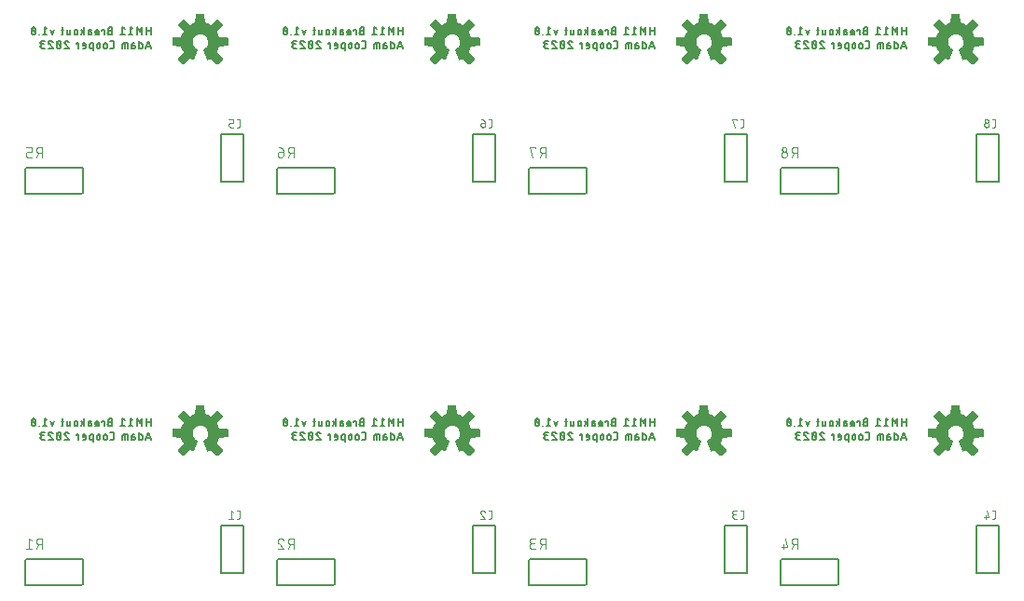
<source format=gbo>
G04 EAGLE Gerber RS-274X export*
G75*
%MOMM*%
%FSLAX34Y34*%
%LPD*%
%INBottom Silkscreen*%
%IPPOS*%
%AMOC8*
5,1,8,0,0,1.08239X$1,22.5*%
G01*
%ADD10C,0.203200*%
%ADD11C,0.127000*%
%ADD12C,0.076200*%

G36*
X415527Y519316D02*
X415527Y519316D01*
X415635Y519326D01*
X415648Y519332D01*
X415662Y519334D01*
X415759Y519382D01*
X415858Y519427D01*
X415871Y519438D01*
X415880Y519442D01*
X415895Y519457D01*
X415972Y519520D01*
X420280Y523828D01*
X420343Y523916D01*
X420409Y524002D01*
X420414Y524015D01*
X420422Y524027D01*
X420453Y524130D01*
X420489Y524233D01*
X420489Y524247D01*
X420493Y524260D01*
X420489Y524368D01*
X420490Y524477D01*
X420485Y524490D01*
X420485Y524504D01*
X420447Y524605D01*
X420412Y524708D01*
X420403Y524723D01*
X420399Y524732D01*
X420385Y524749D01*
X420331Y524832D01*
X415517Y530735D01*
X416595Y532830D01*
X416602Y532849D01*
X416643Y532944D01*
X417361Y535188D01*
X424940Y535958D01*
X425044Y535986D01*
X425150Y536011D01*
X425162Y536018D01*
X425175Y536021D01*
X425265Y536082D01*
X425358Y536139D01*
X425366Y536150D01*
X425378Y536158D01*
X425444Y536244D01*
X425513Y536328D01*
X425517Y536341D01*
X425526Y536352D01*
X425560Y536455D01*
X425599Y536556D01*
X425600Y536574D01*
X425604Y536583D01*
X425603Y536604D01*
X425613Y536703D01*
X425613Y542797D01*
X425596Y542905D01*
X425582Y543012D01*
X425576Y543024D01*
X425574Y543038D01*
X425522Y543134D01*
X425475Y543231D01*
X425465Y543241D01*
X425459Y543253D01*
X425379Y543327D01*
X425303Y543404D01*
X425291Y543410D01*
X425281Y543420D01*
X425182Y543465D01*
X425084Y543513D01*
X425067Y543517D01*
X425058Y543521D01*
X425037Y543523D01*
X424940Y543542D01*
X417361Y544312D01*
X416643Y546556D01*
X416634Y546574D01*
X416595Y546670D01*
X415517Y548765D01*
X420331Y554669D01*
X420385Y554763D01*
X420442Y554855D01*
X420445Y554868D01*
X420452Y554880D01*
X420473Y554987D01*
X420498Y555092D01*
X420496Y555106D01*
X420499Y555120D01*
X420484Y555227D01*
X420474Y555335D01*
X420468Y555348D01*
X420466Y555362D01*
X420418Y555459D01*
X420373Y555558D01*
X420362Y555571D01*
X420358Y555580D01*
X420343Y555595D01*
X420280Y555672D01*
X415972Y559980D01*
X415884Y560043D01*
X415798Y560109D01*
X415785Y560114D01*
X415773Y560122D01*
X415670Y560153D01*
X415567Y560189D01*
X415553Y560189D01*
X415540Y560193D01*
X415432Y560189D01*
X415323Y560190D01*
X415310Y560185D01*
X415296Y560185D01*
X415195Y560147D01*
X415092Y560112D01*
X415077Y560103D01*
X415068Y560099D01*
X415051Y560085D01*
X414969Y560031D01*
X409065Y555217D01*
X406970Y556295D01*
X406951Y556302D01*
X406856Y556343D01*
X404612Y557061D01*
X403842Y564640D01*
X403814Y564744D01*
X403789Y564850D01*
X403782Y564862D01*
X403779Y564875D01*
X403718Y564965D01*
X403661Y565058D01*
X403650Y565066D01*
X403642Y565078D01*
X403556Y565144D01*
X403472Y565213D01*
X403459Y565217D01*
X403448Y565226D01*
X403345Y565260D01*
X403244Y565299D01*
X403226Y565300D01*
X403217Y565304D01*
X403196Y565303D01*
X403097Y565313D01*
X397003Y565313D01*
X396895Y565296D01*
X396788Y565282D01*
X396776Y565276D01*
X396762Y565274D01*
X396666Y565222D01*
X396569Y565175D01*
X396559Y565165D01*
X396547Y565159D01*
X396473Y565079D01*
X396396Y565003D01*
X396390Y564991D01*
X396380Y564981D01*
X396335Y564882D01*
X396287Y564784D01*
X396283Y564767D01*
X396279Y564758D01*
X396277Y564737D01*
X396258Y564640D01*
X395488Y557061D01*
X393244Y556343D01*
X393226Y556334D01*
X393130Y556295D01*
X391035Y555217D01*
X385132Y560031D01*
X385037Y560085D01*
X384945Y560142D01*
X384932Y560145D01*
X384920Y560152D01*
X384813Y560173D01*
X384708Y560198D01*
X384694Y560196D01*
X384680Y560199D01*
X384573Y560184D01*
X384465Y560174D01*
X384452Y560168D01*
X384439Y560166D01*
X384341Y560118D01*
X384242Y560073D01*
X384229Y560062D01*
X384220Y560058D01*
X384205Y560043D01*
X384128Y559980D01*
X379820Y555672D01*
X379757Y555584D01*
X379691Y555498D01*
X379686Y555485D01*
X379678Y555473D01*
X379647Y555370D01*
X379611Y555267D01*
X379611Y555253D01*
X379607Y555240D01*
X379611Y555132D01*
X379610Y555023D01*
X379615Y555010D01*
X379615Y554996D01*
X379653Y554895D01*
X379688Y554792D01*
X379697Y554777D01*
X379701Y554768D01*
X379715Y554751D01*
X379769Y554669D01*
X384583Y548765D01*
X383505Y546670D01*
X383498Y546651D01*
X383457Y546556D01*
X382739Y544312D01*
X375160Y543542D01*
X375056Y543514D01*
X374950Y543489D01*
X374938Y543482D01*
X374925Y543479D01*
X374835Y543418D01*
X374742Y543361D01*
X374734Y543350D01*
X374722Y543342D01*
X374656Y543256D01*
X374588Y543172D01*
X374583Y543159D01*
X374574Y543148D01*
X374540Y543045D01*
X374501Y542944D01*
X374500Y542926D01*
X374496Y542917D01*
X374497Y542896D01*
X374487Y542797D01*
X374487Y536703D01*
X374505Y536595D01*
X374518Y536488D01*
X374524Y536476D01*
X374526Y536462D01*
X374578Y536366D01*
X374625Y536269D01*
X374635Y536259D01*
X374641Y536247D01*
X374721Y536173D01*
X374797Y536096D01*
X374809Y536090D01*
X374820Y536080D01*
X374918Y536035D01*
X375016Y535987D01*
X375033Y535983D01*
X375042Y535979D01*
X375063Y535977D01*
X375160Y535958D01*
X382739Y535188D01*
X383457Y532944D01*
X383466Y532926D01*
X383505Y532830D01*
X384583Y530735D01*
X379769Y524832D01*
X379715Y524737D01*
X379658Y524645D01*
X379655Y524632D01*
X379648Y524620D01*
X379627Y524513D01*
X379602Y524408D01*
X379604Y524394D01*
X379601Y524380D01*
X379616Y524273D01*
X379626Y524165D01*
X379632Y524152D01*
X379634Y524139D01*
X379682Y524041D01*
X379727Y523942D01*
X379738Y523929D01*
X379742Y523920D01*
X379757Y523905D01*
X379820Y523828D01*
X384128Y519520D01*
X384216Y519457D01*
X384302Y519391D01*
X384315Y519386D01*
X384327Y519378D01*
X384430Y519347D01*
X384533Y519311D01*
X384547Y519311D01*
X384560Y519307D01*
X384668Y519311D01*
X384777Y519310D01*
X384790Y519315D01*
X384804Y519315D01*
X384905Y519353D01*
X385008Y519388D01*
X385023Y519397D01*
X385032Y519401D01*
X385049Y519415D01*
X385132Y519469D01*
X391035Y524283D01*
X393129Y523204D01*
X393182Y523187D01*
X393231Y523161D01*
X393297Y523150D01*
X393361Y523129D01*
X393417Y523130D01*
X393471Y523121D01*
X393538Y523132D01*
X393605Y523133D01*
X393657Y523151D01*
X393712Y523160D01*
X393771Y523192D01*
X393835Y523214D01*
X393879Y523249D01*
X393928Y523275D01*
X393973Y523324D01*
X394026Y523366D01*
X394057Y523413D01*
X394095Y523453D01*
X394151Y523558D01*
X394159Y523571D01*
X394160Y523576D01*
X394164Y523583D01*
X397752Y532245D01*
X397777Y532350D01*
X397805Y532455D01*
X397804Y532469D01*
X397808Y532483D01*
X397797Y532590D01*
X397791Y532698D01*
X397785Y532711D01*
X397784Y532726D01*
X397739Y532824D01*
X397699Y532924D01*
X397689Y532935D01*
X397683Y532948D01*
X397610Y533027D01*
X397539Y533108D01*
X397523Y533119D01*
X397516Y533126D01*
X397497Y533137D01*
X397416Y533191D01*
X396073Y533917D01*
X394966Y534852D01*
X394073Y535994D01*
X393431Y537295D01*
X393069Y538698D01*
X393002Y540146D01*
X393231Y541577D01*
X393748Y542932D01*
X394531Y544152D01*
X395546Y545186D01*
X396752Y545992D01*
X398096Y546534D01*
X399523Y546790D01*
X400972Y546749D01*
X402382Y546413D01*
X403694Y545797D01*
X404852Y544925D01*
X405808Y543835D01*
X406521Y542573D01*
X406961Y541192D01*
X407110Y539748D01*
X406975Y538373D01*
X406573Y537048D01*
X405920Y535828D01*
X405042Y534758D01*
X403973Y533880D01*
X402687Y533193D01*
X402600Y533126D01*
X402511Y533062D01*
X402503Y533052D01*
X402493Y533044D01*
X402432Y532953D01*
X402368Y532864D01*
X402365Y532852D01*
X402358Y532841D01*
X402329Y532735D01*
X402297Y532631D01*
X402298Y532618D01*
X402294Y532606D01*
X402302Y532496D01*
X402305Y532387D01*
X402310Y532371D01*
X402310Y532362D01*
X402318Y532343D01*
X402348Y532245D01*
X405936Y523583D01*
X405965Y523536D01*
X405986Y523484D01*
X406029Y523433D01*
X406065Y523376D01*
X406108Y523341D01*
X406144Y523298D01*
X406201Y523264D01*
X406253Y523221D01*
X406305Y523202D01*
X406353Y523173D01*
X406419Y523159D01*
X406482Y523135D01*
X406537Y523133D01*
X406592Y523122D01*
X406658Y523129D01*
X406725Y523127D01*
X406779Y523143D01*
X406834Y523150D01*
X406945Y523194D01*
X406959Y523198D01*
X406963Y523201D01*
X406971Y523204D01*
X409065Y524283D01*
X414969Y519469D01*
X415063Y519415D01*
X415155Y519358D01*
X415168Y519355D01*
X415180Y519348D01*
X415287Y519327D01*
X415392Y519302D01*
X415406Y519304D01*
X415420Y519301D01*
X415527Y519316D01*
G37*
G36*
X644127Y519316D02*
X644127Y519316D01*
X644235Y519326D01*
X644248Y519332D01*
X644262Y519334D01*
X644359Y519382D01*
X644458Y519427D01*
X644471Y519438D01*
X644480Y519442D01*
X644495Y519457D01*
X644572Y519520D01*
X648880Y523828D01*
X648943Y523916D01*
X649009Y524002D01*
X649014Y524015D01*
X649022Y524027D01*
X649053Y524130D01*
X649089Y524233D01*
X649089Y524247D01*
X649093Y524260D01*
X649089Y524368D01*
X649090Y524477D01*
X649085Y524490D01*
X649085Y524504D01*
X649047Y524605D01*
X649012Y524708D01*
X649003Y524723D01*
X648999Y524732D01*
X648985Y524749D01*
X648931Y524832D01*
X644117Y530735D01*
X645195Y532830D01*
X645202Y532849D01*
X645243Y532944D01*
X645961Y535188D01*
X653540Y535958D01*
X653644Y535986D01*
X653750Y536011D01*
X653762Y536018D01*
X653775Y536021D01*
X653865Y536082D01*
X653958Y536139D01*
X653966Y536150D01*
X653978Y536158D01*
X654044Y536244D01*
X654113Y536328D01*
X654117Y536341D01*
X654126Y536352D01*
X654160Y536455D01*
X654199Y536556D01*
X654200Y536574D01*
X654204Y536583D01*
X654203Y536604D01*
X654213Y536703D01*
X654213Y542797D01*
X654196Y542905D01*
X654182Y543012D01*
X654176Y543024D01*
X654174Y543038D01*
X654122Y543134D01*
X654075Y543231D01*
X654065Y543241D01*
X654059Y543253D01*
X653979Y543327D01*
X653903Y543404D01*
X653891Y543410D01*
X653881Y543420D01*
X653782Y543465D01*
X653684Y543513D01*
X653667Y543517D01*
X653658Y543521D01*
X653637Y543523D01*
X653540Y543542D01*
X645961Y544312D01*
X645243Y546556D01*
X645234Y546574D01*
X645195Y546670D01*
X644117Y548765D01*
X648931Y554669D01*
X648985Y554763D01*
X649042Y554855D01*
X649045Y554868D01*
X649052Y554880D01*
X649073Y554987D01*
X649098Y555092D01*
X649096Y555106D01*
X649099Y555120D01*
X649084Y555227D01*
X649074Y555335D01*
X649068Y555348D01*
X649066Y555362D01*
X649018Y555459D01*
X648973Y555558D01*
X648962Y555571D01*
X648958Y555580D01*
X648943Y555595D01*
X648880Y555672D01*
X644572Y559980D01*
X644484Y560043D01*
X644398Y560109D01*
X644385Y560114D01*
X644373Y560122D01*
X644270Y560153D01*
X644167Y560189D01*
X644153Y560189D01*
X644140Y560193D01*
X644032Y560189D01*
X643923Y560190D01*
X643910Y560185D01*
X643896Y560185D01*
X643795Y560147D01*
X643692Y560112D01*
X643677Y560103D01*
X643668Y560099D01*
X643651Y560085D01*
X643569Y560031D01*
X637665Y555217D01*
X635570Y556295D01*
X635551Y556302D01*
X635456Y556343D01*
X633212Y557061D01*
X632442Y564640D01*
X632414Y564744D01*
X632389Y564850D01*
X632382Y564862D01*
X632379Y564875D01*
X632318Y564965D01*
X632261Y565058D01*
X632250Y565066D01*
X632242Y565078D01*
X632156Y565144D01*
X632072Y565213D01*
X632059Y565217D01*
X632048Y565226D01*
X631945Y565260D01*
X631844Y565299D01*
X631826Y565300D01*
X631817Y565304D01*
X631796Y565303D01*
X631697Y565313D01*
X625603Y565313D01*
X625495Y565296D01*
X625388Y565282D01*
X625376Y565276D01*
X625362Y565274D01*
X625266Y565222D01*
X625169Y565175D01*
X625159Y565165D01*
X625147Y565159D01*
X625073Y565079D01*
X624996Y565003D01*
X624990Y564991D01*
X624980Y564981D01*
X624935Y564882D01*
X624887Y564784D01*
X624883Y564767D01*
X624879Y564758D01*
X624877Y564737D01*
X624858Y564640D01*
X624088Y557061D01*
X621844Y556343D01*
X621826Y556334D01*
X621730Y556295D01*
X619635Y555217D01*
X613732Y560031D01*
X613637Y560085D01*
X613545Y560142D01*
X613532Y560145D01*
X613520Y560152D01*
X613413Y560173D01*
X613308Y560198D01*
X613294Y560196D01*
X613280Y560199D01*
X613173Y560184D01*
X613065Y560174D01*
X613052Y560168D01*
X613039Y560166D01*
X612941Y560118D01*
X612842Y560073D01*
X612829Y560062D01*
X612820Y560058D01*
X612805Y560043D01*
X612728Y559980D01*
X608420Y555672D01*
X608357Y555584D01*
X608291Y555498D01*
X608286Y555485D01*
X608278Y555473D01*
X608247Y555370D01*
X608211Y555267D01*
X608211Y555253D01*
X608207Y555240D01*
X608211Y555132D01*
X608210Y555023D01*
X608215Y555010D01*
X608215Y554996D01*
X608253Y554895D01*
X608288Y554792D01*
X608297Y554777D01*
X608301Y554768D01*
X608315Y554751D01*
X608369Y554669D01*
X613183Y548765D01*
X612105Y546670D01*
X612098Y546651D01*
X612057Y546556D01*
X611339Y544312D01*
X603760Y543542D01*
X603656Y543514D01*
X603550Y543489D01*
X603538Y543482D01*
X603525Y543479D01*
X603435Y543418D01*
X603342Y543361D01*
X603334Y543350D01*
X603322Y543342D01*
X603256Y543256D01*
X603188Y543172D01*
X603183Y543159D01*
X603174Y543148D01*
X603140Y543045D01*
X603101Y542944D01*
X603100Y542926D01*
X603096Y542917D01*
X603097Y542896D01*
X603087Y542797D01*
X603087Y536703D01*
X603105Y536595D01*
X603118Y536488D01*
X603124Y536476D01*
X603126Y536462D01*
X603178Y536366D01*
X603225Y536269D01*
X603235Y536259D01*
X603241Y536247D01*
X603321Y536173D01*
X603397Y536096D01*
X603409Y536090D01*
X603420Y536080D01*
X603518Y536035D01*
X603616Y535987D01*
X603633Y535983D01*
X603642Y535979D01*
X603663Y535977D01*
X603760Y535958D01*
X611339Y535188D01*
X612057Y532944D01*
X612066Y532926D01*
X612105Y532830D01*
X613183Y530735D01*
X608369Y524832D01*
X608315Y524737D01*
X608258Y524645D01*
X608255Y524632D01*
X608248Y524620D01*
X608227Y524513D01*
X608202Y524408D01*
X608204Y524394D01*
X608201Y524380D01*
X608216Y524273D01*
X608226Y524165D01*
X608232Y524152D01*
X608234Y524139D01*
X608282Y524041D01*
X608327Y523942D01*
X608338Y523929D01*
X608342Y523920D01*
X608357Y523905D01*
X608420Y523828D01*
X612728Y519520D01*
X612816Y519457D01*
X612902Y519391D01*
X612915Y519386D01*
X612927Y519378D01*
X613030Y519347D01*
X613133Y519311D01*
X613147Y519311D01*
X613160Y519307D01*
X613268Y519311D01*
X613377Y519310D01*
X613390Y519315D01*
X613404Y519315D01*
X613505Y519353D01*
X613608Y519388D01*
X613623Y519397D01*
X613632Y519401D01*
X613649Y519415D01*
X613732Y519469D01*
X619635Y524283D01*
X621729Y523204D01*
X621782Y523187D01*
X621831Y523161D01*
X621897Y523150D01*
X621961Y523129D01*
X622017Y523130D01*
X622071Y523121D01*
X622138Y523132D01*
X622205Y523133D01*
X622257Y523151D01*
X622312Y523160D01*
X622371Y523192D01*
X622435Y523214D01*
X622479Y523249D01*
X622528Y523275D01*
X622573Y523324D01*
X622626Y523366D01*
X622657Y523413D01*
X622695Y523453D01*
X622751Y523558D01*
X622759Y523571D01*
X622760Y523576D01*
X622764Y523583D01*
X626352Y532245D01*
X626377Y532350D01*
X626405Y532455D01*
X626404Y532469D01*
X626408Y532483D01*
X626397Y532590D01*
X626391Y532698D01*
X626385Y532711D01*
X626384Y532726D01*
X626339Y532824D01*
X626299Y532924D01*
X626289Y532935D01*
X626283Y532948D01*
X626210Y533027D01*
X626139Y533108D01*
X626123Y533119D01*
X626116Y533126D01*
X626097Y533137D01*
X626016Y533191D01*
X624673Y533917D01*
X623566Y534852D01*
X622673Y535994D01*
X622031Y537295D01*
X621669Y538698D01*
X621602Y540146D01*
X621831Y541577D01*
X622348Y542932D01*
X623131Y544152D01*
X624146Y545186D01*
X625352Y545992D01*
X626696Y546534D01*
X628123Y546790D01*
X629572Y546749D01*
X630982Y546413D01*
X632294Y545797D01*
X633452Y544925D01*
X634408Y543835D01*
X635121Y542573D01*
X635561Y541192D01*
X635710Y539748D01*
X635575Y538373D01*
X635173Y537048D01*
X634520Y535828D01*
X633642Y534758D01*
X632573Y533880D01*
X631287Y533193D01*
X631200Y533126D01*
X631111Y533062D01*
X631103Y533052D01*
X631093Y533044D01*
X631032Y532953D01*
X630968Y532864D01*
X630965Y532852D01*
X630958Y532841D01*
X630929Y532735D01*
X630897Y532631D01*
X630898Y532618D01*
X630894Y532606D01*
X630902Y532496D01*
X630905Y532387D01*
X630910Y532371D01*
X630910Y532362D01*
X630918Y532343D01*
X630948Y532245D01*
X634536Y523583D01*
X634565Y523536D01*
X634586Y523484D01*
X634629Y523433D01*
X634665Y523376D01*
X634708Y523341D01*
X634744Y523298D01*
X634801Y523264D01*
X634853Y523221D01*
X634905Y523202D01*
X634953Y523173D01*
X635019Y523159D01*
X635082Y523135D01*
X635137Y523133D01*
X635192Y523122D01*
X635258Y523129D01*
X635325Y523127D01*
X635379Y523143D01*
X635434Y523150D01*
X635545Y523194D01*
X635559Y523198D01*
X635563Y523201D01*
X635571Y523204D01*
X637665Y524283D01*
X643569Y519469D01*
X643663Y519415D01*
X643755Y519358D01*
X643768Y519355D01*
X643780Y519348D01*
X643887Y519327D01*
X643992Y519302D01*
X644006Y519304D01*
X644020Y519301D01*
X644127Y519316D01*
G37*
G36*
X872727Y519316D02*
X872727Y519316D01*
X872835Y519326D01*
X872848Y519332D01*
X872862Y519334D01*
X872959Y519382D01*
X873058Y519427D01*
X873071Y519438D01*
X873080Y519442D01*
X873095Y519457D01*
X873172Y519520D01*
X877480Y523828D01*
X877543Y523916D01*
X877609Y524002D01*
X877614Y524015D01*
X877622Y524027D01*
X877653Y524130D01*
X877689Y524233D01*
X877689Y524247D01*
X877693Y524260D01*
X877689Y524368D01*
X877690Y524477D01*
X877685Y524490D01*
X877685Y524504D01*
X877647Y524605D01*
X877612Y524708D01*
X877603Y524723D01*
X877599Y524732D01*
X877585Y524749D01*
X877531Y524832D01*
X872717Y530735D01*
X873795Y532830D01*
X873802Y532849D01*
X873843Y532944D01*
X874561Y535188D01*
X882140Y535958D01*
X882244Y535986D01*
X882350Y536011D01*
X882362Y536018D01*
X882375Y536021D01*
X882465Y536082D01*
X882558Y536139D01*
X882566Y536150D01*
X882578Y536158D01*
X882644Y536244D01*
X882713Y536328D01*
X882717Y536341D01*
X882726Y536352D01*
X882760Y536455D01*
X882799Y536556D01*
X882800Y536574D01*
X882804Y536583D01*
X882803Y536604D01*
X882813Y536703D01*
X882813Y542797D01*
X882796Y542905D01*
X882782Y543012D01*
X882776Y543024D01*
X882774Y543038D01*
X882722Y543134D01*
X882675Y543231D01*
X882665Y543241D01*
X882659Y543253D01*
X882579Y543327D01*
X882503Y543404D01*
X882491Y543410D01*
X882481Y543420D01*
X882382Y543465D01*
X882284Y543513D01*
X882267Y543517D01*
X882258Y543521D01*
X882237Y543523D01*
X882140Y543542D01*
X874561Y544312D01*
X873843Y546556D01*
X873834Y546574D01*
X873795Y546670D01*
X872717Y548765D01*
X877531Y554669D01*
X877585Y554763D01*
X877642Y554855D01*
X877645Y554868D01*
X877652Y554880D01*
X877673Y554987D01*
X877698Y555092D01*
X877696Y555106D01*
X877699Y555120D01*
X877684Y555227D01*
X877674Y555335D01*
X877668Y555348D01*
X877666Y555362D01*
X877618Y555459D01*
X877573Y555558D01*
X877562Y555571D01*
X877558Y555580D01*
X877543Y555595D01*
X877480Y555672D01*
X873172Y559980D01*
X873084Y560043D01*
X872998Y560109D01*
X872985Y560114D01*
X872973Y560122D01*
X872870Y560153D01*
X872767Y560189D01*
X872753Y560189D01*
X872740Y560193D01*
X872632Y560189D01*
X872523Y560190D01*
X872510Y560185D01*
X872496Y560185D01*
X872395Y560147D01*
X872292Y560112D01*
X872277Y560103D01*
X872268Y560099D01*
X872251Y560085D01*
X872169Y560031D01*
X866265Y555217D01*
X864170Y556295D01*
X864151Y556302D01*
X864056Y556343D01*
X861812Y557061D01*
X861042Y564640D01*
X861014Y564744D01*
X860989Y564850D01*
X860982Y564862D01*
X860979Y564875D01*
X860918Y564965D01*
X860861Y565058D01*
X860850Y565066D01*
X860842Y565078D01*
X860756Y565144D01*
X860672Y565213D01*
X860659Y565217D01*
X860648Y565226D01*
X860545Y565260D01*
X860444Y565299D01*
X860426Y565300D01*
X860417Y565304D01*
X860396Y565303D01*
X860297Y565313D01*
X854203Y565313D01*
X854095Y565296D01*
X853988Y565282D01*
X853976Y565276D01*
X853962Y565274D01*
X853866Y565222D01*
X853769Y565175D01*
X853759Y565165D01*
X853747Y565159D01*
X853673Y565079D01*
X853596Y565003D01*
X853590Y564991D01*
X853580Y564981D01*
X853535Y564882D01*
X853487Y564784D01*
X853483Y564767D01*
X853479Y564758D01*
X853477Y564737D01*
X853458Y564640D01*
X852688Y557061D01*
X850444Y556343D01*
X850426Y556334D01*
X850330Y556295D01*
X848235Y555217D01*
X842332Y560031D01*
X842237Y560085D01*
X842145Y560142D01*
X842132Y560145D01*
X842120Y560152D01*
X842013Y560173D01*
X841908Y560198D01*
X841894Y560196D01*
X841880Y560199D01*
X841773Y560184D01*
X841665Y560174D01*
X841652Y560168D01*
X841639Y560166D01*
X841541Y560118D01*
X841442Y560073D01*
X841429Y560062D01*
X841420Y560058D01*
X841405Y560043D01*
X841328Y559980D01*
X837020Y555672D01*
X836957Y555584D01*
X836891Y555498D01*
X836886Y555485D01*
X836878Y555473D01*
X836847Y555370D01*
X836811Y555267D01*
X836811Y555253D01*
X836807Y555240D01*
X836811Y555132D01*
X836810Y555023D01*
X836815Y555010D01*
X836815Y554996D01*
X836853Y554895D01*
X836888Y554792D01*
X836897Y554777D01*
X836901Y554768D01*
X836915Y554751D01*
X836969Y554669D01*
X841783Y548765D01*
X840705Y546670D01*
X840698Y546651D01*
X840657Y546556D01*
X839939Y544312D01*
X832360Y543542D01*
X832256Y543514D01*
X832150Y543489D01*
X832138Y543482D01*
X832125Y543479D01*
X832035Y543418D01*
X831942Y543361D01*
X831934Y543350D01*
X831922Y543342D01*
X831856Y543256D01*
X831788Y543172D01*
X831783Y543159D01*
X831774Y543148D01*
X831740Y543045D01*
X831701Y542944D01*
X831700Y542926D01*
X831696Y542917D01*
X831697Y542896D01*
X831687Y542797D01*
X831687Y536703D01*
X831705Y536595D01*
X831718Y536488D01*
X831724Y536476D01*
X831726Y536462D01*
X831778Y536366D01*
X831825Y536269D01*
X831835Y536259D01*
X831841Y536247D01*
X831921Y536173D01*
X831997Y536096D01*
X832009Y536090D01*
X832020Y536080D01*
X832118Y536035D01*
X832216Y535987D01*
X832233Y535983D01*
X832242Y535979D01*
X832263Y535977D01*
X832360Y535958D01*
X839939Y535188D01*
X840657Y532944D01*
X840666Y532926D01*
X840705Y532830D01*
X841783Y530735D01*
X836969Y524832D01*
X836915Y524737D01*
X836858Y524645D01*
X836855Y524632D01*
X836848Y524620D01*
X836827Y524513D01*
X836802Y524408D01*
X836804Y524394D01*
X836801Y524380D01*
X836816Y524273D01*
X836826Y524165D01*
X836832Y524152D01*
X836834Y524139D01*
X836882Y524041D01*
X836927Y523942D01*
X836938Y523929D01*
X836942Y523920D01*
X836957Y523905D01*
X837020Y523828D01*
X841328Y519520D01*
X841416Y519457D01*
X841502Y519391D01*
X841515Y519386D01*
X841527Y519378D01*
X841630Y519347D01*
X841733Y519311D01*
X841747Y519311D01*
X841760Y519307D01*
X841868Y519311D01*
X841977Y519310D01*
X841990Y519315D01*
X842004Y519315D01*
X842105Y519353D01*
X842208Y519388D01*
X842223Y519397D01*
X842232Y519401D01*
X842249Y519415D01*
X842332Y519469D01*
X848235Y524283D01*
X850329Y523204D01*
X850382Y523187D01*
X850431Y523161D01*
X850497Y523150D01*
X850561Y523129D01*
X850617Y523130D01*
X850671Y523121D01*
X850738Y523132D01*
X850805Y523133D01*
X850857Y523151D01*
X850912Y523160D01*
X850971Y523192D01*
X851035Y523214D01*
X851079Y523249D01*
X851128Y523275D01*
X851173Y523324D01*
X851226Y523366D01*
X851257Y523413D01*
X851295Y523453D01*
X851351Y523558D01*
X851359Y523571D01*
X851360Y523576D01*
X851364Y523583D01*
X854952Y532245D01*
X854977Y532350D01*
X855005Y532455D01*
X855004Y532469D01*
X855008Y532483D01*
X854997Y532590D01*
X854991Y532698D01*
X854985Y532711D01*
X854984Y532726D01*
X854939Y532824D01*
X854899Y532924D01*
X854889Y532935D01*
X854883Y532948D01*
X854810Y533027D01*
X854739Y533108D01*
X854723Y533119D01*
X854716Y533126D01*
X854697Y533137D01*
X854616Y533191D01*
X853273Y533917D01*
X852166Y534852D01*
X851273Y535994D01*
X850631Y537295D01*
X850269Y538698D01*
X850202Y540146D01*
X850431Y541577D01*
X850948Y542932D01*
X851731Y544152D01*
X852746Y545186D01*
X853952Y545992D01*
X855296Y546534D01*
X856723Y546790D01*
X858172Y546749D01*
X859582Y546413D01*
X860894Y545797D01*
X862052Y544925D01*
X863008Y543835D01*
X863721Y542573D01*
X864161Y541192D01*
X864310Y539748D01*
X864175Y538373D01*
X863773Y537048D01*
X863120Y535828D01*
X862242Y534758D01*
X861173Y533880D01*
X859887Y533193D01*
X859800Y533126D01*
X859711Y533062D01*
X859703Y533052D01*
X859693Y533044D01*
X859632Y532953D01*
X859568Y532864D01*
X859565Y532852D01*
X859558Y532841D01*
X859529Y532735D01*
X859497Y532631D01*
X859498Y532618D01*
X859494Y532606D01*
X859502Y532496D01*
X859505Y532387D01*
X859510Y532371D01*
X859510Y532362D01*
X859518Y532343D01*
X859548Y532245D01*
X863136Y523583D01*
X863165Y523536D01*
X863186Y523484D01*
X863229Y523433D01*
X863265Y523376D01*
X863308Y523341D01*
X863344Y523298D01*
X863401Y523264D01*
X863453Y523221D01*
X863505Y523202D01*
X863553Y523173D01*
X863619Y523159D01*
X863682Y523135D01*
X863737Y523133D01*
X863792Y523122D01*
X863858Y523129D01*
X863925Y523127D01*
X863979Y523143D01*
X864034Y523150D01*
X864145Y523194D01*
X864159Y523198D01*
X864163Y523201D01*
X864171Y523204D01*
X866265Y524283D01*
X872169Y519469D01*
X872263Y519415D01*
X872355Y519358D01*
X872368Y519355D01*
X872380Y519348D01*
X872487Y519327D01*
X872592Y519302D01*
X872606Y519304D01*
X872620Y519301D01*
X872727Y519316D01*
G37*
G36*
X186927Y519316D02*
X186927Y519316D01*
X187035Y519326D01*
X187048Y519332D01*
X187062Y519334D01*
X187159Y519382D01*
X187258Y519427D01*
X187271Y519438D01*
X187280Y519442D01*
X187295Y519457D01*
X187372Y519520D01*
X191680Y523828D01*
X191743Y523916D01*
X191809Y524002D01*
X191814Y524015D01*
X191822Y524027D01*
X191853Y524130D01*
X191889Y524233D01*
X191889Y524247D01*
X191893Y524260D01*
X191889Y524368D01*
X191890Y524477D01*
X191885Y524490D01*
X191885Y524504D01*
X191847Y524605D01*
X191812Y524708D01*
X191803Y524723D01*
X191799Y524732D01*
X191785Y524749D01*
X191731Y524832D01*
X186917Y530735D01*
X187995Y532830D01*
X188002Y532849D01*
X188043Y532944D01*
X188761Y535188D01*
X196340Y535958D01*
X196444Y535986D01*
X196550Y536011D01*
X196562Y536018D01*
X196575Y536021D01*
X196665Y536082D01*
X196758Y536139D01*
X196766Y536150D01*
X196778Y536158D01*
X196844Y536244D01*
X196913Y536328D01*
X196917Y536341D01*
X196926Y536352D01*
X196960Y536455D01*
X196999Y536556D01*
X197000Y536574D01*
X197004Y536583D01*
X197003Y536604D01*
X197013Y536703D01*
X197013Y542797D01*
X196996Y542905D01*
X196982Y543012D01*
X196976Y543024D01*
X196974Y543038D01*
X196922Y543134D01*
X196875Y543231D01*
X196865Y543241D01*
X196859Y543253D01*
X196779Y543327D01*
X196703Y543404D01*
X196691Y543410D01*
X196681Y543420D01*
X196582Y543465D01*
X196484Y543513D01*
X196467Y543517D01*
X196458Y543521D01*
X196437Y543523D01*
X196340Y543542D01*
X188761Y544312D01*
X188043Y546556D01*
X188034Y546574D01*
X187995Y546670D01*
X186917Y548765D01*
X191731Y554669D01*
X191785Y554763D01*
X191842Y554855D01*
X191845Y554868D01*
X191852Y554880D01*
X191873Y554987D01*
X191898Y555092D01*
X191896Y555106D01*
X191899Y555120D01*
X191884Y555227D01*
X191874Y555335D01*
X191868Y555348D01*
X191866Y555362D01*
X191818Y555459D01*
X191773Y555558D01*
X191762Y555571D01*
X191758Y555580D01*
X191743Y555595D01*
X191680Y555672D01*
X187372Y559980D01*
X187284Y560043D01*
X187198Y560109D01*
X187185Y560114D01*
X187173Y560122D01*
X187070Y560153D01*
X186967Y560189D01*
X186953Y560189D01*
X186940Y560193D01*
X186832Y560189D01*
X186723Y560190D01*
X186710Y560185D01*
X186696Y560185D01*
X186595Y560147D01*
X186492Y560112D01*
X186477Y560103D01*
X186468Y560099D01*
X186451Y560085D01*
X186369Y560031D01*
X180465Y555217D01*
X178370Y556295D01*
X178351Y556302D01*
X178256Y556343D01*
X176012Y557061D01*
X175242Y564640D01*
X175214Y564744D01*
X175189Y564850D01*
X175182Y564862D01*
X175179Y564875D01*
X175118Y564965D01*
X175061Y565058D01*
X175050Y565066D01*
X175042Y565078D01*
X174956Y565144D01*
X174872Y565213D01*
X174859Y565217D01*
X174848Y565226D01*
X174745Y565260D01*
X174644Y565299D01*
X174626Y565300D01*
X174617Y565304D01*
X174596Y565303D01*
X174497Y565313D01*
X168403Y565313D01*
X168295Y565296D01*
X168188Y565282D01*
X168176Y565276D01*
X168162Y565274D01*
X168066Y565222D01*
X167969Y565175D01*
X167959Y565165D01*
X167947Y565159D01*
X167873Y565079D01*
X167796Y565003D01*
X167790Y564991D01*
X167780Y564981D01*
X167735Y564882D01*
X167687Y564784D01*
X167683Y564767D01*
X167679Y564758D01*
X167677Y564737D01*
X167658Y564640D01*
X166888Y557061D01*
X164644Y556343D01*
X164626Y556334D01*
X164530Y556295D01*
X162435Y555217D01*
X156532Y560031D01*
X156437Y560085D01*
X156345Y560142D01*
X156332Y560145D01*
X156320Y560152D01*
X156213Y560173D01*
X156108Y560198D01*
X156094Y560196D01*
X156080Y560199D01*
X155973Y560184D01*
X155865Y560174D01*
X155852Y560168D01*
X155839Y560166D01*
X155741Y560118D01*
X155642Y560073D01*
X155629Y560062D01*
X155620Y560058D01*
X155605Y560043D01*
X155528Y559980D01*
X151220Y555672D01*
X151157Y555584D01*
X151091Y555498D01*
X151086Y555485D01*
X151078Y555473D01*
X151047Y555370D01*
X151011Y555267D01*
X151011Y555253D01*
X151007Y555240D01*
X151011Y555132D01*
X151010Y555023D01*
X151015Y555010D01*
X151015Y554996D01*
X151053Y554895D01*
X151088Y554792D01*
X151097Y554777D01*
X151101Y554768D01*
X151115Y554751D01*
X151169Y554669D01*
X155983Y548765D01*
X154905Y546670D01*
X154898Y546651D01*
X154857Y546556D01*
X154139Y544312D01*
X146560Y543542D01*
X146456Y543514D01*
X146350Y543489D01*
X146338Y543482D01*
X146325Y543479D01*
X146235Y543418D01*
X146142Y543361D01*
X146134Y543350D01*
X146122Y543342D01*
X146056Y543256D01*
X145988Y543172D01*
X145983Y543159D01*
X145974Y543148D01*
X145940Y543045D01*
X145901Y542944D01*
X145900Y542926D01*
X145896Y542917D01*
X145897Y542896D01*
X145887Y542797D01*
X145887Y536703D01*
X145905Y536595D01*
X145918Y536488D01*
X145924Y536476D01*
X145926Y536462D01*
X145978Y536366D01*
X146025Y536269D01*
X146035Y536259D01*
X146041Y536247D01*
X146121Y536173D01*
X146197Y536096D01*
X146209Y536090D01*
X146220Y536080D01*
X146318Y536035D01*
X146416Y535987D01*
X146433Y535983D01*
X146442Y535979D01*
X146463Y535977D01*
X146560Y535958D01*
X154139Y535188D01*
X154857Y532944D01*
X154866Y532926D01*
X154905Y532830D01*
X155983Y530735D01*
X151169Y524832D01*
X151115Y524737D01*
X151058Y524645D01*
X151055Y524632D01*
X151048Y524620D01*
X151027Y524513D01*
X151002Y524408D01*
X151004Y524394D01*
X151001Y524380D01*
X151016Y524273D01*
X151026Y524165D01*
X151032Y524152D01*
X151034Y524139D01*
X151082Y524041D01*
X151127Y523942D01*
X151138Y523929D01*
X151142Y523920D01*
X151157Y523905D01*
X151220Y523828D01*
X155528Y519520D01*
X155616Y519457D01*
X155702Y519391D01*
X155715Y519386D01*
X155727Y519378D01*
X155830Y519347D01*
X155933Y519311D01*
X155947Y519311D01*
X155960Y519307D01*
X156068Y519311D01*
X156177Y519310D01*
X156190Y519315D01*
X156204Y519315D01*
X156305Y519353D01*
X156408Y519388D01*
X156423Y519397D01*
X156432Y519401D01*
X156449Y519415D01*
X156532Y519469D01*
X162435Y524283D01*
X164529Y523204D01*
X164582Y523187D01*
X164631Y523161D01*
X164697Y523150D01*
X164761Y523129D01*
X164817Y523130D01*
X164871Y523121D01*
X164938Y523132D01*
X165005Y523133D01*
X165057Y523151D01*
X165112Y523160D01*
X165171Y523192D01*
X165235Y523214D01*
X165279Y523249D01*
X165328Y523275D01*
X165373Y523324D01*
X165426Y523366D01*
X165457Y523413D01*
X165495Y523453D01*
X165551Y523558D01*
X165559Y523571D01*
X165560Y523576D01*
X165564Y523583D01*
X169152Y532245D01*
X169177Y532350D01*
X169205Y532455D01*
X169204Y532469D01*
X169208Y532483D01*
X169197Y532590D01*
X169191Y532698D01*
X169185Y532711D01*
X169184Y532726D01*
X169139Y532824D01*
X169099Y532924D01*
X169089Y532935D01*
X169083Y532948D01*
X169010Y533027D01*
X168939Y533108D01*
X168923Y533119D01*
X168916Y533126D01*
X168897Y533137D01*
X168816Y533191D01*
X167473Y533917D01*
X166366Y534852D01*
X165473Y535994D01*
X164831Y537295D01*
X164469Y538698D01*
X164402Y540146D01*
X164631Y541577D01*
X165148Y542932D01*
X165931Y544152D01*
X166946Y545186D01*
X168152Y545992D01*
X169496Y546534D01*
X170923Y546790D01*
X172372Y546749D01*
X173782Y546413D01*
X175094Y545797D01*
X176252Y544925D01*
X177208Y543835D01*
X177921Y542573D01*
X178361Y541192D01*
X178510Y539748D01*
X178375Y538373D01*
X177973Y537048D01*
X177320Y535828D01*
X176442Y534758D01*
X175373Y533880D01*
X174087Y533193D01*
X174000Y533126D01*
X173911Y533062D01*
X173903Y533052D01*
X173893Y533044D01*
X173832Y532953D01*
X173768Y532864D01*
X173765Y532852D01*
X173758Y532841D01*
X173729Y532735D01*
X173697Y532631D01*
X173698Y532618D01*
X173694Y532606D01*
X173702Y532496D01*
X173705Y532387D01*
X173710Y532371D01*
X173710Y532362D01*
X173718Y532343D01*
X173748Y532245D01*
X177336Y523583D01*
X177365Y523536D01*
X177386Y523484D01*
X177429Y523433D01*
X177465Y523376D01*
X177508Y523341D01*
X177544Y523298D01*
X177601Y523264D01*
X177653Y523221D01*
X177705Y523202D01*
X177753Y523173D01*
X177819Y523159D01*
X177882Y523135D01*
X177937Y523133D01*
X177992Y523122D01*
X178058Y523129D01*
X178125Y523127D01*
X178179Y523143D01*
X178234Y523150D01*
X178345Y523194D01*
X178359Y523198D01*
X178363Y523201D01*
X178371Y523204D01*
X180465Y524283D01*
X186369Y519469D01*
X186463Y519415D01*
X186555Y519358D01*
X186568Y519355D01*
X186580Y519348D01*
X186687Y519327D01*
X186792Y519302D01*
X186806Y519304D01*
X186820Y519301D01*
X186927Y519316D01*
G37*
G36*
X872727Y163716D02*
X872727Y163716D01*
X872835Y163726D01*
X872848Y163732D01*
X872862Y163734D01*
X872959Y163782D01*
X873058Y163827D01*
X873071Y163838D01*
X873080Y163842D01*
X873095Y163857D01*
X873172Y163920D01*
X877480Y168228D01*
X877543Y168316D01*
X877609Y168402D01*
X877614Y168415D01*
X877622Y168427D01*
X877653Y168530D01*
X877689Y168633D01*
X877689Y168647D01*
X877693Y168660D01*
X877689Y168768D01*
X877690Y168877D01*
X877685Y168890D01*
X877685Y168904D01*
X877647Y169005D01*
X877612Y169108D01*
X877603Y169123D01*
X877599Y169132D01*
X877585Y169149D01*
X877531Y169232D01*
X872717Y175135D01*
X873795Y177230D01*
X873802Y177249D01*
X873843Y177344D01*
X874561Y179588D01*
X882140Y180358D01*
X882244Y180386D01*
X882350Y180411D01*
X882362Y180418D01*
X882375Y180421D01*
X882465Y180482D01*
X882558Y180539D01*
X882566Y180550D01*
X882578Y180558D01*
X882644Y180644D01*
X882713Y180728D01*
X882717Y180741D01*
X882726Y180752D01*
X882760Y180855D01*
X882799Y180956D01*
X882800Y180974D01*
X882804Y180983D01*
X882803Y181004D01*
X882813Y181103D01*
X882813Y187197D01*
X882796Y187305D01*
X882782Y187412D01*
X882776Y187424D01*
X882774Y187438D01*
X882722Y187534D01*
X882675Y187631D01*
X882665Y187641D01*
X882659Y187653D01*
X882579Y187727D01*
X882503Y187804D01*
X882491Y187810D01*
X882481Y187820D01*
X882382Y187865D01*
X882284Y187913D01*
X882267Y187917D01*
X882258Y187921D01*
X882237Y187923D01*
X882140Y187942D01*
X874561Y188712D01*
X873843Y190956D01*
X873834Y190974D01*
X873795Y191070D01*
X872717Y193165D01*
X877531Y199069D01*
X877585Y199163D01*
X877642Y199255D01*
X877645Y199268D01*
X877652Y199280D01*
X877673Y199387D01*
X877698Y199492D01*
X877696Y199506D01*
X877699Y199520D01*
X877684Y199627D01*
X877674Y199735D01*
X877668Y199748D01*
X877666Y199762D01*
X877618Y199859D01*
X877573Y199958D01*
X877562Y199971D01*
X877558Y199980D01*
X877543Y199995D01*
X877480Y200072D01*
X873172Y204380D01*
X873084Y204443D01*
X872998Y204509D01*
X872985Y204514D01*
X872973Y204522D01*
X872870Y204553D01*
X872767Y204589D01*
X872753Y204589D01*
X872740Y204593D01*
X872632Y204589D01*
X872523Y204590D01*
X872510Y204585D01*
X872496Y204585D01*
X872395Y204547D01*
X872292Y204512D01*
X872277Y204503D01*
X872268Y204499D01*
X872251Y204485D01*
X872169Y204431D01*
X866265Y199617D01*
X864170Y200695D01*
X864151Y200702D01*
X864056Y200743D01*
X861812Y201461D01*
X861042Y209040D01*
X861014Y209144D01*
X860989Y209250D01*
X860982Y209262D01*
X860979Y209275D01*
X860918Y209365D01*
X860861Y209458D01*
X860850Y209466D01*
X860842Y209478D01*
X860756Y209544D01*
X860672Y209613D01*
X860659Y209617D01*
X860648Y209626D01*
X860545Y209660D01*
X860444Y209699D01*
X860426Y209700D01*
X860417Y209704D01*
X860396Y209703D01*
X860297Y209713D01*
X854203Y209713D01*
X854095Y209696D01*
X853988Y209682D01*
X853976Y209676D01*
X853962Y209674D01*
X853866Y209622D01*
X853769Y209575D01*
X853759Y209565D01*
X853747Y209559D01*
X853673Y209479D01*
X853596Y209403D01*
X853590Y209391D01*
X853580Y209381D01*
X853535Y209282D01*
X853487Y209184D01*
X853483Y209167D01*
X853479Y209158D01*
X853477Y209137D01*
X853458Y209040D01*
X852688Y201461D01*
X850444Y200743D01*
X850426Y200734D01*
X850330Y200695D01*
X848235Y199617D01*
X842332Y204431D01*
X842237Y204485D01*
X842145Y204542D01*
X842132Y204545D01*
X842120Y204552D01*
X842013Y204573D01*
X841908Y204598D01*
X841894Y204596D01*
X841880Y204599D01*
X841773Y204584D01*
X841665Y204574D01*
X841652Y204568D01*
X841639Y204566D01*
X841541Y204518D01*
X841442Y204473D01*
X841429Y204462D01*
X841420Y204458D01*
X841405Y204443D01*
X841328Y204380D01*
X837020Y200072D01*
X836957Y199984D01*
X836891Y199898D01*
X836886Y199885D01*
X836878Y199873D01*
X836847Y199770D01*
X836811Y199667D01*
X836811Y199653D01*
X836807Y199640D01*
X836811Y199532D01*
X836810Y199423D01*
X836815Y199410D01*
X836815Y199396D01*
X836853Y199295D01*
X836888Y199192D01*
X836897Y199177D01*
X836901Y199168D01*
X836915Y199151D01*
X836969Y199069D01*
X841783Y193165D01*
X840705Y191070D01*
X840698Y191051D01*
X840657Y190956D01*
X839939Y188712D01*
X832360Y187942D01*
X832256Y187914D01*
X832150Y187889D01*
X832138Y187882D01*
X832125Y187879D01*
X832035Y187818D01*
X831942Y187761D01*
X831934Y187750D01*
X831922Y187742D01*
X831856Y187656D01*
X831788Y187572D01*
X831783Y187559D01*
X831774Y187548D01*
X831740Y187445D01*
X831701Y187344D01*
X831700Y187326D01*
X831696Y187317D01*
X831697Y187296D01*
X831687Y187197D01*
X831687Y181103D01*
X831705Y180995D01*
X831718Y180888D01*
X831724Y180876D01*
X831726Y180862D01*
X831778Y180766D01*
X831825Y180669D01*
X831835Y180659D01*
X831841Y180647D01*
X831921Y180573D01*
X831997Y180496D01*
X832009Y180490D01*
X832020Y180480D01*
X832118Y180435D01*
X832216Y180387D01*
X832233Y180383D01*
X832242Y180379D01*
X832263Y180377D01*
X832360Y180358D01*
X839939Y179588D01*
X840657Y177344D01*
X840666Y177326D01*
X840705Y177230D01*
X841783Y175135D01*
X836969Y169232D01*
X836915Y169137D01*
X836858Y169045D01*
X836855Y169032D01*
X836848Y169020D01*
X836827Y168913D01*
X836802Y168808D01*
X836804Y168794D01*
X836801Y168780D01*
X836816Y168673D01*
X836826Y168565D01*
X836832Y168552D01*
X836834Y168539D01*
X836882Y168441D01*
X836927Y168342D01*
X836938Y168329D01*
X836942Y168320D01*
X836957Y168305D01*
X837020Y168228D01*
X841328Y163920D01*
X841416Y163857D01*
X841502Y163791D01*
X841515Y163786D01*
X841527Y163778D01*
X841630Y163747D01*
X841733Y163711D01*
X841747Y163711D01*
X841760Y163707D01*
X841868Y163711D01*
X841977Y163710D01*
X841990Y163715D01*
X842004Y163715D01*
X842105Y163753D01*
X842208Y163788D01*
X842223Y163797D01*
X842232Y163801D01*
X842249Y163815D01*
X842332Y163869D01*
X848235Y168683D01*
X850329Y167604D01*
X850382Y167587D01*
X850431Y167561D01*
X850497Y167550D01*
X850561Y167529D01*
X850617Y167530D01*
X850671Y167521D01*
X850738Y167532D01*
X850805Y167533D01*
X850857Y167551D01*
X850912Y167560D01*
X850971Y167592D01*
X851035Y167614D01*
X851079Y167649D01*
X851128Y167675D01*
X851173Y167724D01*
X851226Y167766D01*
X851257Y167813D01*
X851295Y167853D01*
X851351Y167958D01*
X851359Y167971D01*
X851360Y167976D01*
X851364Y167983D01*
X854952Y176645D01*
X854977Y176750D01*
X855005Y176855D01*
X855004Y176869D01*
X855008Y176883D01*
X854997Y176990D01*
X854991Y177098D01*
X854985Y177111D01*
X854984Y177126D01*
X854939Y177224D01*
X854899Y177324D01*
X854889Y177335D01*
X854883Y177348D01*
X854810Y177427D01*
X854739Y177508D01*
X854723Y177519D01*
X854716Y177526D01*
X854697Y177537D01*
X854616Y177591D01*
X853273Y178317D01*
X852166Y179252D01*
X851273Y180394D01*
X850631Y181695D01*
X850269Y183098D01*
X850202Y184546D01*
X850431Y185977D01*
X850948Y187332D01*
X851731Y188552D01*
X852746Y189586D01*
X853952Y190392D01*
X855296Y190934D01*
X856723Y191190D01*
X858172Y191149D01*
X859582Y190813D01*
X860894Y190197D01*
X862052Y189325D01*
X863008Y188235D01*
X863721Y186973D01*
X864161Y185592D01*
X864310Y184148D01*
X864175Y182773D01*
X863773Y181448D01*
X863120Y180228D01*
X862242Y179158D01*
X861173Y178280D01*
X859887Y177593D01*
X859800Y177526D01*
X859711Y177462D01*
X859703Y177452D01*
X859693Y177444D01*
X859632Y177353D01*
X859568Y177264D01*
X859565Y177252D01*
X859558Y177241D01*
X859529Y177135D01*
X859497Y177031D01*
X859498Y177018D01*
X859494Y177006D01*
X859502Y176896D01*
X859505Y176787D01*
X859510Y176771D01*
X859510Y176762D01*
X859518Y176743D01*
X859548Y176645D01*
X863136Y167983D01*
X863165Y167936D01*
X863186Y167884D01*
X863229Y167833D01*
X863265Y167776D01*
X863308Y167741D01*
X863344Y167698D01*
X863401Y167664D01*
X863453Y167621D01*
X863505Y167602D01*
X863553Y167573D01*
X863619Y167559D01*
X863682Y167535D01*
X863737Y167533D01*
X863792Y167522D01*
X863858Y167529D01*
X863925Y167527D01*
X863979Y167543D01*
X864034Y167550D01*
X864145Y167594D01*
X864159Y167598D01*
X864163Y167601D01*
X864171Y167604D01*
X866265Y168683D01*
X872169Y163869D01*
X872263Y163815D01*
X872355Y163758D01*
X872368Y163755D01*
X872380Y163748D01*
X872487Y163727D01*
X872592Y163702D01*
X872606Y163704D01*
X872620Y163701D01*
X872727Y163716D01*
G37*
G36*
X644127Y163716D02*
X644127Y163716D01*
X644235Y163726D01*
X644248Y163732D01*
X644262Y163734D01*
X644359Y163782D01*
X644458Y163827D01*
X644471Y163838D01*
X644480Y163842D01*
X644495Y163857D01*
X644572Y163920D01*
X648880Y168228D01*
X648943Y168316D01*
X649009Y168402D01*
X649014Y168415D01*
X649022Y168427D01*
X649053Y168530D01*
X649089Y168633D01*
X649089Y168647D01*
X649093Y168660D01*
X649089Y168768D01*
X649090Y168877D01*
X649085Y168890D01*
X649085Y168904D01*
X649047Y169005D01*
X649012Y169108D01*
X649003Y169123D01*
X648999Y169132D01*
X648985Y169149D01*
X648931Y169232D01*
X644117Y175135D01*
X645195Y177230D01*
X645202Y177249D01*
X645243Y177344D01*
X645961Y179588D01*
X653540Y180358D01*
X653644Y180386D01*
X653750Y180411D01*
X653762Y180418D01*
X653775Y180421D01*
X653865Y180482D01*
X653958Y180539D01*
X653966Y180550D01*
X653978Y180558D01*
X654044Y180644D01*
X654113Y180728D01*
X654117Y180741D01*
X654126Y180752D01*
X654160Y180855D01*
X654199Y180956D01*
X654200Y180974D01*
X654204Y180983D01*
X654203Y181004D01*
X654213Y181103D01*
X654213Y187197D01*
X654196Y187305D01*
X654182Y187412D01*
X654176Y187424D01*
X654174Y187438D01*
X654122Y187534D01*
X654075Y187631D01*
X654065Y187641D01*
X654059Y187653D01*
X653979Y187727D01*
X653903Y187804D01*
X653891Y187810D01*
X653881Y187820D01*
X653782Y187865D01*
X653684Y187913D01*
X653667Y187917D01*
X653658Y187921D01*
X653637Y187923D01*
X653540Y187942D01*
X645961Y188712D01*
X645243Y190956D01*
X645234Y190974D01*
X645195Y191070D01*
X644117Y193165D01*
X648931Y199069D01*
X648985Y199163D01*
X649042Y199255D01*
X649045Y199268D01*
X649052Y199280D01*
X649073Y199387D01*
X649098Y199492D01*
X649096Y199506D01*
X649099Y199520D01*
X649084Y199627D01*
X649074Y199735D01*
X649068Y199748D01*
X649066Y199762D01*
X649018Y199859D01*
X648973Y199958D01*
X648962Y199971D01*
X648958Y199980D01*
X648943Y199995D01*
X648880Y200072D01*
X644572Y204380D01*
X644484Y204443D01*
X644398Y204509D01*
X644385Y204514D01*
X644373Y204522D01*
X644270Y204553D01*
X644167Y204589D01*
X644153Y204589D01*
X644140Y204593D01*
X644032Y204589D01*
X643923Y204590D01*
X643910Y204585D01*
X643896Y204585D01*
X643795Y204547D01*
X643692Y204512D01*
X643677Y204503D01*
X643668Y204499D01*
X643651Y204485D01*
X643569Y204431D01*
X637665Y199617D01*
X635570Y200695D01*
X635551Y200702D01*
X635456Y200743D01*
X633212Y201461D01*
X632442Y209040D01*
X632414Y209144D01*
X632389Y209250D01*
X632382Y209262D01*
X632379Y209275D01*
X632318Y209365D01*
X632261Y209458D01*
X632250Y209466D01*
X632242Y209478D01*
X632156Y209544D01*
X632072Y209613D01*
X632059Y209617D01*
X632048Y209626D01*
X631945Y209660D01*
X631844Y209699D01*
X631826Y209700D01*
X631817Y209704D01*
X631796Y209703D01*
X631697Y209713D01*
X625603Y209713D01*
X625495Y209696D01*
X625388Y209682D01*
X625376Y209676D01*
X625362Y209674D01*
X625266Y209622D01*
X625169Y209575D01*
X625159Y209565D01*
X625147Y209559D01*
X625073Y209479D01*
X624996Y209403D01*
X624990Y209391D01*
X624980Y209381D01*
X624935Y209282D01*
X624887Y209184D01*
X624883Y209167D01*
X624879Y209158D01*
X624877Y209137D01*
X624858Y209040D01*
X624088Y201461D01*
X621844Y200743D01*
X621826Y200734D01*
X621730Y200695D01*
X619635Y199617D01*
X613732Y204431D01*
X613637Y204485D01*
X613545Y204542D01*
X613532Y204545D01*
X613520Y204552D01*
X613413Y204573D01*
X613308Y204598D01*
X613294Y204596D01*
X613280Y204599D01*
X613173Y204584D01*
X613065Y204574D01*
X613052Y204568D01*
X613039Y204566D01*
X612941Y204518D01*
X612842Y204473D01*
X612829Y204462D01*
X612820Y204458D01*
X612805Y204443D01*
X612728Y204380D01*
X608420Y200072D01*
X608357Y199984D01*
X608291Y199898D01*
X608286Y199885D01*
X608278Y199873D01*
X608247Y199770D01*
X608211Y199667D01*
X608211Y199653D01*
X608207Y199640D01*
X608211Y199532D01*
X608210Y199423D01*
X608215Y199410D01*
X608215Y199396D01*
X608253Y199295D01*
X608288Y199192D01*
X608297Y199177D01*
X608301Y199168D01*
X608315Y199151D01*
X608369Y199069D01*
X613183Y193165D01*
X612105Y191070D01*
X612098Y191051D01*
X612057Y190956D01*
X611339Y188712D01*
X603760Y187942D01*
X603656Y187914D01*
X603550Y187889D01*
X603538Y187882D01*
X603525Y187879D01*
X603435Y187818D01*
X603342Y187761D01*
X603334Y187750D01*
X603322Y187742D01*
X603256Y187656D01*
X603188Y187572D01*
X603183Y187559D01*
X603174Y187548D01*
X603140Y187445D01*
X603101Y187344D01*
X603100Y187326D01*
X603096Y187317D01*
X603097Y187296D01*
X603087Y187197D01*
X603087Y181103D01*
X603105Y180995D01*
X603118Y180888D01*
X603124Y180876D01*
X603126Y180862D01*
X603178Y180766D01*
X603225Y180669D01*
X603235Y180659D01*
X603241Y180647D01*
X603321Y180573D01*
X603397Y180496D01*
X603409Y180490D01*
X603420Y180480D01*
X603518Y180435D01*
X603616Y180387D01*
X603633Y180383D01*
X603642Y180379D01*
X603663Y180377D01*
X603760Y180358D01*
X611339Y179588D01*
X612057Y177344D01*
X612066Y177326D01*
X612105Y177230D01*
X613183Y175135D01*
X608369Y169232D01*
X608315Y169137D01*
X608258Y169045D01*
X608255Y169032D01*
X608248Y169020D01*
X608227Y168913D01*
X608202Y168808D01*
X608204Y168794D01*
X608201Y168780D01*
X608216Y168673D01*
X608226Y168565D01*
X608232Y168552D01*
X608234Y168539D01*
X608282Y168441D01*
X608327Y168342D01*
X608338Y168329D01*
X608342Y168320D01*
X608357Y168305D01*
X608420Y168228D01*
X612728Y163920D01*
X612816Y163857D01*
X612902Y163791D01*
X612915Y163786D01*
X612927Y163778D01*
X613030Y163747D01*
X613133Y163711D01*
X613147Y163711D01*
X613160Y163707D01*
X613268Y163711D01*
X613377Y163710D01*
X613390Y163715D01*
X613404Y163715D01*
X613505Y163753D01*
X613608Y163788D01*
X613623Y163797D01*
X613632Y163801D01*
X613649Y163815D01*
X613732Y163869D01*
X619635Y168683D01*
X621729Y167604D01*
X621782Y167587D01*
X621831Y167561D01*
X621897Y167550D01*
X621961Y167529D01*
X622017Y167530D01*
X622071Y167521D01*
X622138Y167532D01*
X622205Y167533D01*
X622257Y167551D01*
X622312Y167560D01*
X622371Y167592D01*
X622435Y167614D01*
X622479Y167649D01*
X622528Y167675D01*
X622573Y167724D01*
X622626Y167766D01*
X622657Y167813D01*
X622695Y167853D01*
X622751Y167958D01*
X622759Y167971D01*
X622760Y167976D01*
X622764Y167983D01*
X626352Y176645D01*
X626377Y176750D01*
X626405Y176855D01*
X626404Y176869D01*
X626408Y176883D01*
X626397Y176990D01*
X626391Y177098D01*
X626385Y177111D01*
X626384Y177126D01*
X626339Y177224D01*
X626299Y177324D01*
X626289Y177335D01*
X626283Y177348D01*
X626210Y177427D01*
X626139Y177508D01*
X626123Y177519D01*
X626116Y177526D01*
X626097Y177537D01*
X626016Y177591D01*
X624673Y178317D01*
X623566Y179252D01*
X622673Y180394D01*
X622031Y181695D01*
X621669Y183098D01*
X621602Y184546D01*
X621831Y185977D01*
X622348Y187332D01*
X623131Y188552D01*
X624146Y189586D01*
X625352Y190392D01*
X626696Y190934D01*
X628123Y191190D01*
X629572Y191149D01*
X630982Y190813D01*
X632294Y190197D01*
X633452Y189325D01*
X634408Y188235D01*
X635121Y186973D01*
X635561Y185592D01*
X635710Y184148D01*
X635575Y182773D01*
X635173Y181448D01*
X634520Y180228D01*
X633642Y179158D01*
X632573Y178280D01*
X631287Y177593D01*
X631200Y177526D01*
X631111Y177462D01*
X631103Y177452D01*
X631093Y177444D01*
X631032Y177353D01*
X630968Y177264D01*
X630965Y177252D01*
X630958Y177241D01*
X630929Y177135D01*
X630897Y177031D01*
X630898Y177018D01*
X630894Y177006D01*
X630902Y176896D01*
X630905Y176787D01*
X630910Y176771D01*
X630910Y176762D01*
X630918Y176743D01*
X630948Y176645D01*
X634536Y167983D01*
X634565Y167936D01*
X634586Y167884D01*
X634629Y167833D01*
X634665Y167776D01*
X634708Y167741D01*
X634744Y167698D01*
X634801Y167664D01*
X634853Y167621D01*
X634905Y167602D01*
X634953Y167573D01*
X635019Y167559D01*
X635082Y167535D01*
X635137Y167533D01*
X635192Y167522D01*
X635258Y167529D01*
X635325Y167527D01*
X635379Y167543D01*
X635434Y167550D01*
X635545Y167594D01*
X635559Y167598D01*
X635563Y167601D01*
X635571Y167604D01*
X637665Y168683D01*
X643569Y163869D01*
X643663Y163815D01*
X643755Y163758D01*
X643768Y163755D01*
X643780Y163748D01*
X643887Y163727D01*
X643992Y163702D01*
X644006Y163704D01*
X644020Y163701D01*
X644127Y163716D01*
G37*
G36*
X415527Y163716D02*
X415527Y163716D01*
X415635Y163726D01*
X415648Y163732D01*
X415662Y163734D01*
X415759Y163782D01*
X415858Y163827D01*
X415871Y163838D01*
X415880Y163842D01*
X415895Y163857D01*
X415972Y163920D01*
X420280Y168228D01*
X420343Y168316D01*
X420409Y168402D01*
X420414Y168415D01*
X420422Y168427D01*
X420453Y168530D01*
X420489Y168633D01*
X420489Y168647D01*
X420493Y168660D01*
X420489Y168768D01*
X420490Y168877D01*
X420485Y168890D01*
X420485Y168904D01*
X420447Y169005D01*
X420412Y169108D01*
X420403Y169123D01*
X420399Y169132D01*
X420385Y169149D01*
X420331Y169232D01*
X415517Y175135D01*
X416595Y177230D01*
X416602Y177249D01*
X416643Y177344D01*
X417361Y179588D01*
X424940Y180358D01*
X425044Y180386D01*
X425150Y180411D01*
X425162Y180418D01*
X425175Y180421D01*
X425265Y180482D01*
X425358Y180539D01*
X425366Y180550D01*
X425378Y180558D01*
X425444Y180644D01*
X425513Y180728D01*
X425517Y180741D01*
X425526Y180752D01*
X425560Y180855D01*
X425599Y180956D01*
X425600Y180974D01*
X425604Y180983D01*
X425603Y181004D01*
X425613Y181103D01*
X425613Y187197D01*
X425596Y187305D01*
X425582Y187412D01*
X425576Y187424D01*
X425574Y187438D01*
X425522Y187534D01*
X425475Y187631D01*
X425465Y187641D01*
X425459Y187653D01*
X425379Y187727D01*
X425303Y187804D01*
X425291Y187810D01*
X425281Y187820D01*
X425182Y187865D01*
X425084Y187913D01*
X425067Y187917D01*
X425058Y187921D01*
X425037Y187923D01*
X424940Y187942D01*
X417361Y188712D01*
X416643Y190956D01*
X416634Y190974D01*
X416595Y191070D01*
X415517Y193165D01*
X420331Y199069D01*
X420385Y199163D01*
X420442Y199255D01*
X420445Y199268D01*
X420452Y199280D01*
X420473Y199387D01*
X420498Y199492D01*
X420496Y199506D01*
X420499Y199520D01*
X420484Y199627D01*
X420474Y199735D01*
X420468Y199748D01*
X420466Y199762D01*
X420418Y199859D01*
X420373Y199958D01*
X420362Y199971D01*
X420358Y199980D01*
X420343Y199995D01*
X420280Y200072D01*
X415972Y204380D01*
X415884Y204443D01*
X415798Y204509D01*
X415785Y204514D01*
X415773Y204522D01*
X415670Y204553D01*
X415567Y204589D01*
X415553Y204589D01*
X415540Y204593D01*
X415432Y204589D01*
X415323Y204590D01*
X415310Y204585D01*
X415296Y204585D01*
X415195Y204547D01*
X415092Y204512D01*
X415077Y204503D01*
X415068Y204499D01*
X415051Y204485D01*
X414969Y204431D01*
X409065Y199617D01*
X406970Y200695D01*
X406951Y200702D01*
X406856Y200743D01*
X404612Y201461D01*
X403842Y209040D01*
X403814Y209144D01*
X403789Y209250D01*
X403782Y209262D01*
X403779Y209275D01*
X403718Y209365D01*
X403661Y209458D01*
X403650Y209466D01*
X403642Y209478D01*
X403556Y209544D01*
X403472Y209613D01*
X403459Y209617D01*
X403448Y209626D01*
X403345Y209660D01*
X403244Y209699D01*
X403226Y209700D01*
X403217Y209704D01*
X403196Y209703D01*
X403097Y209713D01*
X397003Y209713D01*
X396895Y209696D01*
X396788Y209682D01*
X396776Y209676D01*
X396762Y209674D01*
X396666Y209622D01*
X396569Y209575D01*
X396559Y209565D01*
X396547Y209559D01*
X396473Y209479D01*
X396396Y209403D01*
X396390Y209391D01*
X396380Y209381D01*
X396335Y209282D01*
X396287Y209184D01*
X396283Y209167D01*
X396279Y209158D01*
X396277Y209137D01*
X396258Y209040D01*
X395488Y201461D01*
X393244Y200743D01*
X393226Y200734D01*
X393130Y200695D01*
X391035Y199617D01*
X385132Y204431D01*
X385037Y204485D01*
X384945Y204542D01*
X384932Y204545D01*
X384920Y204552D01*
X384813Y204573D01*
X384708Y204598D01*
X384694Y204596D01*
X384680Y204599D01*
X384573Y204584D01*
X384465Y204574D01*
X384452Y204568D01*
X384439Y204566D01*
X384341Y204518D01*
X384242Y204473D01*
X384229Y204462D01*
X384220Y204458D01*
X384205Y204443D01*
X384128Y204380D01*
X379820Y200072D01*
X379757Y199984D01*
X379691Y199898D01*
X379686Y199885D01*
X379678Y199873D01*
X379647Y199770D01*
X379611Y199667D01*
X379611Y199653D01*
X379607Y199640D01*
X379611Y199532D01*
X379610Y199423D01*
X379615Y199410D01*
X379615Y199396D01*
X379653Y199295D01*
X379688Y199192D01*
X379697Y199177D01*
X379701Y199168D01*
X379715Y199151D01*
X379769Y199069D01*
X384583Y193165D01*
X383505Y191070D01*
X383498Y191051D01*
X383457Y190956D01*
X382739Y188712D01*
X375160Y187942D01*
X375056Y187914D01*
X374950Y187889D01*
X374938Y187882D01*
X374925Y187879D01*
X374835Y187818D01*
X374742Y187761D01*
X374734Y187750D01*
X374722Y187742D01*
X374656Y187656D01*
X374588Y187572D01*
X374583Y187559D01*
X374574Y187548D01*
X374540Y187445D01*
X374501Y187344D01*
X374500Y187326D01*
X374496Y187317D01*
X374497Y187296D01*
X374487Y187197D01*
X374487Y181103D01*
X374505Y180995D01*
X374518Y180888D01*
X374524Y180876D01*
X374526Y180862D01*
X374578Y180766D01*
X374625Y180669D01*
X374635Y180659D01*
X374641Y180647D01*
X374721Y180573D01*
X374797Y180496D01*
X374809Y180490D01*
X374820Y180480D01*
X374918Y180435D01*
X375016Y180387D01*
X375033Y180383D01*
X375042Y180379D01*
X375063Y180377D01*
X375160Y180358D01*
X382739Y179588D01*
X383457Y177344D01*
X383466Y177326D01*
X383505Y177230D01*
X384583Y175135D01*
X379769Y169232D01*
X379715Y169137D01*
X379658Y169045D01*
X379655Y169032D01*
X379648Y169020D01*
X379627Y168913D01*
X379602Y168808D01*
X379604Y168794D01*
X379601Y168780D01*
X379616Y168673D01*
X379626Y168565D01*
X379632Y168552D01*
X379634Y168539D01*
X379682Y168441D01*
X379727Y168342D01*
X379738Y168329D01*
X379742Y168320D01*
X379757Y168305D01*
X379820Y168228D01*
X384128Y163920D01*
X384216Y163857D01*
X384302Y163791D01*
X384315Y163786D01*
X384327Y163778D01*
X384430Y163747D01*
X384533Y163711D01*
X384547Y163711D01*
X384560Y163707D01*
X384668Y163711D01*
X384777Y163710D01*
X384790Y163715D01*
X384804Y163715D01*
X384905Y163753D01*
X385008Y163788D01*
X385023Y163797D01*
X385032Y163801D01*
X385049Y163815D01*
X385132Y163869D01*
X391035Y168683D01*
X393129Y167604D01*
X393182Y167587D01*
X393231Y167561D01*
X393297Y167550D01*
X393361Y167529D01*
X393417Y167530D01*
X393471Y167521D01*
X393538Y167532D01*
X393605Y167533D01*
X393657Y167551D01*
X393712Y167560D01*
X393771Y167592D01*
X393835Y167614D01*
X393879Y167649D01*
X393928Y167675D01*
X393973Y167724D01*
X394026Y167766D01*
X394057Y167813D01*
X394095Y167853D01*
X394151Y167958D01*
X394159Y167971D01*
X394160Y167976D01*
X394164Y167983D01*
X397752Y176645D01*
X397777Y176750D01*
X397805Y176855D01*
X397804Y176869D01*
X397808Y176883D01*
X397797Y176990D01*
X397791Y177098D01*
X397785Y177111D01*
X397784Y177126D01*
X397739Y177224D01*
X397699Y177324D01*
X397689Y177335D01*
X397683Y177348D01*
X397610Y177427D01*
X397539Y177508D01*
X397523Y177519D01*
X397516Y177526D01*
X397497Y177537D01*
X397416Y177591D01*
X396073Y178317D01*
X394966Y179252D01*
X394073Y180394D01*
X393431Y181695D01*
X393069Y183098D01*
X393002Y184546D01*
X393231Y185977D01*
X393748Y187332D01*
X394531Y188552D01*
X395546Y189586D01*
X396752Y190392D01*
X398096Y190934D01*
X399523Y191190D01*
X400972Y191149D01*
X402382Y190813D01*
X403694Y190197D01*
X404852Y189325D01*
X405808Y188235D01*
X406521Y186973D01*
X406961Y185592D01*
X407110Y184148D01*
X406975Y182773D01*
X406573Y181448D01*
X405920Y180228D01*
X405042Y179158D01*
X403973Y178280D01*
X402687Y177593D01*
X402600Y177526D01*
X402511Y177462D01*
X402503Y177452D01*
X402493Y177444D01*
X402432Y177353D01*
X402368Y177264D01*
X402365Y177252D01*
X402358Y177241D01*
X402329Y177135D01*
X402297Y177031D01*
X402298Y177018D01*
X402294Y177006D01*
X402302Y176896D01*
X402305Y176787D01*
X402310Y176771D01*
X402310Y176762D01*
X402318Y176743D01*
X402348Y176645D01*
X405936Y167983D01*
X405965Y167936D01*
X405986Y167884D01*
X406029Y167833D01*
X406065Y167776D01*
X406108Y167741D01*
X406144Y167698D01*
X406201Y167664D01*
X406253Y167621D01*
X406305Y167602D01*
X406353Y167573D01*
X406419Y167559D01*
X406482Y167535D01*
X406537Y167533D01*
X406592Y167522D01*
X406658Y167529D01*
X406725Y167527D01*
X406779Y167543D01*
X406834Y167550D01*
X406945Y167594D01*
X406959Y167598D01*
X406963Y167601D01*
X406971Y167604D01*
X409065Y168683D01*
X414969Y163869D01*
X415063Y163815D01*
X415155Y163758D01*
X415168Y163755D01*
X415180Y163748D01*
X415287Y163727D01*
X415392Y163702D01*
X415406Y163704D01*
X415420Y163701D01*
X415527Y163716D01*
G37*
G36*
X186927Y163716D02*
X186927Y163716D01*
X187035Y163726D01*
X187048Y163732D01*
X187062Y163734D01*
X187159Y163782D01*
X187258Y163827D01*
X187271Y163838D01*
X187280Y163842D01*
X187295Y163857D01*
X187372Y163920D01*
X191680Y168228D01*
X191743Y168316D01*
X191809Y168402D01*
X191814Y168415D01*
X191822Y168427D01*
X191853Y168530D01*
X191889Y168633D01*
X191889Y168647D01*
X191893Y168660D01*
X191889Y168768D01*
X191890Y168877D01*
X191885Y168890D01*
X191885Y168904D01*
X191847Y169005D01*
X191812Y169108D01*
X191803Y169123D01*
X191799Y169132D01*
X191785Y169149D01*
X191731Y169232D01*
X186917Y175135D01*
X187995Y177230D01*
X188002Y177249D01*
X188043Y177344D01*
X188761Y179588D01*
X196340Y180358D01*
X196444Y180386D01*
X196550Y180411D01*
X196562Y180418D01*
X196575Y180421D01*
X196665Y180482D01*
X196758Y180539D01*
X196766Y180550D01*
X196778Y180558D01*
X196844Y180644D01*
X196913Y180728D01*
X196917Y180741D01*
X196926Y180752D01*
X196960Y180855D01*
X196999Y180956D01*
X197000Y180974D01*
X197004Y180983D01*
X197003Y181004D01*
X197013Y181103D01*
X197013Y187197D01*
X196996Y187305D01*
X196982Y187412D01*
X196976Y187424D01*
X196974Y187438D01*
X196922Y187534D01*
X196875Y187631D01*
X196865Y187641D01*
X196859Y187653D01*
X196779Y187727D01*
X196703Y187804D01*
X196691Y187810D01*
X196681Y187820D01*
X196582Y187865D01*
X196484Y187913D01*
X196467Y187917D01*
X196458Y187921D01*
X196437Y187923D01*
X196340Y187942D01*
X188761Y188712D01*
X188043Y190956D01*
X188034Y190974D01*
X187995Y191070D01*
X186917Y193165D01*
X191731Y199069D01*
X191785Y199163D01*
X191842Y199255D01*
X191845Y199268D01*
X191852Y199280D01*
X191873Y199387D01*
X191898Y199492D01*
X191896Y199506D01*
X191899Y199520D01*
X191884Y199627D01*
X191874Y199735D01*
X191868Y199748D01*
X191866Y199762D01*
X191818Y199859D01*
X191773Y199958D01*
X191762Y199971D01*
X191758Y199980D01*
X191743Y199995D01*
X191680Y200072D01*
X187372Y204380D01*
X187284Y204443D01*
X187198Y204509D01*
X187185Y204514D01*
X187173Y204522D01*
X187070Y204553D01*
X186967Y204589D01*
X186953Y204589D01*
X186940Y204593D01*
X186832Y204589D01*
X186723Y204590D01*
X186710Y204585D01*
X186696Y204585D01*
X186595Y204547D01*
X186492Y204512D01*
X186477Y204503D01*
X186468Y204499D01*
X186451Y204485D01*
X186369Y204431D01*
X180465Y199617D01*
X178370Y200695D01*
X178351Y200702D01*
X178256Y200743D01*
X176012Y201461D01*
X175242Y209040D01*
X175214Y209144D01*
X175189Y209250D01*
X175182Y209262D01*
X175179Y209275D01*
X175118Y209365D01*
X175061Y209458D01*
X175050Y209466D01*
X175042Y209478D01*
X174956Y209544D01*
X174872Y209613D01*
X174859Y209617D01*
X174848Y209626D01*
X174745Y209660D01*
X174644Y209699D01*
X174626Y209700D01*
X174617Y209704D01*
X174596Y209703D01*
X174497Y209713D01*
X168403Y209713D01*
X168295Y209696D01*
X168188Y209682D01*
X168176Y209676D01*
X168162Y209674D01*
X168066Y209622D01*
X167969Y209575D01*
X167959Y209565D01*
X167947Y209559D01*
X167873Y209479D01*
X167796Y209403D01*
X167790Y209391D01*
X167780Y209381D01*
X167735Y209282D01*
X167687Y209184D01*
X167683Y209167D01*
X167679Y209158D01*
X167677Y209137D01*
X167658Y209040D01*
X166888Y201461D01*
X164644Y200743D01*
X164626Y200734D01*
X164530Y200695D01*
X162435Y199617D01*
X156532Y204431D01*
X156437Y204485D01*
X156345Y204542D01*
X156332Y204545D01*
X156320Y204552D01*
X156213Y204573D01*
X156108Y204598D01*
X156094Y204596D01*
X156080Y204599D01*
X155973Y204584D01*
X155865Y204574D01*
X155852Y204568D01*
X155839Y204566D01*
X155741Y204518D01*
X155642Y204473D01*
X155629Y204462D01*
X155620Y204458D01*
X155605Y204443D01*
X155528Y204380D01*
X151220Y200072D01*
X151157Y199984D01*
X151091Y199898D01*
X151086Y199885D01*
X151078Y199873D01*
X151047Y199770D01*
X151011Y199667D01*
X151011Y199653D01*
X151007Y199640D01*
X151011Y199532D01*
X151010Y199423D01*
X151015Y199410D01*
X151015Y199396D01*
X151053Y199295D01*
X151088Y199192D01*
X151097Y199177D01*
X151101Y199168D01*
X151115Y199151D01*
X151169Y199069D01*
X155983Y193165D01*
X154905Y191070D01*
X154898Y191051D01*
X154857Y190956D01*
X154139Y188712D01*
X146560Y187942D01*
X146456Y187914D01*
X146350Y187889D01*
X146338Y187882D01*
X146325Y187879D01*
X146235Y187818D01*
X146142Y187761D01*
X146134Y187750D01*
X146122Y187742D01*
X146056Y187656D01*
X145988Y187572D01*
X145983Y187559D01*
X145974Y187548D01*
X145940Y187445D01*
X145901Y187344D01*
X145900Y187326D01*
X145896Y187317D01*
X145897Y187296D01*
X145887Y187197D01*
X145887Y181103D01*
X145905Y180995D01*
X145918Y180888D01*
X145924Y180876D01*
X145926Y180862D01*
X145978Y180766D01*
X146025Y180669D01*
X146035Y180659D01*
X146041Y180647D01*
X146121Y180573D01*
X146197Y180496D01*
X146209Y180490D01*
X146220Y180480D01*
X146318Y180435D01*
X146416Y180387D01*
X146433Y180383D01*
X146442Y180379D01*
X146463Y180377D01*
X146560Y180358D01*
X154139Y179588D01*
X154857Y177344D01*
X154866Y177326D01*
X154905Y177230D01*
X155983Y175135D01*
X151169Y169232D01*
X151115Y169137D01*
X151058Y169045D01*
X151055Y169032D01*
X151048Y169020D01*
X151027Y168913D01*
X151002Y168808D01*
X151004Y168794D01*
X151001Y168780D01*
X151016Y168673D01*
X151026Y168565D01*
X151032Y168552D01*
X151034Y168539D01*
X151082Y168441D01*
X151127Y168342D01*
X151138Y168329D01*
X151142Y168320D01*
X151157Y168305D01*
X151220Y168228D01*
X155528Y163920D01*
X155616Y163857D01*
X155702Y163791D01*
X155715Y163786D01*
X155727Y163778D01*
X155830Y163747D01*
X155933Y163711D01*
X155947Y163711D01*
X155960Y163707D01*
X156068Y163711D01*
X156177Y163710D01*
X156190Y163715D01*
X156204Y163715D01*
X156305Y163753D01*
X156408Y163788D01*
X156423Y163797D01*
X156432Y163801D01*
X156449Y163815D01*
X156532Y163869D01*
X162435Y168683D01*
X164529Y167604D01*
X164582Y167587D01*
X164631Y167561D01*
X164697Y167550D01*
X164761Y167529D01*
X164817Y167530D01*
X164871Y167521D01*
X164938Y167532D01*
X165005Y167533D01*
X165057Y167551D01*
X165112Y167560D01*
X165171Y167592D01*
X165235Y167614D01*
X165279Y167649D01*
X165328Y167675D01*
X165373Y167724D01*
X165426Y167766D01*
X165457Y167813D01*
X165495Y167853D01*
X165551Y167958D01*
X165559Y167971D01*
X165560Y167976D01*
X165564Y167983D01*
X169152Y176645D01*
X169177Y176750D01*
X169205Y176855D01*
X169204Y176869D01*
X169208Y176883D01*
X169197Y176990D01*
X169191Y177098D01*
X169185Y177111D01*
X169184Y177126D01*
X169139Y177224D01*
X169099Y177324D01*
X169089Y177335D01*
X169083Y177348D01*
X169010Y177427D01*
X168939Y177508D01*
X168923Y177519D01*
X168916Y177526D01*
X168897Y177537D01*
X168816Y177591D01*
X167473Y178317D01*
X166366Y179252D01*
X165473Y180394D01*
X164831Y181695D01*
X164469Y183098D01*
X164402Y184546D01*
X164631Y185977D01*
X165148Y187332D01*
X165931Y188552D01*
X166946Y189586D01*
X168152Y190392D01*
X169496Y190934D01*
X170923Y191190D01*
X172372Y191149D01*
X173782Y190813D01*
X175094Y190197D01*
X176252Y189325D01*
X177208Y188235D01*
X177921Y186973D01*
X178361Y185592D01*
X178510Y184148D01*
X178375Y182773D01*
X177973Y181448D01*
X177320Y180228D01*
X176442Y179158D01*
X175373Y178280D01*
X174087Y177593D01*
X174000Y177526D01*
X173911Y177462D01*
X173903Y177452D01*
X173893Y177444D01*
X173832Y177353D01*
X173768Y177264D01*
X173765Y177252D01*
X173758Y177241D01*
X173729Y177135D01*
X173697Y177031D01*
X173698Y177018D01*
X173694Y177006D01*
X173702Y176896D01*
X173705Y176787D01*
X173710Y176771D01*
X173710Y176762D01*
X173718Y176743D01*
X173748Y176645D01*
X177336Y167983D01*
X177365Y167936D01*
X177386Y167884D01*
X177429Y167833D01*
X177465Y167776D01*
X177508Y167741D01*
X177544Y167698D01*
X177601Y167664D01*
X177653Y167621D01*
X177705Y167602D01*
X177753Y167573D01*
X177819Y167559D01*
X177882Y167535D01*
X177937Y167533D01*
X177992Y167522D01*
X178058Y167529D01*
X178125Y167527D01*
X178179Y167543D01*
X178234Y167550D01*
X178345Y167594D01*
X178359Y167598D01*
X178363Y167601D01*
X178371Y167604D01*
X180465Y168683D01*
X186369Y163869D01*
X186463Y163815D01*
X186555Y163758D01*
X186568Y163755D01*
X186580Y163748D01*
X186687Y163727D01*
X186792Y163702D01*
X186806Y163704D01*
X186820Y163701D01*
X186927Y163716D01*
G37*
D10*
X12700Y68580D02*
X12700Y45720D01*
X63500Y45720D01*
X64770Y46990D01*
X64770Y69850D01*
X13970Y69850D01*
X12700Y68580D01*
D11*
X126365Y190627D02*
X126365Y197485D01*
X126365Y194437D02*
X122555Y194437D01*
X122555Y197485D02*
X122555Y190627D01*
X118455Y190627D02*
X118455Y197485D01*
X116169Y193675D01*
X113883Y197485D01*
X113883Y190627D01*
X110028Y195961D02*
X108123Y197485D01*
X108123Y190627D01*
X110028Y190627D02*
X106218Y190627D01*
X102713Y195961D02*
X100808Y197485D01*
X100808Y190627D01*
X102713Y190627D02*
X98903Y190627D01*
X91092Y194437D02*
X89187Y194437D01*
X89102Y194435D01*
X89016Y194429D01*
X88931Y194420D01*
X88847Y194406D01*
X88763Y194389D01*
X88680Y194368D01*
X88598Y194344D01*
X88518Y194316D01*
X88438Y194284D01*
X88360Y194248D01*
X88284Y194210D01*
X88210Y194167D01*
X88138Y194122D01*
X88067Y194073D01*
X87999Y194021D01*
X87934Y193967D01*
X87871Y193909D01*
X87810Y193848D01*
X87752Y193785D01*
X87698Y193720D01*
X87646Y193652D01*
X87597Y193581D01*
X87552Y193509D01*
X87509Y193435D01*
X87471Y193359D01*
X87435Y193281D01*
X87403Y193201D01*
X87375Y193121D01*
X87351Y193039D01*
X87330Y192956D01*
X87313Y192872D01*
X87299Y192788D01*
X87290Y192703D01*
X87284Y192617D01*
X87282Y192532D01*
X87284Y192447D01*
X87290Y192361D01*
X87299Y192276D01*
X87313Y192192D01*
X87330Y192108D01*
X87351Y192025D01*
X87375Y191943D01*
X87403Y191863D01*
X87435Y191783D01*
X87471Y191705D01*
X87509Y191629D01*
X87552Y191555D01*
X87597Y191483D01*
X87646Y191412D01*
X87698Y191344D01*
X87752Y191279D01*
X87810Y191216D01*
X87871Y191155D01*
X87934Y191097D01*
X87999Y191043D01*
X88067Y190991D01*
X88138Y190942D01*
X88210Y190897D01*
X88284Y190854D01*
X88360Y190816D01*
X88438Y190780D01*
X88518Y190748D01*
X88598Y190720D01*
X88680Y190696D01*
X88763Y190675D01*
X88847Y190658D01*
X88931Y190644D01*
X89016Y190635D01*
X89102Y190629D01*
X89187Y190627D01*
X91092Y190627D01*
X91092Y197485D01*
X89187Y197485D01*
X89110Y197483D01*
X89033Y197477D01*
X88956Y197467D01*
X88880Y197454D01*
X88805Y197436D01*
X88731Y197415D01*
X88658Y197390D01*
X88586Y197361D01*
X88516Y197329D01*
X88447Y197294D01*
X88381Y197254D01*
X88316Y197212D01*
X88254Y197166D01*
X88194Y197117D01*
X88137Y197066D01*
X88082Y197011D01*
X88031Y196954D01*
X87982Y196894D01*
X87936Y196832D01*
X87894Y196767D01*
X87854Y196701D01*
X87819Y196632D01*
X87787Y196562D01*
X87758Y196490D01*
X87733Y196417D01*
X87712Y196343D01*
X87694Y196268D01*
X87681Y196192D01*
X87671Y196115D01*
X87665Y196038D01*
X87663Y195961D01*
X87665Y195884D01*
X87671Y195807D01*
X87681Y195730D01*
X87694Y195654D01*
X87712Y195579D01*
X87733Y195505D01*
X87758Y195432D01*
X87787Y195360D01*
X87819Y195290D01*
X87854Y195221D01*
X87894Y195155D01*
X87936Y195090D01*
X87982Y195028D01*
X88031Y194968D01*
X88082Y194911D01*
X88137Y194856D01*
X88194Y194805D01*
X88254Y194756D01*
X88316Y194710D01*
X88381Y194668D01*
X88447Y194628D01*
X88516Y194593D01*
X88586Y194561D01*
X88658Y194532D01*
X88731Y194507D01*
X88805Y194486D01*
X88880Y194468D01*
X88956Y194455D01*
X89033Y194445D01*
X89110Y194439D01*
X89187Y194437D01*
X83981Y195199D02*
X83981Y190627D01*
X83981Y195199D02*
X81695Y195199D01*
X81695Y194437D01*
X78024Y190627D02*
X76119Y190627D01*
X78024Y190627D02*
X78090Y190629D01*
X78157Y190635D01*
X78222Y190644D01*
X78288Y190658D01*
X78352Y190675D01*
X78415Y190696D01*
X78477Y190720D01*
X78537Y190749D01*
X78596Y190780D01*
X78652Y190815D01*
X78707Y190853D01*
X78759Y190894D01*
X78808Y190939D01*
X78855Y190986D01*
X78900Y191035D01*
X78941Y191087D01*
X78979Y191142D01*
X79014Y191199D01*
X79045Y191257D01*
X79074Y191317D01*
X79098Y191379D01*
X79119Y191442D01*
X79136Y191506D01*
X79150Y191572D01*
X79159Y191637D01*
X79165Y191704D01*
X79167Y191770D01*
X79167Y193675D01*
X79165Y193752D01*
X79159Y193829D01*
X79149Y193906D01*
X79136Y193982D01*
X79118Y194057D01*
X79097Y194131D01*
X79072Y194204D01*
X79043Y194276D01*
X79011Y194346D01*
X78976Y194415D01*
X78936Y194481D01*
X78894Y194546D01*
X78848Y194608D01*
X78799Y194668D01*
X78748Y194725D01*
X78693Y194780D01*
X78636Y194831D01*
X78576Y194880D01*
X78514Y194926D01*
X78449Y194968D01*
X78383Y195008D01*
X78314Y195043D01*
X78244Y195075D01*
X78172Y195104D01*
X78099Y195129D01*
X78025Y195150D01*
X77950Y195168D01*
X77874Y195181D01*
X77797Y195191D01*
X77720Y195197D01*
X77643Y195199D01*
X77566Y195197D01*
X77489Y195191D01*
X77412Y195181D01*
X77336Y195168D01*
X77261Y195150D01*
X77187Y195129D01*
X77114Y195104D01*
X77042Y195075D01*
X76972Y195043D01*
X76903Y195008D01*
X76837Y194968D01*
X76772Y194926D01*
X76710Y194880D01*
X76650Y194831D01*
X76593Y194780D01*
X76538Y194725D01*
X76487Y194668D01*
X76438Y194608D01*
X76392Y194546D01*
X76350Y194481D01*
X76310Y194415D01*
X76275Y194346D01*
X76243Y194276D01*
X76214Y194204D01*
X76189Y194131D01*
X76168Y194057D01*
X76150Y193982D01*
X76137Y193906D01*
X76127Y193829D01*
X76121Y193752D01*
X76119Y193675D01*
X76119Y192913D01*
X79167Y192913D01*
X71549Y193294D02*
X69835Y193294D01*
X71549Y193295D02*
X71621Y193293D01*
X71693Y193287D01*
X71765Y193277D01*
X71836Y193264D01*
X71906Y193246D01*
X71975Y193225D01*
X72043Y193200D01*
X72109Y193172D01*
X72174Y193140D01*
X72237Y193104D01*
X72298Y193065D01*
X72356Y193023D01*
X72413Y192978D01*
X72466Y192929D01*
X72517Y192878D01*
X72566Y192825D01*
X72611Y192768D01*
X72653Y192710D01*
X72692Y192649D01*
X72728Y192586D01*
X72760Y192521D01*
X72788Y192455D01*
X72813Y192387D01*
X72834Y192318D01*
X72852Y192248D01*
X72865Y192177D01*
X72875Y192105D01*
X72881Y192033D01*
X72883Y191961D01*
X72881Y191889D01*
X72875Y191817D01*
X72865Y191745D01*
X72852Y191674D01*
X72834Y191604D01*
X72813Y191535D01*
X72788Y191467D01*
X72760Y191401D01*
X72728Y191336D01*
X72692Y191273D01*
X72653Y191212D01*
X72611Y191154D01*
X72566Y191097D01*
X72517Y191044D01*
X72466Y190993D01*
X72413Y190944D01*
X72356Y190899D01*
X72298Y190857D01*
X72237Y190818D01*
X72174Y190782D01*
X72109Y190750D01*
X72043Y190722D01*
X71975Y190697D01*
X71906Y190676D01*
X71836Y190658D01*
X71765Y190645D01*
X71693Y190635D01*
X71621Y190629D01*
X71549Y190627D01*
X69835Y190627D01*
X69835Y194056D01*
X69837Y194122D01*
X69843Y194189D01*
X69852Y194254D01*
X69866Y194320D01*
X69883Y194384D01*
X69904Y194447D01*
X69928Y194509D01*
X69957Y194569D01*
X69988Y194628D01*
X70023Y194684D01*
X70061Y194739D01*
X70102Y194791D01*
X70147Y194840D01*
X70194Y194887D01*
X70243Y194932D01*
X70295Y194973D01*
X70350Y195011D01*
X70407Y195046D01*
X70465Y195077D01*
X70525Y195106D01*
X70587Y195130D01*
X70650Y195151D01*
X70714Y195168D01*
X70780Y195182D01*
X70845Y195191D01*
X70912Y195197D01*
X70978Y195199D01*
X72502Y195199D01*
X65872Y197485D02*
X65872Y190627D01*
X65872Y192913D02*
X62824Y195199D01*
X64538Y193866D02*
X62824Y190627D01*
X59904Y192151D02*
X59904Y193675D01*
X59902Y193752D01*
X59896Y193829D01*
X59886Y193906D01*
X59873Y193982D01*
X59855Y194057D01*
X59834Y194131D01*
X59809Y194204D01*
X59780Y194276D01*
X59748Y194346D01*
X59713Y194415D01*
X59673Y194481D01*
X59631Y194546D01*
X59585Y194608D01*
X59536Y194668D01*
X59485Y194725D01*
X59430Y194780D01*
X59373Y194831D01*
X59313Y194880D01*
X59251Y194926D01*
X59186Y194968D01*
X59120Y195008D01*
X59051Y195043D01*
X58981Y195075D01*
X58909Y195104D01*
X58836Y195129D01*
X58762Y195150D01*
X58687Y195168D01*
X58611Y195181D01*
X58534Y195191D01*
X58457Y195197D01*
X58380Y195199D01*
X58303Y195197D01*
X58226Y195191D01*
X58149Y195181D01*
X58073Y195168D01*
X57998Y195150D01*
X57924Y195129D01*
X57851Y195104D01*
X57779Y195075D01*
X57709Y195043D01*
X57640Y195008D01*
X57574Y194968D01*
X57509Y194926D01*
X57447Y194880D01*
X57387Y194831D01*
X57330Y194780D01*
X57275Y194725D01*
X57224Y194668D01*
X57175Y194608D01*
X57129Y194546D01*
X57087Y194481D01*
X57047Y194415D01*
X57012Y194346D01*
X56980Y194276D01*
X56951Y194204D01*
X56926Y194131D01*
X56905Y194057D01*
X56887Y193982D01*
X56874Y193906D01*
X56864Y193829D01*
X56858Y193752D01*
X56856Y193675D01*
X56856Y192151D01*
X56858Y192074D01*
X56864Y191997D01*
X56874Y191920D01*
X56887Y191844D01*
X56905Y191769D01*
X56926Y191695D01*
X56951Y191622D01*
X56980Y191550D01*
X57012Y191480D01*
X57047Y191411D01*
X57087Y191345D01*
X57129Y191280D01*
X57175Y191218D01*
X57224Y191158D01*
X57275Y191101D01*
X57330Y191046D01*
X57387Y190995D01*
X57447Y190946D01*
X57509Y190900D01*
X57574Y190858D01*
X57640Y190818D01*
X57709Y190783D01*
X57779Y190751D01*
X57851Y190722D01*
X57924Y190697D01*
X57998Y190676D01*
X58073Y190658D01*
X58149Y190645D01*
X58226Y190635D01*
X58303Y190629D01*
X58380Y190627D01*
X58457Y190629D01*
X58534Y190635D01*
X58611Y190645D01*
X58687Y190658D01*
X58762Y190676D01*
X58836Y190697D01*
X58909Y190722D01*
X58981Y190751D01*
X59051Y190783D01*
X59120Y190818D01*
X59186Y190858D01*
X59251Y190900D01*
X59313Y190946D01*
X59373Y190995D01*
X59430Y191046D01*
X59485Y191101D01*
X59536Y191158D01*
X59585Y191218D01*
X59631Y191280D01*
X59673Y191345D01*
X59713Y191411D01*
X59748Y191480D01*
X59780Y191550D01*
X59809Y191622D01*
X59834Y191695D01*
X59855Y191769D01*
X59873Y191844D01*
X59886Y191920D01*
X59896Y191997D01*
X59902Y192074D01*
X59904Y192151D01*
X53320Y191770D02*
X53320Y195199D01*
X53320Y191770D02*
X53318Y191704D01*
X53312Y191637D01*
X53303Y191572D01*
X53289Y191506D01*
X53272Y191442D01*
X53251Y191379D01*
X53227Y191317D01*
X53198Y191257D01*
X53167Y191199D01*
X53132Y191142D01*
X53094Y191087D01*
X53053Y191035D01*
X53008Y190986D01*
X52961Y190939D01*
X52912Y190894D01*
X52860Y190853D01*
X52805Y190815D01*
X52749Y190780D01*
X52690Y190749D01*
X52630Y190720D01*
X52568Y190696D01*
X52505Y190675D01*
X52441Y190658D01*
X52375Y190644D01*
X52310Y190635D01*
X52243Y190629D01*
X52177Y190627D01*
X50272Y190627D01*
X50272Y195199D01*
X47418Y195199D02*
X45132Y195199D01*
X46656Y197485D02*
X46656Y191770D01*
X46654Y191704D01*
X46648Y191637D01*
X46639Y191572D01*
X46625Y191506D01*
X46608Y191442D01*
X46587Y191379D01*
X46563Y191317D01*
X46534Y191257D01*
X46503Y191199D01*
X46468Y191142D01*
X46430Y191087D01*
X46389Y191035D01*
X46344Y190986D01*
X46297Y190939D01*
X46248Y190894D01*
X46196Y190853D01*
X46141Y190815D01*
X46085Y190780D01*
X46026Y190749D01*
X45966Y190720D01*
X45904Y190696D01*
X45841Y190675D01*
X45777Y190658D01*
X45711Y190644D01*
X45646Y190635D01*
X45579Y190629D01*
X45513Y190627D01*
X45132Y190627D01*
X38446Y195199D02*
X36922Y190627D01*
X35398Y195199D01*
X32243Y195961D02*
X30338Y197485D01*
X30338Y190627D01*
X32243Y190627D02*
X28433Y190627D01*
X25408Y190627D02*
X25408Y191008D01*
X25027Y191008D01*
X25027Y190627D01*
X25408Y190627D01*
X22002Y194056D02*
X22000Y194198D01*
X21995Y194341D01*
X21986Y194483D01*
X21973Y194625D01*
X21957Y194766D01*
X21938Y194907D01*
X21914Y195048D01*
X21888Y195188D01*
X21857Y195327D01*
X21823Y195465D01*
X21786Y195603D01*
X21746Y195739D01*
X21701Y195875D01*
X21654Y196009D01*
X21603Y196142D01*
X21549Y196274D01*
X21491Y196404D01*
X21430Y196533D01*
X21431Y196532D02*
X21405Y196601D01*
X21376Y196667D01*
X21344Y196733D01*
X21309Y196796D01*
X21270Y196858D01*
X21228Y196918D01*
X21183Y196975D01*
X21135Y197030D01*
X21084Y197082D01*
X21031Y197132D01*
X20975Y197178D01*
X20917Y197222D01*
X20856Y197263D01*
X20794Y197301D01*
X20730Y197335D01*
X20664Y197366D01*
X20596Y197394D01*
X20527Y197418D01*
X20457Y197438D01*
X20386Y197455D01*
X20315Y197468D01*
X20243Y197477D01*
X20170Y197483D01*
X20097Y197485D01*
X20024Y197483D01*
X19951Y197477D01*
X19879Y197468D01*
X19808Y197455D01*
X19737Y197438D01*
X19667Y197418D01*
X19598Y197394D01*
X19530Y197366D01*
X19464Y197335D01*
X19400Y197301D01*
X19338Y197263D01*
X19277Y197222D01*
X19219Y197178D01*
X19163Y197132D01*
X19110Y197082D01*
X19059Y197030D01*
X19011Y196975D01*
X18966Y196918D01*
X18924Y196858D01*
X18885Y196796D01*
X18850Y196733D01*
X18818Y196667D01*
X18789Y196601D01*
X18763Y196532D01*
X18763Y196533D02*
X18702Y196404D01*
X18644Y196274D01*
X18590Y196142D01*
X18539Y196009D01*
X18492Y195875D01*
X18447Y195739D01*
X18407Y195603D01*
X18370Y195465D01*
X18336Y195327D01*
X18305Y195188D01*
X18279Y195048D01*
X18255Y194907D01*
X18236Y194766D01*
X18220Y194625D01*
X18207Y194483D01*
X18198Y194341D01*
X18193Y194198D01*
X18191Y194056D01*
X22002Y194056D02*
X22000Y193914D01*
X21995Y193771D01*
X21986Y193629D01*
X21973Y193487D01*
X21957Y193346D01*
X21938Y193205D01*
X21914Y193064D01*
X21888Y192924D01*
X21857Y192785D01*
X21823Y192647D01*
X21786Y192509D01*
X21746Y192373D01*
X21701Y192237D01*
X21654Y192103D01*
X21603Y191970D01*
X21549Y191838D01*
X21491Y191708D01*
X21430Y191579D01*
X21431Y191580D02*
X21405Y191511D01*
X21376Y191445D01*
X21344Y191379D01*
X21309Y191316D01*
X21270Y191254D01*
X21228Y191194D01*
X21183Y191137D01*
X21135Y191082D01*
X21084Y191030D01*
X21031Y190980D01*
X20975Y190934D01*
X20917Y190890D01*
X20856Y190849D01*
X20794Y190811D01*
X20730Y190777D01*
X20664Y190746D01*
X20596Y190718D01*
X20527Y190694D01*
X20457Y190674D01*
X20386Y190657D01*
X20315Y190644D01*
X20243Y190635D01*
X20170Y190629D01*
X20097Y190627D01*
X18763Y191579D02*
X18702Y191708D01*
X18644Y191838D01*
X18590Y191970D01*
X18539Y192103D01*
X18492Y192237D01*
X18447Y192373D01*
X18407Y192509D01*
X18370Y192647D01*
X18336Y192785D01*
X18305Y192924D01*
X18279Y193064D01*
X18255Y193205D01*
X18236Y193346D01*
X18220Y193487D01*
X18207Y193629D01*
X18198Y193771D01*
X18193Y193914D01*
X18191Y194056D01*
X18763Y191580D02*
X18789Y191511D01*
X18818Y191445D01*
X18850Y191379D01*
X18885Y191316D01*
X18924Y191254D01*
X18966Y191194D01*
X19011Y191137D01*
X19059Y191082D01*
X19110Y191030D01*
X19163Y190980D01*
X19219Y190934D01*
X19277Y190890D01*
X19338Y190849D01*
X19400Y190811D01*
X19464Y190777D01*
X19530Y190746D01*
X19598Y190718D01*
X19667Y190694D01*
X19737Y190674D01*
X19808Y190657D01*
X19879Y190644D01*
X19951Y190635D01*
X20024Y190629D01*
X20097Y190627D01*
X21621Y192151D02*
X18573Y195961D01*
X124079Y185293D02*
X126365Y178435D01*
X121793Y178435D02*
X124079Y185293D01*
X122365Y180150D02*
X125794Y180150D01*
X115783Y178435D02*
X115783Y185293D01*
X115783Y178435D02*
X117688Y178435D01*
X117754Y178437D01*
X117821Y178443D01*
X117886Y178452D01*
X117952Y178466D01*
X118016Y178483D01*
X118079Y178504D01*
X118141Y178528D01*
X118201Y178557D01*
X118260Y178588D01*
X118316Y178623D01*
X118371Y178661D01*
X118423Y178702D01*
X118472Y178747D01*
X118519Y178794D01*
X118564Y178843D01*
X118605Y178895D01*
X118643Y178950D01*
X118678Y179007D01*
X118709Y179065D01*
X118738Y179125D01*
X118762Y179187D01*
X118783Y179250D01*
X118800Y179314D01*
X118814Y179380D01*
X118823Y179445D01*
X118829Y179512D01*
X118831Y179578D01*
X118831Y181864D01*
X118829Y181930D01*
X118823Y181997D01*
X118814Y182062D01*
X118800Y182128D01*
X118783Y182192D01*
X118762Y182255D01*
X118738Y182317D01*
X118709Y182377D01*
X118678Y182436D01*
X118643Y182492D01*
X118605Y182547D01*
X118564Y182599D01*
X118519Y182648D01*
X118472Y182695D01*
X118423Y182740D01*
X118371Y182781D01*
X118316Y182819D01*
X118260Y182854D01*
X118201Y182885D01*
X118141Y182914D01*
X118079Y182938D01*
X118016Y182959D01*
X117952Y182976D01*
X117886Y182990D01*
X117821Y182999D01*
X117754Y183005D01*
X117688Y183007D01*
X115783Y183007D01*
X110914Y181102D02*
X109200Y181102D01*
X110914Y181103D02*
X110986Y181101D01*
X111058Y181095D01*
X111130Y181085D01*
X111201Y181072D01*
X111271Y181054D01*
X111340Y181033D01*
X111408Y181008D01*
X111474Y180980D01*
X111539Y180948D01*
X111602Y180912D01*
X111663Y180873D01*
X111721Y180831D01*
X111778Y180786D01*
X111831Y180737D01*
X111882Y180686D01*
X111931Y180633D01*
X111976Y180576D01*
X112018Y180518D01*
X112057Y180457D01*
X112093Y180394D01*
X112125Y180329D01*
X112153Y180263D01*
X112178Y180195D01*
X112199Y180126D01*
X112217Y180056D01*
X112230Y179985D01*
X112240Y179913D01*
X112246Y179841D01*
X112248Y179769D01*
X112246Y179697D01*
X112240Y179625D01*
X112230Y179553D01*
X112217Y179482D01*
X112199Y179412D01*
X112178Y179343D01*
X112153Y179275D01*
X112125Y179209D01*
X112093Y179144D01*
X112057Y179081D01*
X112018Y179020D01*
X111976Y178962D01*
X111931Y178905D01*
X111882Y178852D01*
X111831Y178801D01*
X111778Y178752D01*
X111721Y178707D01*
X111663Y178665D01*
X111602Y178626D01*
X111539Y178590D01*
X111474Y178558D01*
X111408Y178530D01*
X111340Y178505D01*
X111271Y178484D01*
X111201Y178466D01*
X111130Y178453D01*
X111058Y178443D01*
X110986Y178437D01*
X110914Y178435D01*
X109200Y178435D01*
X109200Y181864D01*
X109202Y181930D01*
X109208Y181997D01*
X109217Y182062D01*
X109231Y182128D01*
X109248Y182192D01*
X109269Y182255D01*
X109293Y182317D01*
X109322Y182377D01*
X109353Y182436D01*
X109388Y182492D01*
X109426Y182547D01*
X109467Y182599D01*
X109512Y182648D01*
X109559Y182695D01*
X109608Y182740D01*
X109660Y182781D01*
X109715Y182819D01*
X109772Y182854D01*
X109830Y182885D01*
X109890Y182914D01*
X109952Y182938D01*
X110015Y182959D01*
X110079Y182976D01*
X110145Y182990D01*
X110210Y182999D01*
X110277Y183005D01*
X110343Y183007D01*
X111867Y183007D01*
X105151Y183007D02*
X105151Y178435D01*
X105151Y183007D02*
X101722Y183007D01*
X101656Y183005D01*
X101589Y182999D01*
X101524Y182990D01*
X101458Y182976D01*
X101394Y182959D01*
X101331Y182938D01*
X101269Y182914D01*
X101209Y182885D01*
X101151Y182854D01*
X101094Y182819D01*
X101039Y182781D01*
X100987Y182740D01*
X100938Y182695D01*
X100891Y182648D01*
X100846Y182599D01*
X100805Y182547D01*
X100767Y182492D01*
X100732Y182436D01*
X100701Y182377D01*
X100672Y182317D01*
X100648Y182255D01*
X100627Y182192D01*
X100610Y182128D01*
X100596Y182062D01*
X100587Y181997D01*
X100581Y181930D01*
X100579Y181864D01*
X100579Y178435D01*
X102865Y178435D02*
X102865Y183007D01*
X91329Y178435D02*
X89805Y178435D01*
X91329Y178435D02*
X91406Y178437D01*
X91483Y178443D01*
X91560Y178453D01*
X91636Y178466D01*
X91711Y178484D01*
X91785Y178505D01*
X91858Y178530D01*
X91930Y178559D01*
X92000Y178591D01*
X92069Y178626D01*
X92135Y178666D01*
X92200Y178708D01*
X92262Y178754D01*
X92322Y178803D01*
X92379Y178854D01*
X92434Y178909D01*
X92485Y178966D01*
X92534Y179026D01*
X92580Y179088D01*
X92622Y179153D01*
X92662Y179219D01*
X92697Y179288D01*
X92729Y179358D01*
X92758Y179430D01*
X92783Y179503D01*
X92804Y179577D01*
X92822Y179652D01*
X92835Y179728D01*
X92845Y179805D01*
X92851Y179882D01*
X92853Y179959D01*
X92853Y183769D01*
X92851Y183846D01*
X92845Y183923D01*
X92835Y184000D01*
X92822Y184076D01*
X92804Y184151D01*
X92783Y184225D01*
X92758Y184298D01*
X92729Y184370D01*
X92697Y184440D01*
X92662Y184509D01*
X92622Y184575D01*
X92580Y184640D01*
X92534Y184702D01*
X92485Y184762D01*
X92434Y184819D01*
X92379Y184874D01*
X92322Y184925D01*
X92262Y184974D01*
X92200Y185020D01*
X92135Y185062D01*
X92069Y185102D01*
X92000Y185137D01*
X91930Y185169D01*
X91858Y185198D01*
X91785Y185223D01*
X91711Y185244D01*
X91636Y185262D01*
X91560Y185275D01*
X91483Y185285D01*
X91406Y185291D01*
X91329Y185293D01*
X89805Y185293D01*
X86833Y181483D02*
X86833Y179959D01*
X86833Y181483D02*
X86831Y181560D01*
X86825Y181637D01*
X86815Y181714D01*
X86802Y181790D01*
X86784Y181865D01*
X86763Y181939D01*
X86738Y182012D01*
X86709Y182084D01*
X86677Y182154D01*
X86642Y182223D01*
X86602Y182289D01*
X86560Y182354D01*
X86514Y182416D01*
X86465Y182476D01*
X86414Y182533D01*
X86359Y182588D01*
X86302Y182639D01*
X86242Y182688D01*
X86180Y182734D01*
X86115Y182776D01*
X86049Y182816D01*
X85980Y182851D01*
X85910Y182883D01*
X85838Y182912D01*
X85765Y182937D01*
X85691Y182958D01*
X85616Y182976D01*
X85540Y182989D01*
X85463Y182999D01*
X85386Y183005D01*
X85309Y183007D01*
X85232Y183005D01*
X85155Y182999D01*
X85078Y182989D01*
X85002Y182976D01*
X84927Y182958D01*
X84853Y182937D01*
X84780Y182912D01*
X84708Y182883D01*
X84638Y182851D01*
X84569Y182816D01*
X84503Y182776D01*
X84438Y182734D01*
X84376Y182688D01*
X84316Y182639D01*
X84259Y182588D01*
X84204Y182533D01*
X84153Y182476D01*
X84104Y182416D01*
X84058Y182354D01*
X84016Y182289D01*
X83976Y182223D01*
X83941Y182154D01*
X83909Y182084D01*
X83880Y182012D01*
X83855Y181939D01*
X83834Y181865D01*
X83816Y181790D01*
X83803Y181714D01*
X83793Y181637D01*
X83787Y181560D01*
X83785Y181483D01*
X83785Y179959D01*
X83787Y179882D01*
X83793Y179805D01*
X83803Y179728D01*
X83816Y179652D01*
X83834Y179577D01*
X83855Y179503D01*
X83880Y179430D01*
X83909Y179358D01*
X83941Y179288D01*
X83976Y179219D01*
X84016Y179153D01*
X84058Y179088D01*
X84104Y179026D01*
X84153Y178966D01*
X84204Y178909D01*
X84259Y178854D01*
X84316Y178803D01*
X84376Y178754D01*
X84438Y178708D01*
X84503Y178666D01*
X84569Y178626D01*
X84638Y178591D01*
X84708Y178559D01*
X84780Y178530D01*
X84853Y178505D01*
X84927Y178484D01*
X85002Y178466D01*
X85078Y178453D01*
X85155Y178443D01*
X85232Y178437D01*
X85309Y178435D01*
X85386Y178437D01*
X85463Y178443D01*
X85540Y178453D01*
X85616Y178466D01*
X85691Y178484D01*
X85765Y178505D01*
X85838Y178530D01*
X85910Y178559D01*
X85980Y178591D01*
X86049Y178626D01*
X86115Y178666D01*
X86180Y178708D01*
X86242Y178754D01*
X86302Y178803D01*
X86359Y178854D01*
X86414Y178909D01*
X86465Y178966D01*
X86514Y179026D01*
X86560Y179088D01*
X86602Y179153D01*
X86642Y179219D01*
X86677Y179288D01*
X86709Y179358D01*
X86738Y179430D01*
X86763Y179503D01*
X86784Y179577D01*
X86802Y179652D01*
X86815Y179728D01*
X86825Y179805D01*
X86831Y179882D01*
X86833Y179959D01*
X80493Y179959D02*
X80493Y181483D01*
X80491Y181560D01*
X80485Y181637D01*
X80475Y181714D01*
X80462Y181790D01*
X80444Y181865D01*
X80423Y181939D01*
X80398Y182012D01*
X80369Y182084D01*
X80337Y182154D01*
X80302Y182223D01*
X80262Y182289D01*
X80220Y182354D01*
X80174Y182416D01*
X80125Y182476D01*
X80074Y182533D01*
X80019Y182588D01*
X79962Y182639D01*
X79902Y182688D01*
X79840Y182734D01*
X79775Y182776D01*
X79709Y182816D01*
X79640Y182851D01*
X79570Y182883D01*
X79498Y182912D01*
X79425Y182937D01*
X79351Y182958D01*
X79276Y182976D01*
X79200Y182989D01*
X79123Y182999D01*
X79046Y183005D01*
X78969Y183007D01*
X78892Y183005D01*
X78815Y182999D01*
X78738Y182989D01*
X78662Y182976D01*
X78587Y182958D01*
X78513Y182937D01*
X78440Y182912D01*
X78368Y182883D01*
X78298Y182851D01*
X78229Y182816D01*
X78163Y182776D01*
X78098Y182734D01*
X78036Y182688D01*
X77976Y182639D01*
X77919Y182588D01*
X77864Y182533D01*
X77813Y182476D01*
X77764Y182416D01*
X77718Y182354D01*
X77676Y182289D01*
X77636Y182223D01*
X77601Y182154D01*
X77569Y182084D01*
X77540Y182012D01*
X77515Y181939D01*
X77494Y181865D01*
X77476Y181790D01*
X77463Y181714D01*
X77453Y181637D01*
X77447Y181560D01*
X77445Y181483D01*
X77445Y179959D01*
X77447Y179882D01*
X77453Y179805D01*
X77463Y179728D01*
X77476Y179652D01*
X77494Y179577D01*
X77515Y179503D01*
X77540Y179430D01*
X77569Y179358D01*
X77601Y179288D01*
X77636Y179219D01*
X77676Y179153D01*
X77718Y179088D01*
X77764Y179026D01*
X77813Y178966D01*
X77864Y178909D01*
X77919Y178854D01*
X77976Y178803D01*
X78036Y178754D01*
X78098Y178708D01*
X78163Y178666D01*
X78229Y178626D01*
X78298Y178591D01*
X78368Y178559D01*
X78440Y178530D01*
X78513Y178505D01*
X78587Y178484D01*
X78662Y178466D01*
X78738Y178453D01*
X78815Y178443D01*
X78892Y178437D01*
X78969Y178435D01*
X79046Y178437D01*
X79123Y178443D01*
X79200Y178453D01*
X79276Y178466D01*
X79351Y178484D01*
X79425Y178505D01*
X79498Y178530D01*
X79570Y178559D01*
X79640Y178591D01*
X79709Y178626D01*
X79775Y178666D01*
X79840Y178708D01*
X79902Y178754D01*
X79962Y178803D01*
X80019Y178854D01*
X80074Y178909D01*
X80125Y178966D01*
X80174Y179026D01*
X80220Y179088D01*
X80262Y179153D01*
X80302Y179219D01*
X80337Y179288D01*
X80369Y179358D01*
X80398Y179430D01*
X80423Y179503D01*
X80444Y179577D01*
X80462Y179652D01*
X80475Y179728D01*
X80485Y179805D01*
X80491Y179882D01*
X80493Y179959D01*
X73853Y183007D02*
X73853Y176149D01*
X73853Y183007D02*
X71948Y183007D01*
X71882Y183005D01*
X71815Y182999D01*
X71750Y182990D01*
X71684Y182976D01*
X71620Y182959D01*
X71557Y182938D01*
X71495Y182914D01*
X71435Y182885D01*
X71377Y182854D01*
X71320Y182819D01*
X71265Y182781D01*
X71213Y182740D01*
X71164Y182695D01*
X71117Y182648D01*
X71072Y182599D01*
X71031Y182547D01*
X70993Y182492D01*
X70958Y182436D01*
X70927Y182377D01*
X70898Y182317D01*
X70874Y182255D01*
X70853Y182192D01*
X70836Y182128D01*
X70822Y182062D01*
X70813Y181997D01*
X70807Y181930D01*
X70805Y181864D01*
X70805Y179578D01*
X70807Y179512D01*
X70813Y179445D01*
X70822Y179380D01*
X70836Y179314D01*
X70853Y179250D01*
X70874Y179187D01*
X70898Y179125D01*
X70927Y179065D01*
X70958Y179007D01*
X70993Y178950D01*
X71031Y178895D01*
X71072Y178843D01*
X71117Y178794D01*
X71164Y178747D01*
X71213Y178702D01*
X71265Y178661D01*
X71320Y178623D01*
X71377Y178588D01*
X71435Y178557D01*
X71495Y178528D01*
X71557Y178504D01*
X71620Y178483D01*
X71684Y178466D01*
X71750Y178452D01*
X71815Y178443D01*
X71882Y178437D01*
X71948Y178435D01*
X73853Y178435D01*
X66426Y178435D02*
X64521Y178435D01*
X66426Y178435D02*
X66492Y178437D01*
X66559Y178443D01*
X66624Y178452D01*
X66690Y178466D01*
X66754Y178483D01*
X66817Y178504D01*
X66879Y178528D01*
X66939Y178557D01*
X66998Y178588D01*
X67054Y178623D01*
X67109Y178661D01*
X67161Y178702D01*
X67210Y178747D01*
X67257Y178794D01*
X67302Y178843D01*
X67343Y178895D01*
X67381Y178950D01*
X67416Y179007D01*
X67447Y179065D01*
X67476Y179125D01*
X67500Y179187D01*
X67521Y179250D01*
X67538Y179314D01*
X67552Y179380D01*
X67561Y179445D01*
X67567Y179512D01*
X67569Y179578D01*
X67569Y181483D01*
X67567Y181560D01*
X67561Y181637D01*
X67551Y181714D01*
X67538Y181790D01*
X67520Y181865D01*
X67499Y181939D01*
X67474Y182012D01*
X67445Y182084D01*
X67413Y182154D01*
X67378Y182223D01*
X67338Y182289D01*
X67296Y182354D01*
X67250Y182416D01*
X67201Y182476D01*
X67150Y182533D01*
X67095Y182588D01*
X67038Y182639D01*
X66978Y182688D01*
X66916Y182734D01*
X66851Y182776D01*
X66785Y182816D01*
X66716Y182851D01*
X66646Y182883D01*
X66574Y182912D01*
X66501Y182937D01*
X66427Y182958D01*
X66352Y182976D01*
X66276Y182989D01*
X66199Y182999D01*
X66122Y183005D01*
X66045Y183007D01*
X65968Y183005D01*
X65891Y182999D01*
X65814Y182989D01*
X65738Y182976D01*
X65663Y182958D01*
X65589Y182937D01*
X65516Y182912D01*
X65444Y182883D01*
X65374Y182851D01*
X65305Y182816D01*
X65239Y182776D01*
X65174Y182734D01*
X65112Y182688D01*
X65052Y182639D01*
X64995Y182588D01*
X64940Y182533D01*
X64889Y182476D01*
X64840Y182416D01*
X64794Y182354D01*
X64752Y182289D01*
X64712Y182223D01*
X64677Y182154D01*
X64645Y182084D01*
X64616Y182012D01*
X64591Y181939D01*
X64570Y181865D01*
X64552Y181790D01*
X64539Y181714D01*
X64529Y181637D01*
X64523Y181560D01*
X64521Y181483D01*
X64521Y180721D01*
X67569Y180721D01*
X60923Y178435D02*
X60923Y183007D01*
X58637Y183007D01*
X58637Y182245D01*
X50005Y185294D02*
X49923Y185292D01*
X49842Y185286D01*
X49761Y185277D01*
X49680Y185263D01*
X49601Y185246D01*
X49522Y185225D01*
X49444Y185200D01*
X49368Y185171D01*
X49293Y185139D01*
X49219Y185103D01*
X49148Y185064D01*
X49078Y185022D01*
X49010Y184976D01*
X48945Y184927D01*
X48882Y184875D01*
X48822Y184820D01*
X48764Y184762D01*
X48709Y184702D01*
X48657Y184639D01*
X48608Y184574D01*
X48562Y184506D01*
X48520Y184437D01*
X48481Y184365D01*
X48445Y184291D01*
X48413Y184216D01*
X48384Y184140D01*
X48359Y184062D01*
X48338Y183983D01*
X48321Y183904D01*
X48307Y183823D01*
X48298Y183742D01*
X48292Y183661D01*
X48290Y183579D01*
X50005Y185293D02*
X50097Y185291D01*
X50189Y185285D01*
X50281Y185276D01*
X50373Y185262D01*
X50463Y185245D01*
X50553Y185224D01*
X50642Y185199D01*
X50730Y185170D01*
X50817Y185138D01*
X50902Y185102D01*
X50985Y185063D01*
X51067Y185020D01*
X51147Y184974D01*
X51225Y184924D01*
X51301Y184872D01*
X51374Y184816D01*
X51445Y184757D01*
X51514Y184695D01*
X51580Y184630D01*
X51643Y184563D01*
X51703Y184493D01*
X51761Y184421D01*
X51815Y184346D01*
X51866Y184269D01*
X51914Y184190D01*
X51958Y184109D01*
X51999Y184026D01*
X52037Y183942D01*
X52071Y183856D01*
X52101Y183769D01*
X48862Y182245D02*
X48803Y182304D01*
X48747Y182365D01*
X48694Y182428D01*
X48643Y182494D01*
X48596Y182562D01*
X48552Y182632D01*
X48511Y182704D01*
X48473Y182778D01*
X48439Y182853D01*
X48408Y182930D01*
X48381Y183008D01*
X48357Y183088D01*
X48336Y183168D01*
X48320Y183249D01*
X48307Y183331D01*
X48297Y183413D01*
X48292Y183496D01*
X48290Y183579D01*
X48862Y182245D02*
X52101Y178435D01*
X48291Y178435D01*
X44786Y181864D02*
X44784Y182006D01*
X44779Y182149D01*
X44770Y182291D01*
X44757Y182433D01*
X44741Y182574D01*
X44722Y182715D01*
X44698Y182856D01*
X44672Y182996D01*
X44641Y183135D01*
X44607Y183273D01*
X44570Y183411D01*
X44530Y183547D01*
X44485Y183683D01*
X44438Y183817D01*
X44387Y183950D01*
X44333Y184082D01*
X44275Y184212D01*
X44214Y184341D01*
X44215Y184340D02*
X44189Y184409D01*
X44160Y184475D01*
X44128Y184541D01*
X44093Y184604D01*
X44054Y184666D01*
X44012Y184726D01*
X43967Y184783D01*
X43919Y184838D01*
X43868Y184890D01*
X43815Y184940D01*
X43759Y184986D01*
X43701Y185030D01*
X43640Y185071D01*
X43578Y185109D01*
X43514Y185143D01*
X43448Y185174D01*
X43380Y185202D01*
X43311Y185226D01*
X43241Y185246D01*
X43170Y185263D01*
X43099Y185276D01*
X43027Y185285D01*
X42954Y185291D01*
X42881Y185293D01*
X42808Y185291D01*
X42735Y185285D01*
X42663Y185276D01*
X42592Y185263D01*
X42521Y185246D01*
X42451Y185226D01*
X42382Y185202D01*
X42314Y185174D01*
X42248Y185143D01*
X42184Y185109D01*
X42122Y185071D01*
X42061Y185030D01*
X42003Y184986D01*
X41947Y184940D01*
X41894Y184890D01*
X41843Y184838D01*
X41795Y184783D01*
X41750Y184726D01*
X41708Y184666D01*
X41669Y184604D01*
X41634Y184541D01*
X41602Y184475D01*
X41573Y184409D01*
X41547Y184340D01*
X41547Y184341D02*
X41486Y184212D01*
X41428Y184082D01*
X41374Y183950D01*
X41323Y183817D01*
X41276Y183683D01*
X41231Y183547D01*
X41191Y183411D01*
X41154Y183273D01*
X41120Y183135D01*
X41089Y182996D01*
X41063Y182856D01*
X41039Y182715D01*
X41020Y182574D01*
X41004Y182433D01*
X40991Y182291D01*
X40982Y182149D01*
X40977Y182006D01*
X40975Y181864D01*
X44786Y181864D02*
X44784Y181722D01*
X44779Y181579D01*
X44770Y181437D01*
X44757Y181295D01*
X44741Y181154D01*
X44722Y181013D01*
X44698Y180872D01*
X44672Y180732D01*
X44641Y180593D01*
X44607Y180455D01*
X44570Y180317D01*
X44530Y180181D01*
X44485Y180045D01*
X44438Y179911D01*
X44387Y179778D01*
X44333Y179646D01*
X44275Y179516D01*
X44214Y179387D01*
X44215Y179388D02*
X44189Y179319D01*
X44160Y179253D01*
X44128Y179187D01*
X44093Y179124D01*
X44054Y179062D01*
X44012Y179002D01*
X43967Y178945D01*
X43919Y178890D01*
X43868Y178838D01*
X43815Y178788D01*
X43759Y178742D01*
X43701Y178698D01*
X43640Y178657D01*
X43578Y178619D01*
X43514Y178585D01*
X43448Y178554D01*
X43380Y178526D01*
X43311Y178502D01*
X43241Y178482D01*
X43170Y178465D01*
X43099Y178452D01*
X43027Y178443D01*
X42954Y178437D01*
X42881Y178435D01*
X41547Y179387D02*
X41486Y179516D01*
X41428Y179646D01*
X41374Y179778D01*
X41323Y179911D01*
X41276Y180045D01*
X41231Y180181D01*
X41191Y180317D01*
X41154Y180455D01*
X41120Y180593D01*
X41089Y180732D01*
X41063Y180872D01*
X41039Y181013D01*
X41020Y181154D01*
X41004Y181295D01*
X40991Y181437D01*
X40982Y181579D01*
X40977Y181722D01*
X40975Y181864D01*
X41547Y179388D02*
X41573Y179319D01*
X41602Y179253D01*
X41634Y179187D01*
X41669Y179124D01*
X41708Y179062D01*
X41750Y179002D01*
X41795Y178945D01*
X41843Y178890D01*
X41894Y178838D01*
X41947Y178788D01*
X42003Y178742D01*
X42061Y178698D01*
X42122Y178657D01*
X42184Y178619D01*
X42248Y178585D01*
X42314Y178554D01*
X42382Y178526D01*
X42451Y178502D01*
X42521Y178482D01*
X42592Y178465D01*
X42663Y178452D01*
X42735Y178443D01*
X42808Y178437D01*
X42881Y178435D01*
X44405Y179959D02*
X41357Y183769D01*
X35375Y185294D02*
X35293Y185292D01*
X35212Y185286D01*
X35131Y185277D01*
X35050Y185263D01*
X34971Y185246D01*
X34892Y185225D01*
X34814Y185200D01*
X34738Y185171D01*
X34663Y185139D01*
X34589Y185103D01*
X34518Y185064D01*
X34448Y185022D01*
X34380Y184976D01*
X34315Y184927D01*
X34252Y184875D01*
X34192Y184820D01*
X34134Y184762D01*
X34079Y184702D01*
X34027Y184639D01*
X33978Y184574D01*
X33932Y184506D01*
X33890Y184437D01*
X33851Y184365D01*
X33815Y184291D01*
X33783Y184216D01*
X33754Y184140D01*
X33729Y184062D01*
X33708Y183983D01*
X33691Y183904D01*
X33677Y183823D01*
X33668Y183742D01*
X33662Y183661D01*
X33660Y183579D01*
X35375Y185293D02*
X35467Y185291D01*
X35559Y185285D01*
X35651Y185276D01*
X35743Y185262D01*
X35833Y185245D01*
X35923Y185224D01*
X36012Y185199D01*
X36100Y185170D01*
X36187Y185138D01*
X36272Y185102D01*
X36355Y185063D01*
X36437Y185020D01*
X36517Y184974D01*
X36595Y184924D01*
X36671Y184872D01*
X36744Y184816D01*
X36815Y184757D01*
X36884Y184695D01*
X36950Y184630D01*
X37013Y184563D01*
X37073Y184493D01*
X37131Y184421D01*
X37185Y184346D01*
X37236Y184269D01*
X37284Y184190D01*
X37328Y184109D01*
X37369Y184026D01*
X37407Y183942D01*
X37441Y183856D01*
X37471Y183769D01*
X34232Y182245D02*
X34173Y182304D01*
X34117Y182365D01*
X34064Y182428D01*
X34013Y182494D01*
X33966Y182562D01*
X33922Y182632D01*
X33881Y182704D01*
X33843Y182778D01*
X33809Y182853D01*
X33778Y182930D01*
X33751Y183008D01*
X33727Y183088D01*
X33706Y183168D01*
X33690Y183249D01*
X33677Y183331D01*
X33667Y183413D01*
X33662Y183496D01*
X33660Y183579D01*
X34232Y182245D02*
X37470Y178435D01*
X33660Y178435D01*
X30155Y178435D02*
X28250Y178435D01*
X28165Y178437D01*
X28079Y178443D01*
X27994Y178452D01*
X27910Y178466D01*
X27826Y178483D01*
X27743Y178504D01*
X27661Y178528D01*
X27581Y178556D01*
X27501Y178588D01*
X27423Y178624D01*
X27347Y178662D01*
X27273Y178705D01*
X27201Y178750D01*
X27130Y178799D01*
X27062Y178851D01*
X26997Y178905D01*
X26934Y178963D01*
X26873Y179024D01*
X26815Y179087D01*
X26761Y179152D01*
X26709Y179220D01*
X26660Y179291D01*
X26615Y179363D01*
X26572Y179437D01*
X26534Y179513D01*
X26498Y179591D01*
X26466Y179671D01*
X26438Y179751D01*
X26414Y179833D01*
X26393Y179916D01*
X26376Y180000D01*
X26362Y180084D01*
X26353Y180169D01*
X26347Y180255D01*
X26345Y180340D01*
X26347Y180425D01*
X26353Y180511D01*
X26362Y180596D01*
X26376Y180680D01*
X26393Y180764D01*
X26414Y180847D01*
X26438Y180929D01*
X26466Y181009D01*
X26498Y181089D01*
X26534Y181167D01*
X26572Y181243D01*
X26615Y181317D01*
X26660Y181389D01*
X26709Y181460D01*
X26761Y181528D01*
X26815Y181593D01*
X26873Y181656D01*
X26934Y181717D01*
X26997Y181775D01*
X27062Y181829D01*
X27130Y181881D01*
X27201Y181930D01*
X27273Y181975D01*
X27347Y182018D01*
X27423Y182056D01*
X27501Y182092D01*
X27581Y182124D01*
X27661Y182152D01*
X27743Y182176D01*
X27826Y182197D01*
X27910Y182214D01*
X27994Y182228D01*
X28079Y182237D01*
X28165Y182243D01*
X28250Y182245D01*
X27869Y185293D02*
X30155Y185293D01*
X27869Y185293D02*
X27792Y185291D01*
X27715Y185285D01*
X27638Y185275D01*
X27562Y185262D01*
X27487Y185244D01*
X27413Y185223D01*
X27340Y185198D01*
X27268Y185169D01*
X27198Y185137D01*
X27129Y185102D01*
X27063Y185062D01*
X26998Y185020D01*
X26936Y184974D01*
X26876Y184925D01*
X26819Y184874D01*
X26764Y184819D01*
X26713Y184762D01*
X26664Y184702D01*
X26618Y184640D01*
X26576Y184575D01*
X26536Y184509D01*
X26501Y184440D01*
X26469Y184370D01*
X26440Y184298D01*
X26415Y184225D01*
X26394Y184151D01*
X26376Y184076D01*
X26363Y184000D01*
X26353Y183923D01*
X26347Y183846D01*
X26345Y183769D01*
X26347Y183692D01*
X26353Y183615D01*
X26363Y183538D01*
X26376Y183462D01*
X26394Y183387D01*
X26415Y183313D01*
X26440Y183240D01*
X26469Y183168D01*
X26501Y183098D01*
X26536Y183029D01*
X26576Y182963D01*
X26618Y182898D01*
X26664Y182836D01*
X26713Y182776D01*
X26764Y182719D01*
X26819Y182664D01*
X26876Y182613D01*
X26936Y182564D01*
X26998Y182518D01*
X27063Y182476D01*
X27129Y182436D01*
X27198Y182401D01*
X27268Y182369D01*
X27340Y182340D01*
X27413Y182315D01*
X27487Y182294D01*
X27562Y182276D01*
X27638Y182263D01*
X27715Y182253D01*
X27792Y182247D01*
X27869Y182245D01*
X29393Y182245D01*
D10*
X241300Y68580D02*
X241300Y45720D01*
X292100Y45720D01*
X293370Y46990D01*
X293370Y69850D01*
X242570Y69850D01*
X241300Y68580D01*
D11*
X354965Y190627D02*
X354965Y197485D01*
X354965Y194437D02*
X351155Y194437D01*
X351155Y197485D02*
X351155Y190627D01*
X347055Y190627D02*
X347055Y197485D01*
X344769Y193675D01*
X342483Y197485D01*
X342483Y190627D01*
X338628Y195961D02*
X336723Y197485D01*
X336723Y190627D01*
X338628Y190627D02*
X334818Y190627D01*
X331313Y195961D02*
X329408Y197485D01*
X329408Y190627D01*
X331313Y190627D02*
X327503Y190627D01*
X319692Y194437D02*
X317787Y194437D01*
X317702Y194435D01*
X317616Y194429D01*
X317531Y194420D01*
X317447Y194406D01*
X317363Y194389D01*
X317280Y194368D01*
X317198Y194344D01*
X317118Y194316D01*
X317038Y194284D01*
X316960Y194248D01*
X316884Y194210D01*
X316810Y194167D01*
X316738Y194122D01*
X316667Y194073D01*
X316599Y194021D01*
X316534Y193967D01*
X316471Y193909D01*
X316410Y193848D01*
X316352Y193785D01*
X316298Y193720D01*
X316246Y193652D01*
X316197Y193581D01*
X316152Y193509D01*
X316109Y193435D01*
X316071Y193359D01*
X316035Y193281D01*
X316003Y193201D01*
X315975Y193121D01*
X315951Y193039D01*
X315930Y192956D01*
X315913Y192872D01*
X315899Y192788D01*
X315890Y192703D01*
X315884Y192617D01*
X315882Y192532D01*
X315884Y192447D01*
X315890Y192361D01*
X315899Y192276D01*
X315913Y192192D01*
X315930Y192108D01*
X315951Y192025D01*
X315975Y191943D01*
X316003Y191863D01*
X316035Y191783D01*
X316071Y191705D01*
X316109Y191629D01*
X316152Y191555D01*
X316197Y191483D01*
X316246Y191412D01*
X316298Y191344D01*
X316352Y191279D01*
X316410Y191216D01*
X316471Y191155D01*
X316534Y191097D01*
X316599Y191043D01*
X316667Y190991D01*
X316738Y190942D01*
X316810Y190897D01*
X316884Y190854D01*
X316960Y190816D01*
X317038Y190780D01*
X317118Y190748D01*
X317198Y190720D01*
X317280Y190696D01*
X317363Y190675D01*
X317447Y190658D01*
X317531Y190644D01*
X317616Y190635D01*
X317702Y190629D01*
X317787Y190627D01*
X319692Y190627D01*
X319692Y197485D01*
X317787Y197485D01*
X317710Y197483D01*
X317633Y197477D01*
X317556Y197467D01*
X317480Y197454D01*
X317405Y197436D01*
X317331Y197415D01*
X317258Y197390D01*
X317186Y197361D01*
X317116Y197329D01*
X317047Y197294D01*
X316981Y197254D01*
X316916Y197212D01*
X316854Y197166D01*
X316794Y197117D01*
X316737Y197066D01*
X316682Y197011D01*
X316631Y196954D01*
X316582Y196894D01*
X316536Y196832D01*
X316494Y196767D01*
X316454Y196701D01*
X316419Y196632D01*
X316387Y196562D01*
X316358Y196490D01*
X316333Y196417D01*
X316312Y196343D01*
X316294Y196268D01*
X316281Y196192D01*
X316271Y196115D01*
X316265Y196038D01*
X316263Y195961D01*
X316265Y195884D01*
X316271Y195807D01*
X316281Y195730D01*
X316294Y195654D01*
X316312Y195579D01*
X316333Y195505D01*
X316358Y195432D01*
X316387Y195360D01*
X316419Y195290D01*
X316454Y195221D01*
X316494Y195155D01*
X316536Y195090D01*
X316582Y195028D01*
X316631Y194968D01*
X316682Y194911D01*
X316737Y194856D01*
X316794Y194805D01*
X316854Y194756D01*
X316916Y194710D01*
X316981Y194668D01*
X317047Y194628D01*
X317116Y194593D01*
X317186Y194561D01*
X317258Y194532D01*
X317331Y194507D01*
X317405Y194486D01*
X317480Y194468D01*
X317556Y194455D01*
X317633Y194445D01*
X317710Y194439D01*
X317787Y194437D01*
X312581Y195199D02*
X312581Y190627D01*
X312581Y195199D02*
X310295Y195199D01*
X310295Y194437D01*
X306624Y190627D02*
X304719Y190627D01*
X306624Y190627D02*
X306690Y190629D01*
X306757Y190635D01*
X306822Y190644D01*
X306888Y190658D01*
X306952Y190675D01*
X307015Y190696D01*
X307077Y190720D01*
X307137Y190749D01*
X307196Y190780D01*
X307252Y190815D01*
X307307Y190853D01*
X307359Y190894D01*
X307408Y190939D01*
X307455Y190986D01*
X307500Y191035D01*
X307541Y191087D01*
X307579Y191142D01*
X307614Y191199D01*
X307645Y191257D01*
X307674Y191317D01*
X307698Y191379D01*
X307719Y191442D01*
X307736Y191506D01*
X307750Y191572D01*
X307759Y191637D01*
X307765Y191704D01*
X307767Y191770D01*
X307767Y193675D01*
X307765Y193752D01*
X307759Y193829D01*
X307749Y193906D01*
X307736Y193982D01*
X307718Y194057D01*
X307697Y194131D01*
X307672Y194204D01*
X307643Y194276D01*
X307611Y194346D01*
X307576Y194415D01*
X307536Y194481D01*
X307494Y194546D01*
X307448Y194608D01*
X307399Y194668D01*
X307348Y194725D01*
X307293Y194780D01*
X307236Y194831D01*
X307176Y194880D01*
X307114Y194926D01*
X307049Y194968D01*
X306983Y195008D01*
X306914Y195043D01*
X306844Y195075D01*
X306772Y195104D01*
X306699Y195129D01*
X306625Y195150D01*
X306550Y195168D01*
X306474Y195181D01*
X306397Y195191D01*
X306320Y195197D01*
X306243Y195199D01*
X306166Y195197D01*
X306089Y195191D01*
X306012Y195181D01*
X305936Y195168D01*
X305861Y195150D01*
X305787Y195129D01*
X305714Y195104D01*
X305642Y195075D01*
X305572Y195043D01*
X305503Y195008D01*
X305437Y194968D01*
X305372Y194926D01*
X305310Y194880D01*
X305250Y194831D01*
X305193Y194780D01*
X305138Y194725D01*
X305087Y194668D01*
X305038Y194608D01*
X304992Y194546D01*
X304950Y194481D01*
X304910Y194415D01*
X304875Y194346D01*
X304843Y194276D01*
X304814Y194204D01*
X304789Y194131D01*
X304768Y194057D01*
X304750Y193982D01*
X304737Y193906D01*
X304727Y193829D01*
X304721Y193752D01*
X304719Y193675D01*
X304719Y192913D01*
X307767Y192913D01*
X300149Y193294D02*
X298435Y193294D01*
X300149Y193295D02*
X300221Y193293D01*
X300293Y193287D01*
X300365Y193277D01*
X300436Y193264D01*
X300506Y193246D01*
X300575Y193225D01*
X300643Y193200D01*
X300709Y193172D01*
X300774Y193140D01*
X300837Y193104D01*
X300898Y193065D01*
X300956Y193023D01*
X301013Y192978D01*
X301066Y192929D01*
X301117Y192878D01*
X301166Y192825D01*
X301211Y192768D01*
X301253Y192710D01*
X301292Y192649D01*
X301328Y192586D01*
X301360Y192521D01*
X301388Y192455D01*
X301413Y192387D01*
X301434Y192318D01*
X301452Y192248D01*
X301465Y192177D01*
X301475Y192105D01*
X301481Y192033D01*
X301483Y191961D01*
X301481Y191889D01*
X301475Y191817D01*
X301465Y191745D01*
X301452Y191674D01*
X301434Y191604D01*
X301413Y191535D01*
X301388Y191467D01*
X301360Y191401D01*
X301328Y191336D01*
X301292Y191273D01*
X301253Y191212D01*
X301211Y191154D01*
X301166Y191097D01*
X301117Y191044D01*
X301066Y190993D01*
X301013Y190944D01*
X300956Y190899D01*
X300898Y190857D01*
X300837Y190818D01*
X300774Y190782D01*
X300709Y190750D01*
X300643Y190722D01*
X300575Y190697D01*
X300506Y190676D01*
X300436Y190658D01*
X300365Y190645D01*
X300293Y190635D01*
X300221Y190629D01*
X300149Y190627D01*
X298435Y190627D01*
X298435Y194056D01*
X298437Y194122D01*
X298443Y194189D01*
X298452Y194254D01*
X298466Y194320D01*
X298483Y194384D01*
X298504Y194447D01*
X298528Y194509D01*
X298557Y194569D01*
X298588Y194628D01*
X298623Y194684D01*
X298661Y194739D01*
X298702Y194791D01*
X298747Y194840D01*
X298794Y194887D01*
X298843Y194932D01*
X298895Y194973D01*
X298950Y195011D01*
X299007Y195046D01*
X299065Y195077D01*
X299125Y195106D01*
X299187Y195130D01*
X299250Y195151D01*
X299314Y195168D01*
X299380Y195182D01*
X299445Y195191D01*
X299512Y195197D01*
X299578Y195199D01*
X301102Y195199D01*
X294472Y197485D02*
X294472Y190627D01*
X294472Y192913D02*
X291424Y195199D01*
X293138Y193866D02*
X291424Y190627D01*
X288504Y192151D02*
X288504Y193675D01*
X288502Y193752D01*
X288496Y193829D01*
X288486Y193906D01*
X288473Y193982D01*
X288455Y194057D01*
X288434Y194131D01*
X288409Y194204D01*
X288380Y194276D01*
X288348Y194346D01*
X288313Y194415D01*
X288273Y194481D01*
X288231Y194546D01*
X288185Y194608D01*
X288136Y194668D01*
X288085Y194725D01*
X288030Y194780D01*
X287973Y194831D01*
X287913Y194880D01*
X287851Y194926D01*
X287786Y194968D01*
X287720Y195008D01*
X287651Y195043D01*
X287581Y195075D01*
X287509Y195104D01*
X287436Y195129D01*
X287362Y195150D01*
X287287Y195168D01*
X287211Y195181D01*
X287134Y195191D01*
X287057Y195197D01*
X286980Y195199D01*
X286903Y195197D01*
X286826Y195191D01*
X286749Y195181D01*
X286673Y195168D01*
X286598Y195150D01*
X286524Y195129D01*
X286451Y195104D01*
X286379Y195075D01*
X286309Y195043D01*
X286240Y195008D01*
X286174Y194968D01*
X286109Y194926D01*
X286047Y194880D01*
X285987Y194831D01*
X285930Y194780D01*
X285875Y194725D01*
X285824Y194668D01*
X285775Y194608D01*
X285729Y194546D01*
X285687Y194481D01*
X285647Y194415D01*
X285612Y194346D01*
X285580Y194276D01*
X285551Y194204D01*
X285526Y194131D01*
X285505Y194057D01*
X285487Y193982D01*
X285474Y193906D01*
X285464Y193829D01*
X285458Y193752D01*
X285456Y193675D01*
X285456Y192151D01*
X285458Y192074D01*
X285464Y191997D01*
X285474Y191920D01*
X285487Y191844D01*
X285505Y191769D01*
X285526Y191695D01*
X285551Y191622D01*
X285580Y191550D01*
X285612Y191480D01*
X285647Y191411D01*
X285687Y191345D01*
X285729Y191280D01*
X285775Y191218D01*
X285824Y191158D01*
X285875Y191101D01*
X285930Y191046D01*
X285987Y190995D01*
X286047Y190946D01*
X286109Y190900D01*
X286174Y190858D01*
X286240Y190818D01*
X286309Y190783D01*
X286379Y190751D01*
X286451Y190722D01*
X286524Y190697D01*
X286598Y190676D01*
X286673Y190658D01*
X286749Y190645D01*
X286826Y190635D01*
X286903Y190629D01*
X286980Y190627D01*
X287057Y190629D01*
X287134Y190635D01*
X287211Y190645D01*
X287287Y190658D01*
X287362Y190676D01*
X287436Y190697D01*
X287509Y190722D01*
X287581Y190751D01*
X287651Y190783D01*
X287720Y190818D01*
X287786Y190858D01*
X287851Y190900D01*
X287913Y190946D01*
X287973Y190995D01*
X288030Y191046D01*
X288085Y191101D01*
X288136Y191158D01*
X288185Y191218D01*
X288231Y191280D01*
X288273Y191345D01*
X288313Y191411D01*
X288348Y191480D01*
X288380Y191550D01*
X288409Y191622D01*
X288434Y191695D01*
X288455Y191769D01*
X288473Y191844D01*
X288486Y191920D01*
X288496Y191997D01*
X288502Y192074D01*
X288504Y192151D01*
X281920Y191770D02*
X281920Y195199D01*
X281920Y191770D02*
X281918Y191704D01*
X281912Y191637D01*
X281903Y191572D01*
X281889Y191506D01*
X281872Y191442D01*
X281851Y191379D01*
X281827Y191317D01*
X281798Y191257D01*
X281767Y191199D01*
X281732Y191142D01*
X281694Y191087D01*
X281653Y191035D01*
X281608Y190986D01*
X281561Y190939D01*
X281512Y190894D01*
X281460Y190853D01*
X281405Y190815D01*
X281349Y190780D01*
X281290Y190749D01*
X281230Y190720D01*
X281168Y190696D01*
X281105Y190675D01*
X281041Y190658D01*
X280975Y190644D01*
X280910Y190635D01*
X280843Y190629D01*
X280777Y190627D01*
X278872Y190627D01*
X278872Y195199D01*
X276018Y195199D02*
X273732Y195199D01*
X275256Y197485D02*
X275256Y191770D01*
X275254Y191704D01*
X275248Y191637D01*
X275239Y191572D01*
X275225Y191506D01*
X275208Y191442D01*
X275187Y191379D01*
X275163Y191317D01*
X275134Y191257D01*
X275103Y191199D01*
X275068Y191142D01*
X275030Y191087D01*
X274989Y191035D01*
X274944Y190986D01*
X274897Y190939D01*
X274848Y190894D01*
X274796Y190853D01*
X274741Y190815D01*
X274685Y190780D01*
X274626Y190749D01*
X274566Y190720D01*
X274504Y190696D01*
X274441Y190675D01*
X274377Y190658D01*
X274311Y190644D01*
X274246Y190635D01*
X274179Y190629D01*
X274113Y190627D01*
X273732Y190627D01*
X267046Y195199D02*
X265522Y190627D01*
X263998Y195199D01*
X260843Y195961D02*
X258938Y197485D01*
X258938Y190627D01*
X260843Y190627D02*
X257033Y190627D01*
X254008Y190627D02*
X254008Y191008D01*
X253627Y191008D01*
X253627Y190627D01*
X254008Y190627D01*
X250602Y194056D02*
X250600Y194198D01*
X250595Y194341D01*
X250586Y194483D01*
X250573Y194625D01*
X250557Y194766D01*
X250538Y194907D01*
X250514Y195048D01*
X250488Y195188D01*
X250457Y195327D01*
X250423Y195465D01*
X250386Y195603D01*
X250346Y195739D01*
X250301Y195875D01*
X250254Y196009D01*
X250203Y196142D01*
X250149Y196274D01*
X250091Y196404D01*
X250030Y196533D01*
X250031Y196532D02*
X250005Y196601D01*
X249976Y196667D01*
X249944Y196733D01*
X249909Y196796D01*
X249870Y196858D01*
X249828Y196918D01*
X249783Y196975D01*
X249735Y197030D01*
X249684Y197082D01*
X249631Y197132D01*
X249575Y197178D01*
X249517Y197222D01*
X249456Y197263D01*
X249394Y197301D01*
X249330Y197335D01*
X249264Y197366D01*
X249196Y197394D01*
X249127Y197418D01*
X249057Y197438D01*
X248986Y197455D01*
X248915Y197468D01*
X248843Y197477D01*
X248770Y197483D01*
X248697Y197485D01*
X248624Y197483D01*
X248551Y197477D01*
X248479Y197468D01*
X248408Y197455D01*
X248337Y197438D01*
X248267Y197418D01*
X248198Y197394D01*
X248130Y197366D01*
X248064Y197335D01*
X248000Y197301D01*
X247938Y197263D01*
X247877Y197222D01*
X247819Y197178D01*
X247763Y197132D01*
X247710Y197082D01*
X247659Y197030D01*
X247611Y196975D01*
X247566Y196918D01*
X247524Y196858D01*
X247485Y196796D01*
X247450Y196733D01*
X247418Y196667D01*
X247389Y196601D01*
X247363Y196532D01*
X247363Y196533D02*
X247302Y196404D01*
X247244Y196274D01*
X247190Y196142D01*
X247139Y196009D01*
X247092Y195875D01*
X247047Y195739D01*
X247007Y195603D01*
X246970Y195465D01*
X246936Y195327D01*
X246905Y195188D01*
X246879Y195048D01*
X246855Y194907D01*
X246836Y194766D01*
X246820Y194625D01*
X246807Y194483D01*
X246798Y194341D01*
X246793Y194198D01*
X246791Y194056D01*
X250602Y194056D02*
X250600Y193914D01*
X250595Y193771D01*
X250586Y193629D01*
X250573Y193487D01*
X250557Y193346D01*
X250538Y193205D01*
X250514Y193064D01*
X250488Y192924D01*
X250457Y192785D01*
X250423Y192647D01*
X250386Y192509D01*
X250346Y192373D01*
X250301Y192237D01*
X250254Y192103D01*
X250203Y191970D01*
X250149Y191838D01*
X250091Y191708D01*
X250030Y191579D01*
X250031Y191580D02*
X250005Y191511D01*
X249976Y191445D01*
X249944Y191379D01*
X249909Y191316D01*
X249870Y191254D01*
X249828Y191194D01*
X249783Y191137D01*
X249735Y191082D01*
X249684Y191030D01*
X249631Y190980D01*
X249575Y190934D01*
X249517Y190890D01*
X249456Y190849D01*
X249394Y190811D01*
X249330Y190777D01*
X249264Y190746D01*
X249196Y190718D01*
X249127Y190694D01*
X249057Y190674D01*
X248986Y190657D01*
X248915Y190644D01*
X248843Y190635D01*
X248770Y190629D01*
X248697Y190627D01*
X247363Y191579D02*
X247302Y191708D01*
X247244Y191838D01*
X247190Y191970D01*
X247139Y192103D01*
X247092Y192237D01*
X247047Y192373D01*
X247007Y192509D01*
X246970Y192647D01*
X246936Y192785D01*
X246905Y192924D01*
X246879Y193064D01*
X246855Y193205D01*
X246836Y193346D01*
X246820Y193487D01*
X246807Y193629D01*
X246798Y193771D01*
X246793Y193914D01*
X246791Y194056D01*
X247363Y191580D02*
X247389Y191511D01*
X247418Y191445D01*
X247450Y191379D01*
X247485Y191316D01*
X247524Y191254D01*
X247566Y191194D01*
X247611Y191137D01*
X247659Y191082D01*
X247710Y191030D01*
X247763Y190980D01*
X247819Y190934D01*
X247877Y190890D01*
X247938Y190849D01*
X248000Y190811D01*
X248064Y190777D01*
X248130Y190746D01*
X248198Y190718D01*
X248267Y190694D01*
X248337Y190674D01*
X248408Y190657D01*
X248479Y190644D01*
X248551Y190635D01*
X248624Y190629D01*
X248697Y190627D01*
X250221Y192151D02*
X247173Y195961D01*
X352679Y185293D02*
X354965Y178435D01*
X350393Y178435D02*
X352679Y185293D01*
X350965Y180150D02*
X354394Y180150D01*
X344383Y178435D02*
X344383Y185293D01*
X344383Y178435D02*
X346288Y178435D01*
X346354Y178437D01*
X346421Y178443D01*
X346486Y178452D01*
X346552Y178466D01*
X346616Y178483D01*
X346679Y178504D01*
X346741Y178528D01*
X346801Y178557D01*
X346860Y178588D01*
X346916Y178623D01*
X346971Y178661D01*
X347023Y178702D01*
X347072Y178747D01*
X347119Y178794D01*
X347164Y178843D01*
X347205Y178895D01*
X347243Y178950D01*
X347278Y179007D01*
X347309Y179065D01*
X347338Y179125D01*
X347362Y179187D01*
X347383Y179250D01*
X347400Y179314D01*
X347414Y179380D01*
X347423Y179445D01*
X347429Y179512D01*
X347431Y179578D01*
X347431Y181864D01*
X347429Y181930D01*
X347423Y181997D01*
X347414Y182062D01*
X347400Y182128D01*
X347383Y182192D01*
X347362Y182255D01*
X347338Y182317D01*
X347309Y182377D01*
X347278Y182436D01*
X347243Y182492D01*
X347205Y182547D01*
X347164Y182599D01*
X347119Y182648D01*
X347072Y182695D01*
X347023Y182740D01*
X346971Y182781D01*
X346916Y182819D01*
X346860Y182854D01*
X346801Y182885D01*
X346741Y182914D01*
X346679Y182938D01*
X346616Y182959D01*
X346552Y182976D01*
X346486Y182990D01*
X346421Y182999D01*
X346354Y183005D01*
X346288Y183007D01*
X344383Y183007D01*
X339514Y181102D02*
X337800Y181102D01*
X339514Y181103D02*
X339586Y181101D01*
X339658Y181095D01*
X339730Y181085D01*
X339801Y181072D01*
X339871Y181054D01*
X339940Y181033D01*
X340008Y181008D01*
X340074Y180980D01*
X340139Y180948D01*
X340202Y180912D01*
X340263Y180873D01*
X340321Y180831D01*
X340378Y180786D01*
X340431Y180737D01*
X340482Y180686D01*
X340531Y180633D01*
X340576Y180576D01*
X340618Y180518D01*
X340657Y180457D01*
X340693Y180394D01*
X340725Y180329D01*
X340753Y180263D01*
X340778Y180195D01*
X340799Y180126D01*
X340817Y180056D01*
X340830Y179985D01*
X340840Y179913D01*
X340846Y179841D01*
X340848Y179769D01*
X340846Y179697D01*
X340840Y179625D01*
X340830Y179553D01*
X340817Y179482D01*
X340799Y179412D01*
X340778Y179343D01*
X340753Y179275D01*
X340725Y179209D01*
X340693Y179144D01*
X340657Y179081D01*
X340618Y179020D01*
X340576Y178962D01*
X340531Y178905D01*
X340482Y178852D01*
X340431Y178801D01*
X340378Y178752D01*
X340321Y178707D01*
X340263Y178665D01*
X340202Y178626D01*
X340139Y178590D01*
X340074Y178558D01*
X340008Y178530D01*
X339940Y178505D01*
X339871Y178484D01*
X339801Y178466D01*
X339730Y178453D01*
X339658Y178443D01*
X339586Y178437D01*
X339514Y178435D01*
X337800Y178435D01*
X337800Y181864D01*
X337802Y181930D01*
X337808Y181997D01*
X337817Y182062D01*
X337831Y182128D01*
X337848Y182192D01*
X337869Y182255D01*
X337893Y182317D01*
X337922Y182377D01*
X337953Y182436D01*
X337988Y182492D01*
X338026Y182547D01*
X338067Y182599D01*
X338112Y182648D01*
X338159Y182695D01*
X338208Y182740D01*
X338260Y182781D01*
X338315Y182819D01*
X338372Y182854D01*
X338430Y182885D01*
X338490Y182914D01*
X338552Y182938D01*
X338615Y182959D01*
X338679Y182976D01*
X338745Y182990D01*
X338810Y182999D01*
X338877Y183005D01*
X338943Y183007D01*
X340467Y183007D01*
X333751Y183007D02*
X333751Y178435D01*
X333751Y183007D02*
X330322Y183007D01*
X330256Y183005D01*
X330189Y182999D01*
X330124Y182990D01*
X330058Y182976D01*
X329994Y182959D01*
X329931Y182938D01*
X329869Y182914D01*
X329809Y182885D01*
X329751Y182854D01*
X329694Y182819D01*
X329639Y182781D01*
X329587Y182740D01*
X329538Y182695D01*
X329491Y182648D01*
X329446Y182599D01*
X329405Y182547D01*
X329367Y182492D01*
X329332Y182436D01*
X329301Y182377D01*
X329272Y182317D01*
X329248Y182255D01*
X329227Y182192D01*
X329210Y182128D01*
X329196Y182062D01*
X329187Y181997D01*
X329181Y181930D01*
X329179Y181864D01*
X329179Y178435D01*
X331465Y178435D02*
X331465Y183007D01*
X319929Y178435D02*
X318405Y178435D01*
X319929Y178435D02*
X320006Y178437D01*
X320083Y178443D01*
X320160Y178453D01*
X320236Y178466D01*
X320311Y178484D01*
X320385Y178505D01*
X320458Y178530D01*
X320530Y178559D01*
X320600Y178591D01*
X320669Y178626D01*
X320735Y178666D01*
X320800Y178708D01*
X320862Y178754D01*
X320922Y178803D01*
X320979Y178854D01*
X321034Y178909D01*
X321085Y178966D01*
X321134Y179026D01*
X321180Y179088D01*
X321222Y179153D01*
X321262Y179219D01*
X321297Y179288D01*
X321329Y179358D01*
X321358Y179430D01*
X321383Y179503D01*
X321404Y179577D01*
X321422Y179652D01*
X321435Y179728D01*
X321445Y179805D01*
X321451Y179882D01*
X321453Y179959D01*
X321453Y183769D01*
X321451Y183846D01*
X321445Y183923D01*
X321435Y184000D01*
X321422Y184076D01*
X321404Y184151D01*
X321383Y184225D01*
X321358Y184298D01*
X321329Y184370D01*
X321297Y184440D01*
X321262Y184509D01*
X321222Y184575D01*
X321180Y184640D01*
X321134Y184702D01*
X321085Y184762D01*
X321034Y184819D01*
X320979Y184874D01*
X320922Y184925D01*
X320862Y184974D01*
X320800Y185020D01*
X320735Y185062D01*
X320669Y185102D01*
X320600Y185137D01*
X320530Y185169D01*
X320458Y185198D01*
X320385Y185223D01*
X320311Y185244D01*
X320236Y185262D01*
X320160Y185275D01*
X320083Y185285D01*
X320006Y185291D01*
X319929Y185293D01*
X318405Y185293D01*
X315433Y181483D02*
X315433Y179959D01*
X315433Y181483D02*
X315431Y181560D01*
X315425Y181637D01*
X315415Y181714D01*
X315402Y181790D01*
X315384Y181865D01*
X315363Y181939D01*
X315338Y182012D01*
X315309Y182084D01*
X315277Y182154D01*
X315242Y182223D01*
X315202Y182289D01*
X315160Y182354D01*
X315114Y182416D01*
X315065Y182476D01*
X315014Y182533D01*
X314959Y182588D01*
X314902Y182639D01*
X314842Y182688D01*
X314780Y182734D01*
X314715Y182776D01*
X314649Y182816D01*
X314580Y182851D01*
X314510Y182883D01*
X314438Y182912D01*
X314365Y182937D01*
X314291Y182958D01*
X314216Y182976D01*
X314140Y182989D01*
X314063Y182999D01*
X313986Y183005D01*
X313909Y183007D01*
X313832Y183005D01*
X313755Y182999D01*
X313678Y182989D01*
X313602Y182976D01*
X313527Y182958D01*
X313453Y182937D01*
X313380Y182912D01*
X313308Y182883D01*
X313238Y182851D01*
X313169Y182816D01*
X313103Y182776D01*
X313038Y182734D01*
X312976Y182688D01*
X312916Y182639D01*
X312859Y182588D01*
X312804Y182533D01*
X312753Y182476D01*
X312704Y182416D01*
X312658Y182354D01*
X312616Y182289D01*
X312576Y182223D01*
X312541Y182154D01*
X312509Y182084D01*
X312480Y182012D01*
X312455Y181939D01*
X312434Y181865D01*
X312416Y181790D01*
X312403Y181714D01*
X312393Y181637D01*
X312387Y181560D01*
X312385Y181483D01*
X312385Y179959D01*
X312387Y179882D01*
X312393Y179805D01*
X312403Y179728D01*
X312416Y179652D01*
X312434Y179577D01*
X312455Y179503D01*
X312480Y179430D01*
X312509Y179358D01*
X312541Y179288D01*
X312576Y179219D01*
X312616Y179153D01*
X312658Y179088D01*
X312704Y179026D01*
X312753Y178966D01*
X312804Y178909D01*
X312859Y178854D01*
X312916Y178803D01*
X312976Y178754D01*
X313038Y178708D01*
X313103Y178666D01*
X313169Y178626D01*
X313238Y178591D01*
X313308Y178559D01*
X313380Y178530D01*
X313453Y178505D01*
X313527Y178484D01*
X313602Y178466D01*
X313678Y178453D01*
X313755Y178443D01*
X313832Y178437D01*
X313909Y178435D01*
X313986Y178437D01*
X314063Y178443D01*
X314140Y178453D01*
X314216Y178466D01*
X314291Y178484D01*
X314365Y178505D01*
X314438Y178530D01*
X314510Y178559D01*
X314580Y178591D01*
X314649Y178626D01*
X314715Y178666D01*
X314780Y178708D01*
X314842Y178754D01*
X314902Y178803D01*
X314959Y178854D01*
X315014Y178909D01*
X315065Y178966D01*
X315114Y179026D01*
X315160Y179088D01*
X315202Y179153D01*
X315242Y179219D01*
X315277Y179288D01*
X315309Y179358D01*
X315338Y179430D01*
X315363Y179503D01*
X315384Y179577D01*
X315402Y179652D01*
X315415Y179728D01*
X315425Y179805D01*
X315431Y179882D01*
X315433Y179959D01*
X309093Y179959D02*
X309093Y181483D01*
X309091Y181560D01*
X309085Y181637D01*
X309075Y181714D01*
X309062Y181790D01*
X309044Y181865D01*
X309023Y181939D01*
X308998Y182012D01*
X308969Y182084D01*
X308937Y182154D01*
X308902Y182223D01*
X308862Y182289D01*
X308820Y182354D01*
X308774Y182416D01*
X308725Y182476D01*
X308674Y182533D01*
X308619Y182588D01*
X308562Y182639D01*
X308502Y182688D01*
X308440Y182734D01*
X308375Y182776D01*
X308309Y182816D01*
X308240Y182851D01*
X308170Y182883D01*
X308098Y182912D01*
X308025Y182937D01*
X307951Y182958D01*
X307876Y182976D01*
X307800Y182989D01*
X307723Y182999D01*
X307646Y183005D01*
X307569Y183007D01*
X307492Y183005D01*
X307415Y182999D01*
X307338Y182989D01*
X307262Y182976D01*
X307187Y182958D01*
X307113Y182937D01*
X307040Y182912D01*
X306968Y182883D01*
X306898Y182851D01*
X306829Y182816D01*
X306763Y182776D01*
X306698Y182734D01*
X306636Y182688D01*
X306576Y182639D01*
X306519Y182588D01*
X306464Y182533D01*
X306413Y182476D01*
X306364Y182416D01*
X306318Y182354D01*
X306276Y182289D01*
X306236Y182223D01*
X306201Y182154D01*
X306169Y182084D01*
X306140Y182012D01*
X306115Y181939D01*
X306094Y181865D01*
X306076Y181790D01*
X306063Y181714D01*
X306053Y181637D01*
X306047Y181560D01*
X306045Y181483D01*
X306045Y179959D01*
X306047Y179882D01*
X306053Y179805D01*
X306063Y179728D01*
X306076Y179652D01*
X306094Y179577D01*
X306115Y179503D01*
X306140Y179430D01*
X306169Y179358D01*
X306201Y179288D01*
X306236Y179219D01*
X306276Y179153D01*
X306318Y179088D01*
X306364Y179026D01*
X306413Y178966D01*
X306464Y178909D01*
X306519Y178854D01*
X306576Y178803D01*
X306636Y178754D01*
X306698Y178708D01*
X306763Y178666D01*
X306829Y178626D01*
X306898Y178591D01*
X306968Y178559D01*
X307040Y178530D01*
X307113Y178505D01*
X307187Y178484D01*
X307262Y178466D01*
X307338Y178453D01*
X307415Y178443D01*
X307492Y178437D01*
X307569Y178435D01*
X307646Y178437D01*
X307723Y178443D01*
X307800Y178453D01*
X307876Y178466D01*
X307951Y178484D01*
X308025Y178505D01*
X308098Y178530D01*
X308170Y178559D01*
X308240Y178591D01*
X308309Y178626D01*
X308375Y178666D01*
X308440Y178708D01*
X308502Y178754D01*
X308562Y178803D01*
X308619Y178854D01*
X308674Y178909D01*
X308725Y178966D01*
X308774Y179026D01*
X308820Y179088D01*
X308862Y179153D01*
X308902Y179219D01*
X308937Y179288D01*
X308969Y179358D01*
X308998Y179430D01*
X309023Y179503D01*
X309044Y179577D01*
X309062Y179652D01*
X309075Y179728D01*
X309085Y179805D01*
X309091Y179882D01*
X309093Y179959D01*
X302453Y183007D02*
X302453Y176149D01*
X302453Y183007D02*
X300548Y183007D01*
X300482Y183005D01*
X300415Y182999D01*
X300350Y182990D01*
X300284Y182976D01*
X300220Y182959D01*
X300157Y182938D01*
X300095Y182914D01*
X300035Y182885D01*
X299977Y182854D01*
X299920Y182819D01*
X299865Y182781D01*
X299813Y182740D01*
X299764Y182695D01*
X299717Y182648D01*
X299672Y182599D01*
X299631Y182547D01*
X299593Y182492D01*
X299558Y182436D01*
X299527Y182377D01*
X299498Y182317D01*
X299474Y182255D01*
X299453Y182192D01*
X299436Y182128D01*
X299422Y182062D01*
X299413Y181997D01*
X299407Y181930D01*
X299405Y181864D01*
X299405Y179578D01*
X299407Y179512D01*
X299413Y179445D01*
X299422Y179380D01*
X299436Y179314D01*
X299453Y179250D01*
X299474Y179187D01*
X299498Y179125D01*
X299527Y179065D01*
X299558Y179007D01*
X299593Y178950D01*
X299631Y178895D01*
X299672Y178843D01*
X299717Y178794D01*
X299764Y178747D01*
X299813Y178702D01*
X299865Y178661D01*
X299920Y178623D01*
X299977Y178588D01*
X300035Y178557D01*
X300095Y178528D01*
X300157Y178504D01*
X300220Y178483D01*
X300284Y178466D01*
X300350Y178452D01*
X300415Y178443D01*
X300482Y178437D01*
X300548Y178435D01*
X302453Y178435D01*
X295026Y178435D02*
X293121Y178435D01*
X295026Y178435D02*
X295092Y178437D01*
X295159Y178443D01*
X295224Y178452D01*
X295290Y178466D01*
X295354Y178483D01*
X295417Y178504D01*
X295479Y178528D01*
X295539Y178557D01*
X295598Y178588D01*
X295654Y178623D01*
X295709Y178661D01*
X295761Y178702D01*
X295810Y178747D01*
X295857Y178794D01*
X295902Y178843D01*
X295943Y178895D01*
X295981Y178950D01*
X296016Y179007D01*
X296047Y179065D01*
X296076Y179125D01*
X296100Y179187D01*
X296121Y179250D01*
X296138Y179314D01*
X296152Y179380D01*
X296161Y179445D01*
X296167Y179512D01*
X296169Y179578D01*
X296169Y181483D01*
X296167Y181560D01*
X296161Y181637D01*
X296151Y181714D01*
X296138Y181790D01*
X296120Y181865D01*
X296099Y181939D01*
X296074Y182012D01*
X296045Y182084D01*
X296013Y182154D01*
X295978Y182223D01*
X295938Y182289D01*
X295896Y182354D01*
X295850Y182416D01*
X295801Y182476D01*
X295750Y182533D01*
X295695Y182588D01*
X295638Y182639D01*
X295578Y182688D01*
X295516Y182734D01*
X295451Y182776D01*
X295385Y182816D01*
X295316Y182851D01*
X295246Y182883D01*
X295174Y182912D01*
X295101Y182937D01*
X295027Y182958D01*
X294952Y182976D01*
X294876Y182989D01*
X294799Y182999D01*
X294722Y183005D01*
X294645Y183007D01*
X294568Y183005D01*
X294491Y182999D01*
X294414Y182989D01*
X294338Y182976D01*
X294263Y182958D01*
X294189Y182937D01*
X294116Y182912D01*
X294044Y182883D01*
X293974Y182851D01*
X293905Y182816D01*
X293839Y182776D01*
X293774Y182734D01*
X293712Y182688D01*
X293652Y182639D01*
X293595Y182588D01*
X293540Y182533D01*
X293489Y182476D01*
X293440Y182416D01*
X293394Y182354D01*
X293352Y182289D01*
X293312Y182223D01*
X293277Y182154D01*
X293245Y182084D01*
X293216Y182012D01*
X293191Y181939D01*
X293170Y181865D01*
X293152Y181790D01*
X293139Y181714D01*
X293129Y181637D01*
X293123Y181560D01*
X293121Y181483D01*
X293121Y180721D01*
X296169Y180721D01*
X289523Y178435D02*
X289523Y183007D01*
X287237Y183007D01*
X287237Y182245D01*
X278605Y185294D02*
X278523Y185292D01*
X278442Y185286D01*
X278361Y185277D01*
X278280Y185263D01*
X278201Y185246D01*
X278122Y185225D01*
X278044Y185200D01*
X277968Y185171D01*
X277893Y185139D01*
X277819Y185103D01*
X277748Y185064D01*
X277678Y185022D01*
X277610Y184976D01*
X277545Y184927D01*
X277482Y184875D01*
X277422Y184820D01*
X277364Y184762D01*
X277309Y184702D01*
X277257Y184639D01*
X277208Y184574D01*
X277162Y184506D01*
X277120Y184437D01*
X277081Y184365D01*
X277045Y184291D01*
X277013Y184216D01*
X276984Y184140D01*
X276959Y184062D01*
X276938Y183983D01*
X276921Y183904D01*
X276907Y183823D01*
X276898Y183742D01*
X276892Y183661D01*
X276890Y183579D01*
X278605Y185293D02*
X278697Y185291D01*
X278789Y185285D01*
X278881Y185276D01*
X278973Y185262D01*
X279063Y185245D01*
X279153Y185224D01*
X279242Y185199D01*
X279330Y185170D01*
X279417Y185138D01*
X279502Y185102D01*
X279585Y185063D01*
X279667Y185020D01*
X279747Y184974D01*
X279825Y184924D01*
X279901Y184872D01*
X279974Y184816D01*
X280045Y184757D01*
X280114Y184695D01*
X280180Y184630D01*
X280243Y184563D01*
X280303Y184493D01*
X280361Y184421D01*
X280415Y184346D01*
X280466Y184269D01*
X280514Y184190D01*
X280558Y184109D01*
X280599Y184026D01*
X280637Y183942D01*
X280671Y183856D01*
X280701Y183769D01*
X277462Y182245D02*
X277403Y182304D01*
X277347Y182365D01*
X277294Y182428D01*
X277243Y182494D01*
X277196Y182562D01*
X277152Y182632D01*
X277111Y182704D01*
X277073Y182778D01*
X277039Y182853D01*
X277008Y182930D01*
X276981Y183008D01*
X276957Y183088D01*
X276936Y183168D01*
X276920Y183249D01*
X276907Y183331D01*
X276897Y183413D01*
X276892Y183496D01*
X276890Y183579D01*
X277462Y182245D02*
X280701Y178435D01*
X276891Y178435D01*
X273386Y181864D02*
X273384Y182006D01*
X273379Y182149D01*
X273370Y182291D01*
X273357Y182433D01*
X273341Y182574D01*
X273322Y182715D01*
X273298Y182856D01*
X273272Y182996D01*
X273241Y183135D01*
X273207Y183273D01*
X273170Y183411D01*
X273130Y183547D01*
X273085Y183683D01*
X273038Y183817D01*
X272987Y183950D01*
X272933Y184082D01*
X272875Y184212D01*
X272814Y184341D01*
X272815Y184340D02*
X272789Y184409D01*
X272760Y184475D01*
X272728Y184541D01*
X272693Y184604D01*
X272654Y184666D01*
X272612Y184726D01*
X272567Y184783D01*
X272519Y184838D01*
X272468Y184890D01*
X272415Y184940D01*
X272359Y184986D01*
X272301Y185030D01*
X272240Y185071D01*
X272178Y185109D01*
X272114Y185143D01*
X272048Y185174D01*
X271980Y185202D01*
X271911Y185226D01*
X271841Y185246D01*
X271770Y185263D01*
X271699Y185276D01*
X271627Y185285D01*
X271554Y185291D01*
X271481Y185293D01*
X271408Y185291D01*
X271335Y185285D01*
X271263Y185276D01*
X271192Y185263D01*
X271121Y185246D01*
X271051Y185226D01*
X270982Y185202D01*
X270914Y185174D01*
X270848Y185143D01*
X270784Y185109D01*
X270722Y185071D01*
X270661Y185030D01*
X270603Y184986D01*
X270547Y184940D01*
X270494Y184890D01*
X270443Y184838D01*
X270395Y184783D01*
X270350Y184726D01*
X270308Y184666D01*
X270269Y184604D01*
X270234Y184541D01*
X270202Y184475D01*
X270173Y184409D01*
X270147Y184340D01*
X270147Y184341D02*
X270086Y184212D01*
X270028Y184082D01*
X269974Y183950D01*
X269923Y183817D01*
X269876Y183683D01*
X269831Y183547D01*
X269791Y183411D01*
X269754Y183273D01*
X269720Y183135D01*
X269689Y182996D01*
X269663Y182856D01*
X269639Y182715D01*
X269620Y182574D01*
X269604Y182433D01*
X269591Y182291D01*
X269582Y182149D01*
X269577Y182006D01*
X269575Y181864D01*
X273386Y181864D02*
X273384Y181722D01*
X273379Y181579D01*
X273370Y181437D01*
X273357Y181295D01*
X273341Y181154D01*
X273322Y181013D01*
X273298Y180872D01*
X273272Y180732D01*
X273241Y180593D01*
X273207Y180455D01*
X273170Y180317D01*
X273130Y180181D01*
X273085Y180045D01*
X273038Y179911D01*
X272987Y179778D01*
X272933Y179646D01*
X272875Y179516D01*
X272814Y179387D01*
X272815Y179388D02*
X272789Y179319D01*
X272760Y179253D01*
X272728Y179187D01*
X272693Y179124D01*
X272654Y179062D01*
X272612Y179002D01*
X272567Y178945D01*
X272519Y178890D01*
X272468Y178838D01*
X272415Y178788D01*
X272359Y178742D01*
X272301Y178698D01*
X272240Y178657D01*
X272178Y178619D01*
X272114Y178585D01*
X272048Y178554D01*
X271980Y178526D01*
X271911Y178502D01*
X271841Y178482D01*
X271770Y178465D01*
X271699Y178452D01*
X271627Y178443D01*
X271554Y178437D01*
X271481Y178435D01*
X270147Y179387D02*
X270086Y179516D01*
X270028Y179646D01*
X269974Y179778D01*
X269923Y179911D01*
X269876Y180045D01*
X269831Y180181D01*
X269791Y180317D01*
X269754Y180455D01*
X269720Y180593D01*
X269689Y180732D01*
X269663Y180872D01*
X269639Y181013D01*
X269620Y181154D01*
X269604Y181295D01*
X269591Y181437D01*
X269582Y181579D01*
X269577Y181722D01*
X269575Y181864D01*
X270147Y179388D02*
X270173Y179319D01*
X270202Y179253D01*
X270234Y179187D01*
X270269Y179124D01*
X270308Y179062D01*
X270350Y179002D01*
X270395Y178945D01*
X270443Y178890D01*
X270494Y178838D01*
X270547Y178788D01*
X270603Y178742D01*
X270661Y178698D01*
X270722Y178657D01*
X270784Y178619D01*
X270848Y178585D01*
X270914Y178554D01*
X270982Y178526D01*
X271051Y178502D01*
X271121Y178482D01*
X271192Y178465D01*
X271263Y178452D01*
X271335Y178443D01*
X271408Y178437D01*
X271481Y178435D01*
X273005Y179959D02*
X269957Y183769D01*
X263975Y185294D02*
X263893Y185292D01*
X263812Y185286D01*
X263731Y185277D01*
X263650Y185263D01*
X263571Y185246D01*
X263492Y185225D01*
X263414Y185200D01*
X263338Y185171D01*
X263263Y185139D01*
X263189Y185103D01*
X263118Y185064D01*
X263048Y185022D01*
X262980Y184976D01*
X262915Y184927D01*
X262852Y184875D01*
X262792Y184820D01*
X262734Y184762D01*
X262679Y184702D01*
X262627Y184639D01*
X262578Y184574D01*
X262532Y184506D01*
X262490Y184437D01*
X262451Y184365D01*
X262415Y184291D01*
X262383Y184216D01*
X262354Y184140D01*
X262329Y184062D01*
X262308Y183983D01*
X262291Y183904D01*
X262277Y183823D01*
X262268Y183742D01*
X262262Y183661D01*
X262260Y183579D01*
X263975Y185293D02*
X264067Y185291D01*
X264159Y185285D01*
X264251Y185276D01*
X264343Y185262D01*
X264433Y185245D01*
X264523Y185224D01*
X264612Y185199D01*
X264700Y185170D01*
X264787Y185138D01*
X264872Y185102D01*
X264955Y185063D01*
X265037Y185020D01*
X265117Y184974D01*
X265195Y184924D01*
X265271Y184872D01*
X265344Y184816D01*
X265415Y184757D01*
X265484Y184695D01*
X265550Y184630D01*
X265613Y184563D01*
X265673Y184493D01*
X265731Y184421D01*
X265785Y184346D01*
X265836Y184269D01*
X265884Y184190D01*
X265928Y184109D01*
X265969Y184026D01*
X266007Y183942D01*
X266041Y183856D01*
X266071Y183769D01*
X262832Y182245D02*
X262773Y182304D01*
X262717Y182365D01*
X262664Y182428D01*
X262613Y182494D01*
X262566Y182562D01*
X262522Y182632D01*
X262481Y182704D01*
X262443Y182778D01*
X262409Y182853D01*
X262378Y182930D01*
X262351Y183008D01*
X262327Y183088D01*
X262306Y183168D01*
X262290Y183249D01*
X262277Y183331D01*
X262267Y183413D01*
X262262Y183496D01*
X262260Y183579D01*
X262832Y182245D02*
X266070Y178435D01*
X262260Y178435D01*
X258755Y178435D02*
X256850Y178435D01*
X256765Y178437D01*
X256679Y178443D01*
X256594Y178452D01*
X256510Y178466D01*
X256426Y178483D01*
X256343Y178504D01*
X256261Y178528D01*
X256181Y178556D01*
X256101Y178588D01*
X256023Y178624D01*
X255947Y178662D01*
X255873Y178705D01*
X255801Y178750D01*
X255730Y178799D01*
X255662Y178851D01*
X255597Y178905D01*
X255534Y178963D01*
X255473Y179024D01*
X255415Y179087D01*
X255361Y179152D01*
X255309Y179220D01*
X255260Y179291D01*
X255215Y179363D01*
X255172Y179437D01*
X255134Y179513D01*
X255098Y179591D01*
X255066Y179671D01*
X255038Y179751D01*
X255014Y179833D01*
X254993Y179916D01*
X254976Y180000D01*
X254962Y180084D01*
X254953Y180169D01*
X254947Y180255D01*
X254945Y180340D01*
X254947Y180425D01*
X254953Y180511D01*
X254962Y180596D01*
X254976Y180680D01*
X254993Y180764D01*
X255014Y180847D01*
X255038Y180929D01*
X255066Y181009D01*
X255098Y181089D01*
X255134Y181167D01*
X255172Y181243D01*
X255215Y181317D01*
X255260Y181389D01*
X255309Y181460D01*
X255361Y181528D01*
X255415Y181593D01*
X255473Y181656D01*
X255534Y181717D01*
X255597Y181775D01*
X255662Y181829D01*
X255730Y181881D01*
X255801Y181930D01*
X255873Y181975D01*
X255947Y182018D01*
X256023Y182056D01*
X256101Y182092D01*
X256181Y182124D01*
X256261Y182152D01*
X256343Y182176D01*
X256426Y182197D01*
X256510Y182214D01*
X256594Y182228D01*
X256679Y182237D01*
X256765Y182243D01*
X256850Y182245D01*
X256469Y185293D02*
X258755Y185293D01*
X256469Y185293D02*
X256392Y185291D01*
X256315Y185285D01*
X256238Y185275D01*
X256162Y185262D01*
X256087Y185244D01*
X256013Y185223D01*
X255940Y185198D01*
X255868Y185169D01*
X255798Y185137D01*
X255729Y185102D01*
X255663Y185062D01*
X255598Y185020D01*
X255536Y184974D01*
X255476Y184925D01*
X255419Y184874D01*
X255364Y184819D01*
X255313Y184762D01*
X255264Y184702D01*
X255218Y184640D01*
X255176Y184575D01*
X255136Y184509D01*
X255101Y184440D01*
X255069Y184370D01*
X255040Y184298D01*
X255015Y184225D01*
X254994Y184151D01*
X254976Y184076D01*
X254963Y184000D01*
X254953Y183923D01*
X254947Y183846D01*
X254945Y183769D01*
X254947Y183692D01*
X254953Y183615D01*
X254963Y183538D01*
X254976Y183462D01*
X254994Y183387D01*
X255015Y183313D01*
X255040Y183240D01*
X255069Y183168D01*
X255101Y183098D01*
X255136Y183029D01*
X255176Y182963D01*
X255218Y182898D01*
X255264Y182836D01*
X255313Y182776D01*
X255364Y182719D01*
X255419Y182664D01*
X255476Y182613D01*
X255536Y182564D01*
X255598Y182518D01*
X255663Y182476D01*
X255729Y182436D01*
X255798Y182401D01*
X255868Y182369D01*
X255940Y182340D01*
X256013Y182315D01*
X256087Y182294D01*
X256162Y182276D01*
X256238Y182263D01*
X256315Y182253D01*
X256392Y182247D01*
X256469Y182245D01*
X257993Y182245D01*
D10*
X469900Y68580D02*
X469900Y45720D01*
X520700Y45720D01*
X521970Y46990D01*
X521970Y69850D01*
X471170Y69850D01*
X469900Y68580D01*
D11*
X583565Y190627D02*
X583565Y197485D01*
X583565Y194437D02*
X579755Y194437D01*
X579755Y197485D02*
X579755Y190627D01*
X575655Y190627D02*
X575655Y197485D01*
X573369Y193675D01*
X571083Y197485D01*
X571083Y190627D01*
X567228Y195961D02*
X565323Y197485D01*
X565323Y190627D01*
X567228Y190627D02*
X563418Y190627D01*
X559913Y195961D02*
X558008Y197485D01*
X558008Y190627D01*
X559913Y190627D02*
X556103Y190627D01*
X548292Y194437D02*
X546387Y194437D01*
X546302Y194435D01*
X546216Y194429D01*
X546131Y194420D01*
X546047Y194406D01*
X545963Y194389D01*
X545880Y194368D01*
X545798Y194344D01*
X545718Y194316D01*
X545638Y194284D01*
X545560Y194248D01*
X545484Y194210D01*
X545410Y194167D01*
X545338Y194122D01*
X545267Y194073D01*
X545199Y194021D01*
X545134Y193967D01*
X545071Y193909D01*
X545010Y193848D01*
X544952Y193785D01*
X544898Y193720D01*
X544846Y193652D01*
X544797Y193581D01*
X544752Y193509D01*
X544709Y193435D01*
X544671Y193359D01*
X544635Y193281D01*
X544603Y193201D01*
X544575Y193121D01*
X544551Y193039D01*
X544530Y192956D01*
X544513Y192872D01*
X544499Y192788D01*
X544490Y192703D01*
X544484Y192617D01*
X544482Y192532D01*
X544484Y192447D01*
X544490Y192361D01*
X544499Y192276D01*
X544513Y192192D01*
X544530Y192108D01*
X544551Y192025D01*
X544575Y191943D01*
X544603Y191863D01*
X544635Y191783D01*
X544671Y191705D01*
X544709Y191629D01*
X544752Y191555D01*
X544797Y191483D01*
X544846Y191412D01*
X544898Y191344D01*
X544952Y191279D01*
X545010Y191216D01*
X545071Y191155D01*
X545134Y191097D01*
X545199Y191043D01*
X545267Y190991D01*
X545338Y190942D01*
X545410Y190897D01*
X545484Y190854D01*
X545560Y190816D01*
X545638Y190780D01*
X545718Y190748D01*
X545798Y190720D01*
X545880Y190696D01*
X545963Y190675D01*
X546047Y190658D01*
X546131Y190644D01*
X546216Y190635D01*
X546302Y190629D01*
X546387Y190627D01*
X548292Y190627D01*
X548292Y197485D01*
X546387Y197485D01*
X546310Y197483D01*
X546233Y197477D01*
X546156Y197467D01*
X546080Y197454D01*
X546005Y197436D01*
X545931Y197415D01*
X545858Y197390D01*
X545786Y197361D01*
X545716Y197329D01*
X545647Y197294D01*
X545581Y197254D01*
X545516Y197212D01*
X545454Y197166D01*
X545394Y197117D01*
X545337Y197066D01*
X545282Y197011D01*
X545231Y196954D01*
X545182Y196894D01*
X545136Y196832D01*
X545094Y196767D01*
X545054Y196701D01*
X545019Y196632D01*
X544987Y196562D01*
X544958Y196490D01*
X544933Y196417D01*
X544912Y196343D01*
X544894Y196268D01*
X544881Y196192D01*
X544871Y196115D01*
X544865Y196038D01*
X544863Y195961D01*
X544865Y195884D01*
X544871Y195807D01*
X544881Y195730D01*
X544894Y195654D01*
X544912Y195579D01*
X544933Y195505D01*
X544958Y195432D01*
X544987Y195360D01*
X545019Y195290D01*
X545054Y195221D01*
X545094Y195155D01*
X545136Y195090D01*
X545182Y195028D01*
X545231Y194968D01*
X545282Y194911D01*
X545337Y194856D01*
X545394Y194805D01*
X545454Y194756D01*
X545516Y194710D01*
X545581Y194668D01*
X545647Y194628D01*
X545716Y194593D01*
X545786Y194561D01*
X545858Y194532D01*
X545931Y194507D01*
X546005Y194486D01*
X546080Y194468D01*
X546156Y194455D01*
X546233Y194445D01*
X546310Y194439D01*
X546387Y194437D01*
X541181Y195199D02*
X541181Y190627D01*
X541181Y195199D02*
X538895Y195199D01*
X538895Y194437D01*
X535224Y190627D02*
X533319Y190627D01*
X535224Y190627D02*
X535290Y190629D01*
X535357Y190635D01*
X535422Y190644D01*
X535488Y190658D01*
X535552Y190675D01*
X535615Y190696D01*
X535677Y190720D01*
X535737Y190749D01*
X535796Y190780D01*
X535852Y190815D01*
X535907Y190853D01*
X535959Y190894D01*
X536008Y190939D01*
X536055Y190986D01*
X536100Y191035D01*
X536141Y191087D01*
X536179Y191142D01*
X536214Y191199D01*
X536245Y191257D01*
X536274Y191317D01*
X536298Y191379D01*
X536319Y191442D01*
X536336Y191506D01*
X536350Y191572D01*
X536359Y191637D01*
X536365Y191704D01*
X536367Y191770D01*
X536367Y193675D01*
X536365Y193752D01*
X536359Y193829D01*
X536349Y193906D01*
X536336Y193982D01*
X536318Y194057D01*
X536297Y194131D01*
X536272Y194204D01*
X536243Y194276D01*
X536211Y194346D01*
X536176Y194415D01*
X536136Y194481D01*
X536094Y194546D01*
X536048Y194608D01*
X535999Y194668D01*
X535948Y194725D01*
X535893Y194780D01*
X535836Y194831D01*
X535776Y194880D01*
X535714Y194926D01*
X535649Y194968D01*
X535583Y195008D01*
X535514Y195043D01*
X535444Y195075D01*
X535372Y195104D01*
X535299Y195129D01*
X535225Y195150D01*
X535150Y195168D01*
X535074Y195181D01*
X534997Y195191D01*
X534920Y195197D01*
X534843Y195199D01*
X534766Y195197D01*
X534689Y195191D01*
X534612Y195181D01*
X534536Y195168D01*
X534461Y195150D01*
X534387Y195129D01*
X534314Y195104D01*
X534242Y195075D01*
X534172Y195043D01*
X534103Y195008D01*
X534037Y194968D01*
X533972Y194926D01*
X533910Y194880D01*
X533850Y194831D01*
X533793Y194780D01*
X533738Y194725D01*
X533687Y194668D01*
X533638Y194608D01*
X533592Y194546D01*
X533550Y194481D01*
X533510Y194415D01*
X533475Y194346D01*
X533443Y194276D01*
X533414Y194204D01*
X533389Y194131D01*
X533368Y194057D01*
X533350Y193982D01*
X533337Y193906D01*
X533327Y193829D01*
X533321Y193752D01*
X533319Y193675D01*
X533319Y192913D01*
X536367Y192913D01*
X528749Y193294D02*
X527035Y193294D01*
X528749Y193295D02*
X528821Y193293D01*
X528893Y193287D01*
X528965Y193277D01*
X529036Y193264D01*
X529106Y193246D01*
X529175Y193225D01*
X529243Y193200D01*
X529309Y193172D01*
X529374Y193140D01*
X529437Y193104D01*
X529498Y193065D01*
X529556Y193023D01*
X529613Y192978D01*
X529666Y192929D01*
X529717Y192878D01*
X529766Y192825D01*
X529811Y192768D01*
X529853Y192710D01*
X529892Y192649D01*
X529928Y192586D01*
X529960Y192521D01*
X529988Y192455D01*
X530013Y192387D01*
X530034Y192318D01*
X530052Y192248D01*
X530065Y192177D01*
X530075Y192105D01*
X530081Y192033D01*
X530083Y191961D01*
X530081Y191889D01*
X530075Y191817D01*
X530065Y191745D01*
X530052Y191674D01*
X530034Y191604D01*
X530013Y191535D01*
X529988Y191467D01*
X529960Y191401D01*
X529928Y191336D01*
X529892Y191273D01*
X529853Y191212D01*
X529811Y191154D01*
X529766Y191097D01*
X529717Y191044D01*
X529666Y190993D01*
X529613Y190944D01*
X529556Y190899D01*
X529498Y190857D01*
X529437Y190818D01*
X529374Y190782D01*
X529309Y190750D01*
X529243Y190722D01*
X529175Y190697D01*
X529106Y190676D01*
X529036Y190658D01*
X528965Y190645D01*
X528893Y190635D01*
X528821Y190629D01*
X528749Y190627D01*
X527035Y190627D01*
X527035Y194056D01*
X527037Y194122D01*
X527043Y194189D01*
X527052Y194254D01*
X527066Y194320D01*
X527083Y194384D01*
X527104Y194447D01*
X527128Y194509D01*
X527157Y194569D01*
X527188Y194628D01*
X527223Y194684D01*
X527261Y194739D01*
X527302Y194791D01*
X527347Y194840D01*
X527394Y194887D01*
X527443Y194932D01*
X527495Y194973D01*
X527550Y195011D01*
X527607Y195046D01*
X527665Y195077D01*
X527725Y195106D01*
X527787Y195130D01*
X527850Y195151D01*
X527914Y195168D01*
X527980Y195182D01*
X528045Y195191D01*
X528112Y195197D01*
X528178Y195199D01*
X529702Y195199D01*
X523072Y197485D02*
X523072Y190627D01*
X523072Y192913D02*
X520024Y195199D01*
X521738Y193866D02*
X520024Y190627D01*
X517104Y192151D02*
X517104Y193675D01*
X517102Y193752D01*
X517096Y193829D01*
X517086Y193906D01*
X517073Y193982D01*
X517055Y194057D01*
X517034Y194131D01*
X517009Y194204D01*
X516980Y194276D01*
X516948Y194346D01*
X516913Y194415D01*
X516873Y194481D01*
X516831Y194546D01*
X516785Y194608D01*
X516736Y194668D01*
X516685Y194725D01*
X516630Y194780D01*
X516573Y194831D01*
X516513Y194880D01*
X516451Y194926D01*
X516386Y194968D01*
X516320Y195008D01*
X516251Y195043D01*
X516181Y195075D01*
X516109Y195104D01*
X516036Y195129D01*
X515962Y195150D01*
X515887Y195168D01*
X515811Y195181D01*
X515734Y195191D01*
X515657Y195197D01*
X515580Y195199D01*
X515503Y195197D01*
X515426Y195191D01*
X515349Y195181D01*
X515273Y195168D01*
X515198Y195150D01*
X515124Y195129D01*
X515051Y195104D01*
X514979Y195075D01*
X514909Y195043D01*
X514840Y195008D01*
X514774Y194968D01*
X514709Y194926D01*
X514647Y194880D01*
X514587Y194831D01*
X514530Y194780D01*
X514475Y194725D01*
X514424Y194668D01*
X514375Y194608D01*
X514329Y194546D01*
X514287Y194481D01*
X514247Y194415D01*
X514212Y194346D01*
X514180Y194276D01*
X514151Y194204D01*
X514126Y194131D01*
X514105Y194057D01*
X514087Y193982D01*
X514074Y193906D01*
X514064Y193829D01*
X514058Y193752D01*
X514056Y193675D01*
X514056Y192151D01*
X514058Y192074D01*
X514064Y191997D01*
X514074Y191920D01*
X514087Y191844D01*
X514105Y191769D01*
X514126Y191695D01*
X514151Y191622D01*
X514180Y191550D01*
X514212Y191480D01*
X514247Y191411D01*
X514287Y191345D01*
X514329Y191280D01*
X514375Y191218D01*
X514424Y191158D01*
X514475Y191101D01*
X514530Y191046D01*
X514587Y190995D01*
X514647Y190946D01*
X514709Y190900D01*
X514774Y190858D01*
X514840Y190818D01*
X514909Y190783D01*
X514979Y190751D01*
X515051Y190722D01*
X515124Y190697D01*
X515198Y190676D01*
X515273Y190658D01*
X515349Y190645D01*
X515426Y190635D01*
X515503Y190629D01*
X515580Y190627D01*
X515657Y190629D01*
X515734Y190635D01*
X515811Y190645D01*
X515887Y190658D01*
X515962Y190676D01*
X516036Y190697D01*
X516109Y190722D01*
X516181Y190751D01*
X516251Y190783D01*
X516320Y190818D01*
X516386Y190858D01*
X516451Y190900D01*
X516513Y190946D01*
X516573Y190995D01*
X516630Y191046D01*
X516685Y191101D01*
X516736Y191158D01*
X516785Y191218D01*
X516831Y191280D01*
X516873Y191345D01*
X516913Y191411D01*
X516948Y191480D01*
X516980Y191550D01*
X517009Y191622D01*
X517034Y191695D01*
X517055Y191769D01*
X517073Y191844D01*
X517086Y191920D01*
X517096Y191997D01*
X517102Y192074D01*
X517104Y192151D01*
X510520Y191770D02*
X510520Y195199D01*
X510520Y191770D02*
X510518Y191704D01*
X510512Y191637D01*
X510503Y191572D01*
X510489Y191506D01*
X510472Y191442D01*
X510451Y191379D01*
X510427Y191317D01*
X510398Y191257D01*
X510367Y191199D01*
X510332Y191142D01*
X510294Y191087D01*
X510253Y191035D01*
X510208Y190986D01*
X510161Y190939D01*
X510112Y190894D01*
X510060Y190853D01*
X510005Y190815D01*
X509949Y190780D01*
X509890Y190749D01*
X509830Y190720D01*
X509768Y190696D01*
X509705Y190675D01*
X509641Y190658D01*
X509575Y190644D01*
X509510Y190635D01*
X509443Y190629D01*
X509377Y190627D01*
X507472Y190627D01*
X507472Y195199D01*
X504618Y195199D02*
X502332Y195199D01*
X503856Y197485D02*
X503856Y191770D01*
X503854Y191704D01*
X503848Y191637D01*
X503839Y191572D01*
X503825Y191506D01*
X503808Y191442D01*
X503787Y191379D01*
X503763Y191317D01*
X503734Y191257D01*
X503703Y191199D01*
X503668Y191142D01*
X503630Y191087D01*
X503589Y191035D01*
X503544Y190986D01*
X503497Y190939D01*
X503448Y190894D01*
X503396Y190853D01*
X503341Y190815D01*
X503285Y190780D01*
X503226Y190749D01*
X503166Y190720D01*
X503104Y190696D01*
X503041Y190675D01*
X502977Y190658D01*
X502911Y190644D01*
X502846Y190635D01*
X502779Y190629D01*
X502713Y190627D01*
X502332Y190627D01*
X495646Y195199D02*
X494122Y190627D01*
X492598Y195199D01*
X489443Y195961D02*
X487538Y197485D01*
X487538Y190627D01*
X489443Y190627D02*
X485633Y190627D01*
X482608Y190627D02*
X482608Y191008D01*
X482227Y191008D01*
X482227Y190627D01*
X482608Y190627D01*
X479202Y194056D02*
X479200Y194198D01*
X479195Y194341D01*
X479186Y194483D01*
X479173Y194625D01*
X479157Y194766D01*
X479138Y194907D01*
X479114Y195048D01*
X479088Y195188D01*
X479057Y195327D01*
X479023Y195465D01*
X478986Y195603D01*
X478946Y195739D01*
X478901Y195875D01*
X478854Y196009D01*
X478803Y196142D01*
X478749Y196274D01*
X478691Y196404D01*
X478630Y196533D01*
X478631Y196532D02*
X478605Y196601D01*
X478576Y196667D01*
X478544Y196733D01*
X478509Y196796D01*
X478470Y196858D01*
X478428Y196918D01*
X478383Y196975D01*
X478335Y197030D01*
X478284Y197082D01*
X478231Y197132D01*
X478175Y197178D01*
X478117Y197222D01*
X478056Y197263D01*
X477994Y197301D01*
X477930Y197335D01*
X477864Y197366D01*
X477796Y197394D01*
X477727Y197418D01*
X477657Y197438D01*
X477586Y197455D01*
X477515Y197468D01*
X477443Y197477D01*
X477370Y197483D01*
X477297Y197485D01*
X477224Y197483D01*
X477151Y197477D01*
X477079Y197468D01*
X477008Y197455D01*
X476937Y197438D01*
X476867Y197418D01*
X476798Y197394D01*
X476730Y197366D01*
X476664Y197335D01*
X476600Y197301D01*
X476538Y197263D01*
X476477Y197222D01*
X476419Y197178D01*
X476363Y197132D01*
X476310Y197082D01*
X476259Y197030D01*
X476211Y196975D01*
X476166Y196918D01*
X476124Y196858D01*
X476085Y196796D01*
X476050Y196733D01*
X476018Y196667D01*
X475989Y196601D01*
X475963Y196532D01*
X475963Y196533D02*
X475902Y196404D01*
X475844Y196274D01*
X475790Y196142D01*
X475739Y196009D01*
X475692Y195875D01*
X475647Y195739D01*
X475607Y195603D01*
X475570Y195465D01*
X475536Y195327D01*
X475505Y195188D01*
X475479Y195048D01*
X475455Y194907D01*
X475436Y194766D01*
X475420Y194625D01*
X475407Y194483D01*
X475398Y194341D01*
X475393Y194198D01*
X475391Y194056D01*
X479202Y194056D02*
X479200Y193914D01*
X479195Y193771D01*
X479186Y193629D01*
X479173Y193487D01*
X479157Y193346D01*
X479138Y193205D01*
X479114Y193064D01*
X479088Y192924D01*
X479057Y192785D01*
X479023Y192647D01*
X478986Y192509D01*
X478946Y192373D01*
X478901Y192237D01*
X478854Y192103D01*
X478803Y191970D01*
X478749Y191838D01*
X478691Y191708D01*
X478630Y191579D01*
X478631Y191580D02*
X478605Y191511D01*
X478576Y191445D01*
X478544Y191379D01*
X478509Y191316D01*
X478470Y191254D01*
X478428Y191194D01*
X478383Y191137D01*
X478335Y191082D01*
X478284Y191030D01*
X478231Y190980D01*
X478175Y190934D01*
X478117Y190890D01*
X478056Y190849D01*
X477994Y190811D01*
X477930Y190777D01*
X477864Y190746D01*
X477796Y190718D01*
X477727Y190694D01*
X477657Y190674D01*
X477586Y190657D01*
X477515Y190644D01*
X477443Y190635D01*
X477370Y190629D01*
X477297Y190627D01*
X475963Y191579D02*
X475902Y191708D01*
X475844Y191838D01*
X475790Y191970D01*
X475739Y192103D01*
X475692Y192237D01*
X475647Y192373D01*
X475607Y192509D01*
X475570Y192647D01*
X475536Y192785D01*
X475505Y192924D01*
X475479Y193064D01*
X475455Y193205D01*
X475436Y193346D01*
X475420Y193487D01*
X475407Y193629D01*
X475398Y193771D01*
X475393Y193914D01*
X475391Y194056D01*
X475963Y191580D02*
X475989Y191511D01*
X476018Y191445D01*
X476050Y191379D01*
X476085Y191316D01*
X476124Y191254D01*
X476166Y191194D01*
X476211Y191137D01*
X476259Y191082D01*
X476310Y191030D01*
X476363Y190980D01*
X476419Y190934D01*
X476477Y190890D01*
X476538Y190849D01*
X476600Y190811D01*
X476664Y190777D01*
X476730Y190746D01*
X476798Y190718D01*
X476867Y190694D01*
X476937Y190674D01*
X477008Y190657D01*
X477079Y190644D01*
X477151Y190635D01*
X477224Y190629D01*
X477297Y190627D01*
X478821Y192151D02*
X475773Y195961D01*
X581279Y185293D02*
X583565Y178435D01*
X578993Y178435D02*
X581279Y185293D01*
X579565Y180150D02*
X582994Y180150D01*
X572983Y178435D02*
X572983Y185293D01*
X572983Y178435D02*
X574888Y178435D01*
X574954Y178437D01*
X575021Y178443D01*
X575086Y178452D01*
X575152Y178466D01*
X575216Y178483D01*
X575279Y178504D01*
X575341Y178528D01*
X575401Y178557D01*
X575460Y178588D01*
X575516Y178623D01*
X575571Y178661D01*
X575623Y178702D01*
X575672Y178747D01*
X575719Y178794D01*
X575764Y178843D01*
X575805Y178895D01*
X575843Y178950D01*
X575878Y179007D01*
X575909Y179065D01*
X575938Y179125D01*
X575962Y179187D01*
X575983Y179250D01*
X576000Y179314D01*
X576014Y179380D01*
X576023Y179445D01*
X576029Y179512D01*
X576031Y179578D01*
X576031Y181864D01*
X576029Y181930D01*
X576023Y181997D01*
X576014Y182062D01*
X576000Y182128D01*
X575983Y182192D01*
X575962Y182255D01*
X575938Y182317D01*
X575909Y182377D01*
X575878Y182436D01*
X575843Y182492D01*
X575805Y182547D01*
X575764Y182599D01*
X575719Y182648D01*
X575672Y182695D01*
X575623Y182740D01*
X575571Y182781D01*
X575516Y182819D01*
X575460Y182854D01*
X575401Y182885D01*
X575341Y182914D01*
X575279Y182938D01*
X575216Y182959D01*
X575152Y182976D01*
X575086Y182990D01*
X575021Y182999D01*
X574954Y183005D01*
X574888Y183007D01*
X572983Y183007D01*
X568114Y181102D02*
X566400Y181102D01*
X568114Y181103D02*
X568186Y181101D01*
X568258Y181095D01*
X568330Y181085D01*
X568401Y181072D01*
X568471Y181054D01*
X568540Y181033D01*
X568608Y181008D01*
X568674Y180980D01*
X568739Y180948D01*
X568802Y180912D01*
X568863Y180873D01*
X568921Y180831D01*
X568978Y180786D01*
X569031Y180737D01*
X569082Y180686D01*
X569131Y180633D01*
X569176Y180576D01*
X569218Y180518D01*
X569257Y180457D01*
X569293Y180394D01*
X569325Y180329D01*
X569353Y180263D01*
X569378Y180195D01*
X569399Y180126D01*
X569417Y180056D01*
X569430Y179985D01*
X569440Y179913D01*
X569446Y179841D01*
X569448Y179769D01*
X569446Y179697D01*
X569440Y179625D01*
X569430Y179553D01*
X569417Y179482D01*
X569399Y179412D01*
X569378Y179343D01*
X569353Y179275D01*
X569325Y179209D01*
X569293Y179144D01*
X569257Y179081D01*
X569218Y179020D01*
X569176Y178962D01*
X569131Y178905D01*
X569082Y178852D01*
X569031Y178801D01*
X568978Y178752D01*
X568921Y178707D01*
X568863Y178665D01*
X568802Y178626D01*
X568739Y178590D01*
X568674Y178558D01*
X568608Y178530D01*
X568540Y178505D01*
X568471Y178484D01*
X568401Y178466D01*
X568330Y178453D01*
X568258Y178443D01*
X568186Y178437D01*
X568114Y178435D01*
X566400Y178435D01*
X566400Y181864D01*
X566402Y181930D01*
X566408Y181997D01*
X566417Y182062D01*
X566431Y182128D01*
X566448Y182192D01*
X566469Y182255D01*
X566493Y182317D01*
X566522Y182377D01*
X566553Y182436D01*
X566588Y182492D01*
X566626Y182547D01*
X566667Y182599D01*
X566712Y182648D01*
X566759Y182695D01*
X566808Y182740D01*
X566860Y182781D01*
X566915Y182819D01*
X566972Y182854D01*
X567030Y182885D01*
X567090Y182914D01*
X567152Y182938D01*
X567215Y182959D01*
X567279Y182976D01*
X567345Y182990D01*
X567410Y182999D01*
X567477Y183005D01*
X567543Y183007D01*
X569067Y183007D01*
X562351Y183007D02*
X562351Y178435D01*
X562351Y183007D02*
X558922Y183007D01*
X558856Y183005D01*
X558789Y182999D01*
X558724Y182990D01*
X558658Y182976D01*
X558594Y182959D01*
X558531Y182938D01*
X558469Y182914D01*
X558409Y182885D01*
X558351Y182854D01*
X558294Y182819D01*
X558239Y182781D01*
X558187Y182740D01*
X558138Y182695D01*
X558091Y182648D01*
X558046Y182599D01*
X558005Y182547D01*
X557967Y182492D01*
X557932Y182436D01*
X557901Y182377D01*
X557872Y182317D01*
X557848Y182255D01*
X557827Y182192D01*
X557810Y182128D01*
X557796Y182062D01*
X557787Y181997D01*
X557781Y181930D01*
X557779Y181864D01*
X557779Y178435D01*
X560065Y178435D02*
X560065Y183007D01*
X548529Y178435D02*
X547005Y178435D01*
X548529Y178435D02*
X548606Y178437D01*
X548683Y178443D01*
X548760Y178453D01*
X548836Y178466D01*
X548911Y178484D01*
X548985Y178505D01*
X549058Y178530D01*
X549130Y178559D01*
X549200Y178591D01*
X549269Y178626D01*
X549335Y178666D01*
X549400Y178708D01*
X549462Y178754D01*
X549522Y178803D01*
X549579Y178854D01*
X549634Y178909D01*
X549685Y178966D01*
X549734Y179026D01*
X549780Y179088D01*
X549822Y179153D01*
X549862Y179219D01*
X549897Y179288D01*
X549929Y179358D01*
X549958Y179430D01*
X549983Y179503D01*
X550004Y179577D01*
X550022Y179652D01*
X550035Y179728D01*
X550045Y179805D01*
X550051Y179882D01*
X550053Y179959D01*
X550053Y183769D01*
X550051Y183846D01*
X550045Y183923D01*
X550035Y184000D01*
X550022Y184076D01*
X550004Y184151D01*
X549983Y184225D01*
X549958Y184298D01*
X549929Y184370D01*
X549897Y184440D01*
X549862Y184509D01*
X549822Y184575D01*
X549780Y184640D01*
X549734Y184702D01*
X549685Y184762D01*
X549634Y184819D01*
X549579Y184874D01*
X549522Y184925D01*
X549462Y184974D01*
X549400Y185020D01*
X549335Y185062D01*
X549269Y185102D01*
X549200Y185137D01*
X549130Y185169D01*
X549058Y185198D01*
X548985Y185223D01*
X548911Y185244D01*
X548836Y185262D01*
X548760Y185275D01*
X548683Y185285D01*
X548606Y185291D01*
X548529Y185293D01*
X547005Y185293D01*
X544033Y181483D02*
X544033Y179959D01*
X544033Y181483D02*
X544031Y181560D01*
X544025Y181637D01*
X544015Y181714D01*
X544002Y181790D01*
X543984Y181865D01*
X543963Y181939D01*
X543938Y182012D01*
X543909Y182084D01*
X543877Y182154D01*
X543842Y182223D01*
X543802Y182289D01*
X543760Y182354D01*
X543714Y182416D01*
X543665Y182476D01*
X543614Y182533D01*
X543559Y182588D01*
X543502Y182639D01*
X543442Y182688D01*
X543380Y182734D01*
X543315Y182776D01*
X543249Y182816D01*
X543180Y182851D01*
X543110Y182883D01*
X543038Y182912D01*
X542965Y182937D01*
X542891Y182958D01*
X542816Y182976D01*
X542740Y182989D01*
X542663Y182999D01*
X542586Y183005D01*
X542509Y183007D01*
X542432Y183005D01*
X542355Y182999D01*
X542278Y182989D01*
X542202Y182976D01*
X542127Y182958D01*
X542053Y182937D01*
X541980Y182912D01*
X541908Y182883D01*
X541838Y182851D01*
X541769Y182816D01*
X541703Y182776D01*
X541638Y182734D01*
X541576Y182688D01*
X541516Y182639D01*
X541459Y182588D01*
X541404Y182533D01*
X541353Y182476D01*
X541304Y182416D01*
X541258Y182354D01*
X541216Y182289D01*
X541176Y182223D01*
X541141Y182154D01*
X541109Y182084D01*
X541080Y182012D01*
X541055Y181939D01*
X541034Y181865D01*
X541016Y181790D01*
X541003Y181714D01*
X540993Y181637D01*
X540987Y181560D01*
X540985Y181483D01*
X540985Y179959D01*
X540987Y179882D01*
X540993Y179805D01*
X541003Y179728D01*
X541016Y179652D01*
X541034Y179577D01*
X541055Y179503D01*
X541080Y179430D01*
X541109Y179358D01*
X541141Y179288D01*
X541176Y179219D01*
X541216Y179153D01*
X541258Y179088D01*
X541304Y179026D01*
X541353Y178966D01*
X541404Y178909D01*
X541459Y178854D01*
X541516Y178803D01*
X541576Y178754D01*
X541638Y178708D01*
X541703Y178666D01*
X541769Y178626D01*
X541838Y178591D01*
X541908Y178559D01*
X541980Y178530D01*
X542053Y178505D01*
X542127Y178484D01*
X542202Y178466D01*
X542278Y178453D01*
X542355Y178443D01*
X542432Y178437D01*
X542509Y178435D01*
X542586Y178437D01*
X542663Y178443D01*
X542740Y178453D01*
X542816Y178466D01*
X542891Y178484D01*
X542965Y178505D01*
X543038Y178530D01*
X543110Y178559D01*
X543180Y178591D01*
X543249Y178626D01*
X543315Y178666D01*
X543380Y178708D01*
X543442Y178754D01*
X543502Y178803D01*
X543559Y178854D01*
X543614Y178909D01*
X543665Y178966D01*
X543714Y179026D01*
X543760Y179088D01*
X543802Y179153D01*
X543842Y179219D01*
X543877Y179288D01*
X543909Y179358D01*
X543938Y179430D01*
X543963Y179503D01*
X543984Y179577D01*
X544002Y179652D01*
X544015Y179728D01*
X544025Y179805D01*
X544031Y179882D01*
X544033Y179959D01*
X537693Y179959D02*
X537693Y181483D01*
X537691Y181560D01*
X537685Y181637D01*
X537675Y181714D01*
X537662Y181790D01*
X537644Y181865D01*
X537623Y181939D01*
X537598Y182012D01*
X537569Y182084D01*
X537537Y182154D01*
X537502Y182223D01*
X537462Y182289D01*
X537420Y182354D01*
X537374Y182416D01*
X537325Y182476D01*
X537274Y182533D01*
X537219Y182588D01*
X537162Y182639D01*
X537102Y182688D01*
X537040Y182734D01*
X536975Y182776D01*
X536909Y182816D01*
X536840Y182851D01*
X536770Y182883D01*
X536698Y182912D01*
X536625Y182937D01*
X536551Y182958D01*
X536476Y182976D01*
X536400Y182989D01*
X536323Y182999D01*
X536246Y183005D01*
X536169Y183007D01*
X536092Y183005D01*
X536015Y182999D01*
X535938Y182989D01*
X535862Y182976D01*
X535787Y182958D01*
X535713Y182937D01*
X535640Y182912D01*
X535568Y182883D01*
X535498Y182851D01*
X535429Y182816D01*
X535363Y182776D01*
X535298Y182734D01*
X535236Y182688D01*
X535176Y182639D01*
X535119Y182588D01*
X535064Y182533D01*
X535013Y182476D01*
X534964Y182416D01*
X534918Y182354D01*
X534876Y182289D01*
X534836Y182223D01*
X534801Y182154D01*
X534769Y182084D01*
X534740Y182012D01*
X534715Y181939D01*
X534694Y181865D01*
X534676Y181790D01*
X534663Y181714D01*
X534653Y181637D01*
X534647Y181560D01*
X534645Y181483D01*
X534645Y179959D01*
X534647Y179882D01*
X534653Y179805D01*
X534663Y179728D01*
X534676Y179652D01*
X534694Y179577D01*
X534715Y179503D01*
X534740Y179430D01*
X534769Y179358D01*
X534801Y179288D01*
X534836Y179219D01*
X534876Y179153D01*
X534918Y179088D01*
X534964Y179026D01*
X535013Y178966D01*
X535064Y178909D01*
X535119Y178854D01*
X535176Y178803D01*
X535236Y178754D01*
X535298Y178708D01*
X535363Y178666D01*
X535429Y178626D01*
X535498Y178591D01*
X535568Y178559D01*
X535640Y178530D01*
X535713Y178505D01*
X535787Y178484D01*
X535862Y178466D01*
X535938Y178453D01*
X536015Y178443D01*
X536092Y178437D01*
X536169Y178435D01*
X536246Y178437D01*
X536323Y178443D01*
X536400Y178453D01*
X536476Y178466D01*
X536551Y178484D01*
X536625Y178505D01*
X536698Y178530D01*
X536770Y178559D01*
X536840Y178591D01*
X536909Y178626D01*
X536975Y178666D01*
X537040Y178708D01*
X537102Y178754D01*
X537162Y178803D01*
X537219Y178854D01*
X537274Y178909D01*
X537325Y178966D01*
X537374Y179026D01*
X537420Y179088D01*
X537462Y179153D01*
X537502Y179219D01*
X537537Y179288D01*
X537569Y179358D01*
X537598Y179430D01*
X537623Y179503D01*
X537644Y179577D01*
X537662Y179652D01*
X537675Y179728D01*
X537685Y179805D01*
X537691Y179882D01*
X537693Y179959D01*
X531053Y183007D02*
X531053Y176149D01*
X531053Y183007D02*
X529148Y183007D01*
X529082Y183005D01*
X529015Y182999D01*
X528950Y182990D01*
X528884Y182976D01*
X528820Y182959D01*
X528757Y182938D01*
X528695Y182914D01*
X528635Y182885D01*
X528577Y182854D01*
X528520Y182819D01*
X528465Y182781D01*
X528413Y182740D01*
X528364Y182695D01*
X528317Y182648D01*
X528272Y182599D01*
X528231Y182547D01*
X528193Y182492D01*
X528158Y182436D01*
X528127Y182377D01*
X528098Y182317D01*
X528074Y182255D01*
X528053Y182192D01*
X528036Y182128D01*
X528022Y182062D01*
X528013Y181997D01*
X528007Y181930D01*
X528005Y181864D01*
X528005Y179578D01*
X528007Y179512D01*
X528013Y179445D01*
X528022Y179380D01*
X528036Y179314D01*
X528053Y179250D01*
X528074Y179187D01*
X528098Y179125D01*
X528127Y179065D01*
X528158Y179007D01*
X528193Y178950D01*
X528231Y178895D01*
X528272Y178843D01*
X528317Y178794D01*
X528364Y178747D01*
X528413Y178702D01*
X528465Y178661D01*
X528520Y178623D01*
X528577Y178588D01*
X528635Y178557D01*
X528695Y178528D01*
X528757Y178504D01*
X528820Y178483D01*
X528884Y178466D01*
X528950Y178452D01*
X529015Y178443D01*
X529082Y178437D01*
X529148Y178435D01*
X531053Y178435D01*
X523626Y178435D02*
X521721Y178435D01*
X523626Y178435D02*
X523692Y178437D01*
X523759Y178443D01*
X523824Y178452D01*
X523890Y178466D01*
X523954Y178483D01*
X524017Y178504D01*
X524079Y178528D01*
X524139Y178557D01*
X524198Y178588D01*
X524254Y178623D01*
X524309Y178661D01*
X524361Y178702D01*
X524410Y178747D01*
X524457Y178794D01*
X524502Y178843D01*
X524543Y178895D01*
X524581Y178950D01*
X524616Y179007D01*
X524647Y179065D01*
X524676Y179125D01*
X524700Y179187D01*
X524721Y179250D01*
X524738Y179314D01*
X524752Y179380D01*
X524761Y179445D01*
X524767Y179512D01*
X524769Y179578D01*
X524769Y181483D01*
X524767Y181560D01*
X524761Y181637D01*
X524751Y181714D01*
X524738Y181790D01*
X524720Y181865D01*
X524699Y181939D01*
X524674Y182012D01*
X524645Y182084D01*
X524613Y182154D01*
X524578Y182223D01*
X524538Y182289D01*
X524496Y182354D01*
X524450Y182416D01*
X524401Y182476D01*
X524350Y182533D01*
X524295Y182588D01*
X524238Y182639D01*
X524178Y182688D01*
X524116Y182734D01*
X524051Y182776D01*
X523985Y182816D01*
X523916Y182851D01*
X523846Y182883D01*
X523774Y182912D01*
X523701Y182937D01*
X523627Y182958D01*
X523552Y182976D01*
X523476Y182989D01*
X523399Y182999D01*
X523322Y183005D01*
X523245Y183007D01*
X523168Y183005D01*
X523091Y182999D01*
X523014Y182989D01*
X522938Y182976D01*
X522863Y182958D01*
X522789Y182937D01*
X522716Y182912D01*
X522644Y182883D01*
X522574Y182851D01*
X522505Y182816D01*
X522439Y182776D01*
X522374Y182734D01*
X522312Y182688D01*
X522252Y182639D01*
X522195Y182588D01*
X522140Y182533D01*
X522089Y182476D01*
X522040Y182416D01*
X521994Y182354D01*
X521952Y182289D01*
X521912Y182223D01*
X521877Y182154D01*
X521845Y182084D01*
X521816Y182012D01*
X521791Y181939D01*
X521770Y181865D01*
X521752Y181790D01*
X521739Y181714D01*
X521729Y181637D01*
X521723Y181560D01*
X521721Y181483D01*
X521721Y180721D01*
X524769Y180721D01*
X518123Y178435D02*
X518123Y183007D01*
X515837Y183007D01*
X515837Y182245D01*
X507205Y185294D02*
X507123Y185292D01*
X507042Y185286D01*
X506961Y185277D01*
X506880Y185263D01*
X506801Y185246D01*
X506722Y185225D01*
X506644Y185200D01*
X506568Y185171D01*
X506493Y185139D01*
X506419Y185103D01*
X506348Y185064D01*
X506278Y185022D01*
X506210Y184976D01*
X506145Y184927D01*
X506082Y184875D01*
X506022Y184820D01*
X505964Y184762D01*
X505909Y184702D01*
X505857Y184639D01*
X505808Y184574D01*
X505762Y184506D01*
X505720Y184437D01*
X505681Y184365D01*
X505645Y184291D01*
X505613Y184216D01*
X505584Y184140D01*
X505559Y184062D01*
X505538Y183983D01*
X505521Y183904D01*
X505507Y183823D01*
X505498Y183742D01*
X505492Y183661D01*
X505490Y183579D01*
X507205Y185293D02*
X507297Y185291D01*
X507389Y185285D01*
X507481Y185276D01*
X507573Y185262D01*
X507663Y185245D01*
X507753Y185224D01*
X507842Y185199D01*
X507930Y185170D01*
X508017Y185138D01*
X508102Y185102D01*
X508185Y185063D01*
X508267Y185020D01*
X508347Y184974D01*
X508425Y184924D01*
X508501Y184872D01*
X508574Y184816D01*
X508645Y184757D01*
X508714Y184695D01*
X508780Y184630D01*
X508843Y184563D01*
X508903Y184493D01*
X508961Y184421D01*
X509015Y184346D01*
X509066Y184269D01*
X509114Y184190D01*
X509158Y184109D01*
X509199Y184026D01*
X509237Y183942D01*
X509271Y183856D01*
X509301Y183769D01*
X506062Y182245D02*
X506003Y182304D01*
X505947Y182365D01*
X505894Y182428D01*
X505843Y182494D01*
X505796Y182562D01*
X505752Y182632D01*
X505711Y182704D01*
X505673Y182778D01*
X505639Y182853D01*
X505608Y182930D01*
X505581Y183008D01*
X505557Y183088D01*
X505536Y183168D01*
X505520Y183249D01*
X505507Y183331D01*
X505497Y183413D01*
X505492Y183496D01*
X505490Y183579D01*
X506062Y182245D02*
X509301Y178435D01*
X505491Y178435D01*
X501986Y181864D02*
X501984Y182006D01*
X501979Y182149D01*
X501970Y182291D01*
X501957Y182433D01*
X501941Y182574D01*
X501922Y182715D01*
X501898Y182856D01*
X501872Y182996D01*
X501841Y183135D01*
X501807Y183273D01*
X501770Y183411D01*
X501730Y183547D01*
X501685Y183683D01*
X501638Y183817D01*
X501587Y183950D01*
X501533Y184082D01*
X501475Y184212D01*
X501414Y184341D01*
X501415Y184340D02*
X501389Y184409D01*
X501360Y184475D01*
X501328Y184541D01*
X501293Y184604D01*
X501254Y184666D01*
X501212Y184726D01*
X501167Y184783D01*
X501119Y184838D01*
X501068Y184890D01*
X501015Y184940D01*
X500959Y184986D01*
X500901Y185030D01*
X500840Y185071D01*
X500778Y185109D01*
X500714Y185143D01*
X500648Y185174D01*
X500580Y185202D01*
X500511Y185226D01*
X500441Y185246D01*
X500370Y185263D01*
X500299Y185276D01*
X500227Y185285D01*
X500154Y185291D01*
X500081Y185293D01*
X500008Y185291D01*
X499935Y185285D01*
X499863Y185276D01*
X499792Y185263D01*
X499721Y185246D01*
X499651Y185226D01*
X499582Y185202D01*
X499514Y185174D01*
X499448Y185143D01*
X499384Y185109D01*
X499322Y185071D01*
X499261Y185030D01*
X499203Y184986D01*
X499147Y184940D01*
X499094Y184890D01*
X499043Y184838D01*
X498995Y184783D01*
X498950Y184726D01*
X498908Y184666D01*
X498869Y184604D01*
X498834Y184541D01*
X498802Y184475D01*
X498773Y184409D01*
X498747Y184340D01*
X498747Y184341D02*
X498686Y184212D01*
X498628Y184082D01*
X498574Y183950D01*
X498523Y183817D01*
X498476Y183683D01*
X498431Y183547D01*
X498391Y183411D01*
X498354Y183273D01*
X498320Y183135D01*
X498289Y182996D01*
X498263Y182856D01*
X498239Y182715D01*
X498220Y182574D01*
X498204Y182433D01*
X498191Y182291D01*
X498182Y182149D01*
X498177Y182006D01*
X498175Y181864D01*
X501986Y181864D02*
X501984Y181722D01*
X501979Y181579D01*
X501970Y181437D01*
X501957Y181295D01*
X501941Y181154D01*
X501922Y181013D01*
X501898Y180872D01*
X501872Y180732D01*
X501841Y180593D01*
X501807Y180455D01*
X501770Y180317D01*
X501730Y180181D01*
X501685Y180045D01*
X501638Y179911D01*
X501587Y179778D01*
X501533Y179646D01*
X501475Y179516D01*
X501414Y179387D01*
X501415Y179388D02*
X501389Y179319D01*
X501360Y179253D01*
X501328Y179187D01*
X501293Y179124D01*
X501254Y179062D01*
X501212Y179002D01*
X501167Y178945D01*
X501119Y178890D01*
X501068Y178838D01*
X501015Y178788D01*
X500959Y178742D01*
X500901Y178698D01*
X500840Y178657D01*
X500778Y178619D01*
X500714Y178585D01*
X500648Y178554D01*
X500580Y178526D01*
X500511Y178502D01*
X500441Y178482D01*
X500370Y178465D01*
X500299Y178452D01*
X500227Y178443D01*
X500154Y178437D01*
X500081Y178435D01*
X498747Y179387D02*
X498686Y179516D01*
X498628Y179646D01*
X498574Y179778D01*
X498523Y179911D01*
X498476Y180045D01*
X498431Y180181D01*
X498391Y180317D01*
X498354Y180455D01*
X498320Y180593D01*
X498289Y180732D01*
X498263Y180872D01*
X498239Y181013D01*
X498220Y181154D01*
X498204Y181295D01*
X498191Y181437D01*
X498182Y181579D01*
X498177Y181722D01*
X498175Y181864D01*
X498747Y179388D02*
X498773Y179319D01*
X498802Y179253D01*
X498834Y179187D01*
X498869Y179124D01*
X498908Y179062D01*
X498950Y179002D01*
X498995Y178945D01*
X499043Y178890D01*
X499094Y178838D01*
X499147Y178788D01*
X499203Y178742D01*
X499261Y178698D01*
X499322Y178657D01*
X499384Y178619D01*
X499448Y178585D01*
X499514Y178554D01*
X499582Y178526D01*
X499651Y178502D01*
X499721Y178482D01*
X499792Y178465D01*
X499863Y178452D01*
X499935Y178443D01*
X500008Y178437D01*
X500081Y178435D01*
X501605Y179959D02*
X498557Y183769D01*
X492575Y185294D02*
X492493Y185292D01*
X492412Y185286D01*
X492331Y185277D01*
X492250Y185263D01*
X492171Y185246D01*
X492092Y185225D01*
X492014Y185200D01*
X491938Y185171D01*
X491863Y185139D01*
X491789Y185103D01*
X491718Y185064D01*
X491648Y185022D01*
X491580Y184976D01*
X491515Y184927D01*
X491452Y184875D01*
X491392Y184820D01*
X491334Y184762D01*
X491279Y184702D01*
X491227Y184639D01*
X491178Y184574D01*
X491132Y184506D01*
X491090Y184437D01*
X491051Y184365D01*
X491015Y184291D01*
X490983Y184216D01*
X490954Y184140D01*
X490929Y184062D01*
X490908Y183983D01*
X490891Y183904D01*
X490877Y183823D01*
X490868Y183742D01*
X490862Y183661D01*
X490860Y183579D01*
X492575Y185293D02*
X492667Y185291D01*
X492759Y185285D01*
X492851Y185276D01*
X492943Y185262D01*
X493033Y185245D01*
X493123Y185224D01*
X493212Y185199D01*
X493300Y185170D01*
X493387Y185138D01*
X493472Y185102D01*
X493555Y185063D01*
X493637Y185020D01*
X493717Y184974D01*
X493795Y184924D01*
X493871Y184872D01*
X493944Y184816D01*
X494015Y184757D01*
X494084Y184695D01*
X494150Y184630D01*
X494213Y184563D01*
X494273Y184493D01*
X494331Y184421D01*
X494385Y184346D01*
X494436Y184269D01*
X494484Y184190D01*
X494528Y184109D01*
X494569Y184026D01*
X494607Y183942D01*
X494641Y183856D01*
X494671Y183769D01*
X491432Y182245D02*
X491373Y182304D01*
X491317Y182365D01*
X491264Y182428D01*
X491213Y182494D01*
X491166Y182562D01*
X491122Y182632D01*
X491081Y182704D01*
X491043Y182778D01*
X491009Y182853D01*
X490978Y182930D01*
X490951Y183008D01*
X490927Y183088D01*
X490906Y183168D01*
X490890Y183249D01*
X490877Y183331D01*
X490867Y183413D01*
X490862Y183496D01*
X490860Y183579D01*
X491432Y182245D02*
X494670Y178435D01*
X490860Y178435D01*
X487355Y178435D02*
X485450Y178435D01*
X485365Y178437D01*
X485279Y178443D01*
X485194Y178452D01*
X485110Y178466D01*
X485026Y178483D01*
X484943Y178504D01*
X484861Y178528D01*
X484781Y178556D01*
X484701Y178588D01*
X484623Y178624D01*
X484547Y178662D01*
X484473Y178705D01*
X484401Y178750D01*
X484330Y178799D01*
X484262Y178851D01*
X484197Y178905D01*
X484134Y178963D01*
X484073Y179024D01*
X484015Y179087D01*
X483961Y179152D01*
X483909Y179220D01*
X483860Y179291D01*
X483815Y179363D01*
X483772Y179437D01*
X483734Y179513D01*
X483698Y179591D01*
X483666Y179671D01*
X483638Y179751D01*
X483614Y179833D01*
X483593Y179916D01*
X483576Y180000D01*
X483562Y180084D01*
X483553Y180169D01*
X483547Y180255D01*
X483545Y180340D01*
X483547Y180425D01*
X483553Y180511D01*
X483562Y180596D01*
X483576Y180680D01*
X483593Y180764D01*
X483614Y180847D01*
X483638Y180929D01*
X483666Y181009D01*
X483698Y181089D01*
X483734Y181167D01*
X483772Y181243D01*
X483815Y181317D01*
X483860Y181389D01*
X483909Y181460D01*
X483961Y181528D01*
X484015Y181593D01*
X484073Y181656D01*
X484134Y181717D01*
X484197Y181775D01*
X484262Y181829D01*
X484330Y181881D01*
X484401Y181930D01*
X484473Y181975D01*
X484547Y182018D01*
X484623Y182056D01*
X484701Y182092D01*
X484781Y182124D01*
X484861Y182152D01*
X484943Y182176D01*
X485026Y182197D01*
X485110Y182214D01*
X485194Y182228D01*
X485279Y182237D01*
X485365Y182243D01*
X485450Y182245D01*
X485069Y185293D02*
X487355Y185293D01*
X485069Y185293D02*
X484992Y185291D01*
X484915Y185285D01*
X484838Y185275D01*
X484762Y185262D01*
X484687Y185244D01*
X484613Y185223D01*
X484540Y185198D01*
X484468Y185169D01*
X484398Y185137D01*
X484329Y185102D01*
X484263Y185062D01*
X484198Y185020D01*
X484136Y184974D01*
X484076Y184925D01*
X484019Y184874D01*
X483964Y184819D01*
X483913Y184762D01*
X483864Y184702D01*
X483818Y184640D01*
X483776Y184575D01*
X483736Y184509D01*
X483701Y184440D01*
X483669Y184370D01*
X483640Y184298D01*
X483615Y184225D01*
X483594Y184151D01*
X483576Y184076D01*
X483563Y184000D01*
X483553Y183923D01*
X483547Y183846D01*
X483545Y183769D01*
X483547Y183692D01*
X483553Y183615D01*
X483563Y183538D01*
X483576Y183462D01*
X483594Y183387D01*
X483615Y183313D01*
X483640Y183240D01*
X483669Y183168D01*
X483701Y183098D01*
X483736Y183029D01*
X483776Y182963D01*
X483818Y182898D01*
X483864Y182836D01*
X483913Y182776D01*
X483964Y182719D01*
X484019Y182664D01*
X484076Y182613D01*
X484136Y182564D01*
X484198Y182518D01*
X484263Y182476D01*
X484329Y182436D01*
X484398Y182401D01*
X484468Y182369D01*
X484540Y182340D01*
X484613Y182315D01*
X484687Y182294D01*
X484762Y182276D01*
X484838Y182263D01*
X484915Y182253D01*
X484992Y182247D01*
X485069Y182245D01*
X486593Y182245D01*
D10*
X698500Y68580D02*
X698500Y45720D01*
X749300Y45720D01*
X750570Y46990D01*
X750570Y69850D01*
X699770Y69850D01*
X698500Y68580D01*
D11*
X812165Y190627D02*
X812165Y197485D01*
X812165Y194437D02*
X808355Y194437D01*
X808355Y197485D02*
X808355Y190627D01*
X804255Y190627D02*
X804255Y197485D01*
X801969Y193675D01*
X799683Y197485D01*
X799683Y190627D01*
X795828Y195961D02*
X793923Y197485D01*
X793923Y190627D01*
X795828Y190627D02*
X792018Y190627D01*
X788513Y195961D02*
X786608Y197485D01*
X786608Y190627D01*
X788513Y190627D02*
X784703Y190627D01*
X776892Y194437D02*
X774987Y194437D01*
X774902Y194435D01*
X774816Y194429D01*
X774731Y194420D01*
X774647Y194406D01*
X774563Y194389D01*
X774480Y194368D01*
X774398Y194344D01*
X774318Y194316D01*
X774238Y194284D01*
X774160Y194248D01*
X774084Y194210D01*
X774010Y194167D01*
X773938Y194122D01*
X773867Y194073D01*
X773799Y194021D01*
X773734Y193967D01*
X773671Y193909D01*
X773610Y193848D01*
X773552Y193785D01*
X773498Y193720D01*
X773446Y193652D01*
X773397Y193581D01*
X773352Y193509D01*
X773309Y193435D01*
X773271Y193359D01*
X773235Y193281D01*
X773203Y193201D01*
X773175Y193121D01*
X773151Y193039D01*
X773130Y192956D01*
X773113Y192872D01*
X773099Y192788D01*
X773090Y192703D01*
X773084Y192617D01*
X773082Y192532D01*
X773084Y192447D01*
X773090Y192361D01*
X773099Y192276D01*
X773113Y192192D01*
X773130Y192108D01*
X773151Y192025D01*
X773175Y191943D01*
X773203Y191863D01*
X773235Y191783D01*
X773271Y191705D01*
X773309Y191629D01*
X773352Y191555D01*
X773397Y191483D01*
X773446Y191412D01*
X773498Y191344D01*
X773552Y191279D01*
X773610Y191216D01*
X773671Y191155D01*
X773734Y191097D01*
X773799Y191043D01*
X773867Y190991D01*
X773938Y190942D01*
X774010Y190897D01*
X774084Y190854D01*
X774160Y190816D01*
X774238Y190780D01*
X774318Y190748D01*
X774398Y190720D01*
X774480Y190696D01*
X774563Y190675D01*
X774647Y190658D01*
X774731Y190644D01*
X774816Y190635D01*
X774902Y190629D01*
X774987Y190627D01*
X776892Y190627D01*
X776892Y197485D01*
X774987Y197485D01*
X774910Y197483D01*
X774833Y197477D01*
X774756Y197467D01*
X774680Y197454D01*
X774605Y197436D01*
X774531Y197415D01*
X774458Y197390D01*
X774386Y197361D01*
X774316Y197329D01*
X774247Y197294D01*
X774181Y197254D01*
X774116Y197212D01*
X774054Y197166D01*
X773994Y197117D01*
X773937Y197066D01*
X773882Y197011D01*
X773831Y196954D01*
X773782Y196894D01*
X773736Y196832D01*
X773694Y196767D01*
X773654Y196701D01*
X773619Y196632D01*
X773587Y196562D01*
X773558Y196490D01*
X773533Y196417D01*
X773512Y196343D01*
X773494Y196268D01*
X773481Y196192D01*
X773471Y196115D01*
X773465Y196038D01*
X773463Y195961D01*
X773465Y195884D01*
X773471Y195807D01*
X773481Y195730D01*
X773494Y195654D01*
X773512Y195579D01*
X773533Y195505D01*
X773558Y195432D01*
X773587Y195360D01*
X773619Y195290D01*
X773654Y195221D01*
X773694Y195155D01*
X773736Y195090D01*
X773782Y195028D01*
X773831Y194968D01*
X773882Y194911D01*
X773937Y194856D01*
X773994Y194805D01*
X774054Y194756D01*
X774116Y194710D01*
X774181Y194668D01*
X774247Y194628D01*
X774316Y194593D01*
X774386Y194561D01*
X774458Y194532D01*
X774531Y194507D01*
X774605Y194486D01*
X774680Y194468D01*
X774756Y194455D01*
X774833Y194445D01*
X774910Y194439D01*
X774987Y194437D01*
X769781Y195199D02*
X769781Y190627D01*
X769781Y195199D02*
X767495Y195199D01*
X767495Y194437D01*
X763824Y190627D02*
X761919Y190627D01*
X763824Y190627D02*
X763890Y190629D01*
X763957Y190635D01*
X764022Y190644D01*
X764088Y190658D01*
X764152Y190675D01*
X764215Y190696D01*
X764277Y190720D01*
X764337Y190749D01*
X764396Y190780D01*
X764452Y190815D01*
X764507Y190853D01*
X764559Y190894D01*
X764608Y190939D01*
X764655Y190986D01*
X764700Y191035D01*
X764741Y191087D01*
X764779Y191142D01*
X764814Y191199D01*
X764845Y191257D01*
X764874Y191317D01*
X764898Y191379D01*
X764919Y191442D01*
X764936Y191506D01*
X764950Y191572D01*
X764959Y191637D01*
X764965Y191704D01*
X764967Y191770D01*
X764967Y193675D01*
X764965Y193752D01*
X764959Y193829D01*
X764949Y193906D01*
X764936Y193982D01*
X764918Y194057D01*
X764897Y194131D01*
X764872Y194204D01*
X764843Y194276D01*
X764811Y194346D01*
X764776Y194415D01*
X764736Y194481D01*
X764694Y194546D01*
X764648Y194608D01*
X764599Y194668D01*
X764548Y194725D01*
X764493Y194780D01*
X764436Y194831D01*
X764376Y194880D01*
X764314Y194926D01*
X764249Y194968D01*
X764183Y195008D01*
X764114Y195043D01*
X764044Y195075D01*
X763972Y195104D01*
X763899Y195129D01*
X763825Y195150D01*
X763750Y195168D01*
X763674Y195181D01*
X763597Y195191D01*
X763520Y195197D01*
X763443Y195199D01*
X763366Y195197D01*
X763289Y195191D01*
X763212Y195181D01*
X763136Y195168D01*
X763061Y195150D01*
X762987Y195129D01*
X762914Y195104D01*
X762842Y195075D01*
X762772Y195043D01*
X762703Y195008D01*
X762637Y194968D01*
X762572Y194926D01*
X762510Y194880D01*
X762450Y194831D01*
X762393Y194780D01*
X762338Y194725D01*
X762287Y194668D01*
X762238Y194608D01*
X762192Y194546D01*
X762150Y194481D01*
X762110Y194415D01*
X762075Y194346D01*
X762043Y194276D01*
X762014Y194204D01*
X761989Y194131D01*
X761968Y194057D01*
X761950Y193982D01*
X761937Y193906D01*
X761927Y193829D01*
X761921Y193752D01*
X761919Y193675D01*
X761919Y192913D01*
X764967Y192913D01*
X757349Y193294D02*
X755635Y193294D01*
X757349Y193295D02*
X757421Y193293D01*
X757493Y193287D01*
X757565Y193277D01*
X757636Y193264D01*
X757706Y193246D01*
X757775Y193225D01*
X757843Y193200D01*
X757909Y193172D01*
X757974Y193140D01*
X758037Y193104D01*
X758098Y193065D01*
X758156Y193023D01*
X758213Y192978D01*
X758266Y192929D01*
X758317Y192878D01*
X758366Y192825D01*
X758411Y192768D01*
X758453Y192710D01*
X758492Y192649D01*
X758528Y192586D01*
X758560Y192521D01*
X758588Y192455D01*
X758613Y192387D01*
X758634Y192318D01*
X758652Y192248D01*
X758665Y192177D01*
X758675Y192105D01*
X758681Y192033D01*
X758683Y191961D01*
X758681Y191889D01*
X758675Y191817D01*
X758665Y191745D01*
X758652Y191674D01*
X758634Y191604D01*
X758613Y191535D01*
X758588Y191467D01*
X758560Y191401D01*
X758528Y191336D01*
X758492Y191273D01*
X758453Y191212D01*
X758411Y191154D01*
X758366Y191097D01*
X758317Y191044D01*
X758266Y190993D01*
X758213Y190944D01*
X758156Y190899D01*
X758098Y190857D01*
X758037Y190818D01*
X757974Y190782D01*
X757909Y190750D01*
X757843Y190722D01*
X757775Y190697D01*
X757706Y190676D01*
X757636Y190658D01*
X757565Y190645D01*
X757493Y190635D01*
X757421Y190629D01*
X757349Y190627D01*
X755635Y190627D01*
X755635Y194056D01*
X755637Y194122D01*
X755643Y194189D01*
X755652Y194254D01*
X755666Y194320D01*
X755683Y194384D01*
X755704Y194447D01*
X755728Y194509D01*
X755757Y194569D01*
X755788Y194628D01*
X755823Y194684D01*
X755861Y194739D01*
X755902Y194791D01*
X755947Y194840D01*
X755994Y194887D01*
X756043Y194932D01*
X756095Y194973D01*
X756150Y195011D01*
X756207Y195046D01*
X756265Y195077D01*
X756325Y195106D01*
X756387Y195130D01*
X756450Y195151D01*
X756514Y195168D01*
X756580Y195182D01*
X756645Y195191D01*
X756712Y195197D01*
X756778Y195199D01*
X758302Y195199D01*
X751672Y197485D02*
X751672Y190627D01*
X751672Y192913D02*
X748624Y195199D01*
X750338Y193866D02*
X748624Y190627D01*
X745704Y192151D02*
X745704Y193675D01*
X745702Y193752D01*
X745696Y193829D01*
X745686Y193906D01*
X745673Y193982D01*
X745655Y194057D01*
X745634Y194131D01*
X745609Y194204D01*
X745580Y194276D01*
X745548Y194346D01*
X745513Y194415D01*
X745473Y194481D01*
X745431Y194546D01*
X745385Y194608D01*
X745336Y194668D01*
X745285Y194725D01*
X745230Y194780D01*
X745173Y194831D01*
X745113Y194880D01*
X745051Y194926D01*
X744986Y194968D01*
X744920Y195008D01*
X744851Y195043D01*
X744781Y195075D01*
X744709Y195104D01*
X744636Y195129D01*
X744562Y195150D01*
X744487Y195168D01*
X744411Y195181D01*
X744334Y195191D01*
X744257Y195197D01*
X744180Y195199D01*
X744103Y195197D01*
X744026Y195191D01*
X743949Y195181D01*
X743873Y195168D01*
X743798Y195150D01*
X743724Y195129D01*
X743651Y195104D01*
X743579Y195075D01*
X743509Y195043D01*
X743440Y195008D01*
X743374Y194968D01*
X743309Y194926D01*
X743247Y194880D01*
X743187Y194831D01*
X743130Y194780D01*
X743075Y194725D01*
X743024Y194668D01*
X742975Y194608D01*
X742929Y194546D01*
X742887Y194481D01*
X742847Y194415D01*
X742812Y194346D01*
X742780Y194276D01*
X742751Y194204D01*
X742726Y194131D01*
X742705Y194057D01*
X742687Y193982D01*
X742674Y193906D01*
X742664Y193829D01*
X742658Y193752D01*
X742656Y193675D01*
X742656Y192151D01*
X742658Y192074D01*
X742664Y191997D01*
X742674Y191920D01*
X742687Y191844D01*
X742705Y191769D01*
X742726Y191695D01*
X742751Y191622D01*
X742780Y191550D01*
X742812Y191480D01*
X742847Y191411D01*
X742887Y191345D01*
X742929Y191280D01*
X742975Y191218D01*
X743024Y191158D01*
X743075Y191101D01*
X743130Y191046D01*
X743187Y190995D01*
X743247Y190946D01*
X743309Y190900D01*
X743374Y190858D01*
X743440Y190818D01*
X743509Y190783D01*
X743579Y190751D01*
X743651Y190722D01*
X743724Y190697D01*
X743798Y190676D01*
X743873Y190658D01*
X743949Y190645D01*
X744026Y190635D01*
X744103Y190629D01*
X744180Y190627D01*
X744257Y190629D01*
X744334Y190635D01*
X744411Y190645D01*
X744487Y190658D01*
X744562Y190676D01*
X744636Y190697D01*
X744709Y190722D01*
X744781Y190751D01*
X744851Y190783D01*
X744920Y190818D01*
X744986Y190858D01*
X745051Y190900D01*
X745113Y190946D01*
X745173Y190995D01*
X745230Y191046D01*
X745285Y191101D01*
X745336Y191158D01*
X745385Y191218D01*
X745431Y191280D01*
X745473Y191345D01*
X745513Y191411D01*
X745548Y191480D01*
X745580Y191550D01*
X745609Y191622D01*
X745634Y191695D01*
X745655Y191769D01*
X745673Y191844D01*
X745686Y191920D01*
X745696Y191997D01*
X745702Y192074D01*
X745704Y192151D01*
X739120Y191770D02*
X739120Y195199D01*
X739120Y191770D02*
X739118Y191704D01*
X739112Y191637D01*
X739103Y191572D01*
X739089Y191506D01*
X739072Y191442D01*
X739051Y191379D01*
X739027Y191317D01*
X738998Y191257D01*
X738967Y191199D01*
X738932Y191142D01*
X738894Y191087D01*
X738853Y191035D01*
X738808Y190986D01*
X738761Y190939D01*
X738712Y190894D01*
X738660Y190853D01*
X738605Y190815D01*
X738549Y190780D01*
X738490Y190749D01*
X738430Y190720D01*
X738368Y190696D01*
X738305Y190675D01*
X738241Y190658D01*
X738175Y190644D01*
X738110Y190635D01*
X738043Y190629D01*
X737977Y190627D01*
X736072Y190627D01*
X736072Y195199D01*
X733218Y195199D02*
X730932Y195199D01*
X732456Y197485D02*
X732456Y191770D01*
X732454Y191704D01*
X732448Y191637D01*
X732439Y191572D01*
X732425Y191506D01*
X732408Y191442D01*
X732387Y191379D01*
X732363Y191317D01*
X732334Y191257D01*
X732303Y191199D01*
X732268Y191142D01*
X732230Y191087D01*
X732189Y191035D01*
X732144Y190986D01*
X732097Y190939D01*
X732048Y190894D01*
X731996Y190853D01*
X731941Y190815D01*
X731885Y190780D01*
X731826Y190749D01*
X731766Y190720D01*
X731704Y190696D01*
X731641Y190675D01*
X731577Y190658D01*
X731511Y190644D01*
X731446Y190635D01*
X731379Y190629D01*
X731313Y190627D01*
X730932Y190627D01*
X724246Y195199D02*
X722722Y190627D01*
X721198Y195199D01*
X718043Y195961D02*
X716138Y197485D01*
X716138Y190627D01*
X718043Y190627D02*
X714233Y190627D01*
X711208Y190627D02*
X711208Y191008D01*
X710827Y191008D01*
X710827Y190627D01*
X711208Y190627D01*
X707802Y194056D02*
X707800Y194198D01*
X707795Y194341D01*
X707786Y194483D01*
X707773Y194625D01*
X707757Y194766D01*
X707738Y194907D01*
X707714Y195048D01*
X707688Y195188D01*
X707657Y195327D01*
X707623Y195465D01*
X707586Y195603D01*
X707546Y195739D01*
X707501Y195875D01*
X707454Y196009D01*
X707403Y196142D01*
X707349Y196274D01*
X707291Y196404D01*
X707230Y196533D01*
X707231Y196532D02*
X707205Y196601D01*
X707176Y196667D01*
X707144Y196733D01*
X707109Y196796D01*
X707070Y196858D01*
X707028Y196918D01*
X706983Y196975D01*
X706935Y197030D01*
X706884Y197082D01*
X706831Y197132D01*
X706775Y197178D01*
X706717Y197222D01*
X706656Y197263D01*
X706594Y197301D01*
X706530Y197335D01*
X706464Y197366D01*
X706396Y197394D01*
X706327Y197418D01*
X706257Y197438D01*
X706186Y197455D01*
X706115Y197468D01*
X706043Y197477D01*
X705970Y197483D01*
X705897Y197485D01*
X705824Y197483D01*
X705751Y197477D01*
X705679Y197468D01*
X705608Y197455D01*
X705537Y197438D01*
X705467Y197418D01*
X705398Y197394D01*
X705330Y197366D01*
X705264Y197335D01*
X705200Y197301D01*
X705138Y197263D01*
X705077Y197222D01*
X705019Y197178D01*
X704963Y197132D01*
X704910Y197082D01*
X704859Y197030D01*
X704811Y196975D01*
X704766Y196918D01*
X704724Y196858D01*
X704685Y196796D01*
X704650Y196733D01*
X704618Y196667D01*
X704589Y196601D01*
X704563Y196532D01*
X704563Y196533D02*
X704502Y196404D01*
X704444Y196274D01*
X704390Y196142D01*
X704339Y196009D01*
X704292Y195875D01*
X704247Y195739D01*
X704207Y195603D01*
X704170Y195465D01*
X704136Y195327D01*
X704105Y195188D01*
X704079Y195048D01*
X704055Y194907D01*
X704036Y194766D01*
X704020Y194625D01*
X704007Y194483D01*
X703998Y194341D01*
X703993Y194198D01*
X703991Y194056D01*
X707802Y194056D02*
X707800Y193914D01*
X707795Y193771D01*
X707786Y193629D01*
X707773Y193487D01*
X707757Y193346D01*
X707738Y193205D01*
X707714Y193064D01*
X707688Y192924D01*
X707657Y192785D01*
X707623Y192647D01*
X707586Y192509D01*
X707546Y192373D01*
X707501Y192237D01*
X707454Y192103D01*
X707403Y191970D01*
X707349Y191838D01*
X707291Y191708D01*
X707230Y191579D01*
X707231Y191580D02*
X707205Y191511D01*
X707176Y191445D01*
X707144Y191379D01*
X707109Y191316D01*
X707070Y191254D01*
X707028Y191194D01*
X706983Y191137D01*
X706935Y191082D01*
X706884Y191030D01*
X706831Y190980D01*
X706775Y190934D01*
X706717Y190890D01*
X706656Y190849D01*
X706594Y190811D01*
X706530Y190777D01*
X706464Y190746D01*
X706396Y190718D01*
X706327Y190694D01*
X706257Y190674D01*
X706186Y190657D01*
X706115Y190644D01*
X706043Y190635D01*
X705970Y190629D01*
X705897Y190627D01*
X704563Y191579D02*
X704502Y191708D01*
X704444Y191838D01*
X704390Y191970D01*
X704339Y192103D01*
X704292Y192237D01*
X704247Y192373D01*
X704207Y192509D01*
X704170Y192647D01*
X704136Y192785D01*
X704105Y192924D01*
X704079Y193064D01*
X704055Y193205D01*
X704036Y193346D01*
X704020Y193487D01*
X704007Y193629D01*
X703998Y193771D01*
X703993Y193914D01*
X703991Y194056D01*
X704563Y191580D02*
X704589Y191511D01*
X704618Y191445D01*
X704650Y191379D01*
X704685Y191316D01*
X704724Y191254D01*
X704766Y191194D01*
X704811Y191137D01*
X704859Y191082D01*
X704910Y191030D01*
X704963Y190980D01*
X705019Y190934D01*
X705077Y190890D01*
X705138Y190849D01*
X705200Y190811D01*
X705264Y190777D01*
X705330Y190746D01*
X705398Y190718D01*
X705467Y190694D01*
X705537Y190674D01*
X705608Y190657D01*
X705679Y190644D01*
X705751Y190635D01*
X705824Y190629D01*
X705897Y190627D01*
X707421Y192151D02*
X704373Y195961D01*
X809879Y185293D02*
X812165Y178435D01*
X807593Y178435D02*
X809879Y185293D01*
X808165Y180150D02*
X811594Y180150D01*
X801583Y178435D02*
X801583Y185293D01*
X801583Y178435D02*
X803488Y178435D01*
X803554Y178437D01*
X803621Y178443D01*
X803686Y178452D01*
X803752Y178466D01*
X803816Y178483D01*
X803879Y178504D01*
X803941Y178528D01*
X804001Y178557D01*
X804060Y178588D01*
X804116Y178623D01*
X804171Y178661D01*
X804223Y178702D01*
X804272Y178747D01*
X804319Y178794D01*
X804364Y178843D01*
X804405Y178895D01*
X804443Y178950D01*
X804478Y179007D01*
X804509Y179065D01*
X804538Y179125D01*
X804562Y179187D01*
X804583Y179250D01*
X804600Y179314D01*
X804614Y179380D01*
X804623Y179445D01*
X804629Y179512D01*
X804631Y179578D01*
X804631Y181864D01*
X804629Y181930D01*
X804623Y181997D01*
X804614Y182062D01*
X804600Y182128D01*
X804583Y182192D01*
X804562Y182255D01*
X804538Y182317D01*
X804509Y182377D01*
X804478Y182436D01*
X804443Y182492D01*
X804405Y182547D01*
X804364Y182599D01*
X804319Y182648D01*
X804272Y182695D01*
X804223Y182740D01*
X804171Y182781D01*
X804116Y182819D01*
X804060Y182854D01*
X804001Y182885D01*
X803941Y182914D01*
X803879Y182938D01*
X803816Y182959D01*
X803752Y182976D01*
X803686Y182990D01*
X803621Y182999D01*
X803554Y183005D01*
X803488Y183007D01*
X801583Y183007D01*
X796714Y181102D02*
X795000Y181102D01*
X796714Y181103D02*
X796786Y181101D01*
X796858Y181095D01*
X796930Y181085D01*
X797001Y181072D01*
X797071Y181054D01*
X797140Y181033D01*
X797208Y181008D01*
X797274Y180980D01*
X797339Y180948D01*
X797402Y180912D01*
X797463Y180873D01*
X797521Y180831D01*
X797578Y180786D01*
X797631Y180737D01*
X797682Y180686D01*
X797731Y180633D01*
X797776Y180576D01*
X797818Y180518D01*
X797857Y180457D01*
X797893Y180394D01*
X797925Y180329D01*
X797953Y180263D01*
X797978Y180195D01*
X797999Y180126D01*
X798017Y180056D01*
X798030Y179985D01*
X798040Y179913D01*
X798046Y179841D01*
X798048Y179769D01*
X798046Y179697D01*
X798040Y179625D01*
X798030Y179553D01*
X798017Y179482D01*
X797999Y179412D01*
X797978Y179343D01*
X797953Y179275D01*
X797925Y179209D01*
X797893Y179144D01*
X797857Y179081D01*
X797818Y179020D01*
X797776Y178962D01*
X797731Y178905D01*
X797682Y178852D01*
X797631Y178801D01*
X797578Y178752D01*
X797521Y178707D01*
X797463Y178665D01*
X797402Y178626D01*
X797339Y178590D01*
X797274Y178558D01*
X797208Y178530D01*
X797140Y178505D01*
X797071Y178484D01*
X797001Y178466D01*
X796930Y178453D01*
X796858Y178443D01*
X796786Y178437D01*
X796714Y178435D01*
X795000Y178435D01*
X795000Y181864D01*
X795002Y181930D01*
X795008Y181997D01*
X795017Y182062D01*
X795031Y182128D01*
X795048Y182192D01*
X795069Y182255D01*
X795093Y182317D01*
X795122Y182377D01*
X795153Y182436D01*
X795188Y182492D01*
X795226Y182547D01*
X795267Y182599D01*
X795312Y182648D01*
X795359Y182695D01*
X795408Y182740D01*
X795460Y182781D01*
X795515Y182819D01*
X795572Y182854D01*
X795630Y182885D01*
X795690Y182914D01*
X795752Y182938D01*
X795815Y182959D01*
X795879Y182976D01*
X795945Y182990D01*
X796010Y182999D01*
X796077Y183005D01*
X796143Y183007D01*
X797667Y183007D01*
X790951Y183007D02*
X790951Y178435D01*
X790951Y183007D02*
X787522Y183007D01*
X787456Y183005D01*
X787389Y182999D01*
X787324Y182990D01*
X787258Y182976D01*
X787194Y182959D01*
X787131Y182938D01*
X787069Y182914D01*
X787009Y182885D01*
X786951Y182854D01*
X786894Y182819D01*
X786839Y182781D01*
X786787Y182740D01*
X786738Y182695D01*
X786691Y182648D01*
X786646Y182599D01*
X786605Y182547D01*
X786567Y182492D01*
X786532Y182436D01*
X786501Y182377D01*
X786472Y182317D01*
X786448Y182255D01*
X786427Y182192D01*
X786410Y182128D01*
X786396Y182062D01*
X786387Y181997D01*
X786381Y181930D01*
X786379Y181864D01*
X786379Y178435D01*
X788665Y178435D02*
X788665Y183007D01*
X777129Y178435D02*
X775605Y178435D01*
X777129Y178435D02*
X777206Y178437D01*
X777283Y178443D01*
X777360Y178453D01*
X777436Y178466D01*
X777511Y178484D01*
X777585Y178505D01*
X777658Y178530D01*
X777730Y178559D01*
X777800Y178591D01*
X777869Y178626D01*
X777935Y178666D01*
X778000Y178708D01*
X778062Y178754D01*
X778122Y178803D01*
X778179Y178854D01*
X778234Y178909D01*
X778285Y178966D01*
X778334Y179026D01*
X778380Y179088D01*
X778422Y179153D01*
X778462Y179219D01*
X778497Y179288D01*
X778529Y179358D01*
X778558Y179430D01*
X778583Y179503D01*
X778604Y179577D01*
X778622Y179652D01*
X778635Y179728D01*
X778645Y179805D01*
X778651Y179882D01*
X778653Y179959D01*
X778653Y183769D01*
X778651Y183846D01*
X778645Y183923D01*
X778635Y184000D01*
X778622Y184076D01*
X778604Y184151D01*
X778583Y184225D01*
X778558Y184298D01*
X778529Y184370D01*
X778497Y184440D01*
X778462Y184509D01*
X778422Y184575D01*
X778380Y184640D01*
X778334Y184702D01*
X778285Y184762D01*
X778234Y184819D01*
X778179Y184874D01*
X778122Y184925D01*
X778062Y184974D01*
X778000Y185020D01*
X777935Y185062D01*
X777869Y185102D01*
X777800Y185137D01*
X777730Y185169D01*
X777658Y185198D01*
X777585Y185223D01*
X777511Y185244D01*
X777436Y185262D01*
X777360Y185275D01*
X777283Y185285D01*
X777206Y185291D01*
X777129Y185293D01*
X775605Y185293D01*
X772633Y181483D02*
X772633Y179959D01*
X772633Y181483D02*
X772631Y181560D01*
X772625Y181637D01*
X772615Y181714D01*
X772602Y181790D01*
X772584Y181865D01*
X772563Y181939D01*
X772538Y182012D01*
X772509Y182084D01*
X772477Y182154D01*
X772442Y182223D01*
X772402Y182289D01*
X772360Y182354D01*
X772314Y182416D01*
X772265Y182476D01*
X772214Y182533D01*
X772159Y182588D01*
X772102Y182639D01*
X772042Y182688D01*
X771980Y182734D01*
X771915Y182776D01*
X771849Y182816D01*
X771780Y182851D01*
X771710Y182883D01*
X771638Y182912D01*
X771565Y182937D01*
X771491Y182958D01*
X771416Y182976D01*
X771340Y182989D01*
X771263Y182999D01*
X771186Y183005D01*
X771109Y183007D01*
X771032Y183005D01*
X770955Y182999D01*
X770878Y182989D01*
X770802Y182976D01*
X770727Y182958D01*
X770653Y182937D01*
X770580Y182912D01*
X770508Y182883D01*
X770438Y182851D01*
X770369Y182816D01*
X770303Y182776D01*
X770238Y182734D01*
X770176Y182688D01*
X770116Y182639D01*
X770059Y182588D01*
X770004Y182533D01*
X769953Y182476D01*
X769904Y182416D01*
X769858Y182354D01*
X769816Y182289D01*
X769776Y182223D01*
X769741Y182154D01*
X769709Y182084D01*
X769680Y182012D01*
X769655Y181939D01*
X769634Y181865D01*
X769616Y181790D01*
X769603Y181714D01*
X769593Y181637D01*
X769587Y181560D01*
X769585Y181483D01*
X769585Y179959D01*
X769587Y179882D01*
X769593Y179805D01*
X769603Y179728D01*
X769616Y179652D01*
X769634Y179577D01*
X769655Y179503D01*
X769680Y179430D01*
X769709Y179358D01*
X769741Y179288D01*
X769776Y179219D01*
X769816Y179153D01*
X769858Y179088D01*
X769904Y179026D01*
X769953Y178966D01*
X770004Y178909D01*
X770059Y178854D01*
X770116Y178803D01*
X770176Y178754D01*
X770238Y178708D01*
X770303Y178666D01*
X770369Y178626D01*
X770438Y178591D01*
X770508Y178559D01*
X770580Y178530D01*
X770653Y178505D01*
X770727Y178484D01*
X770802Y178466D01*
X770878Y178453D01*
X770955Y178443D01*
X771032Y178437D01*
X771109Y178435D01*
X771186Y178437D01*
X771263Y178443D01*
X771340Y178453D01*
X771416Y178466D01*
X771491Y178484D01*
X771565Y178505D01*
X771638Y178530D01*
X771710Y178559D01*
X771780Y178591D01*
X771849Y178626D01*
X771915Y178666D01*
X771980Y178708D01*
X772042Y178754D01*
X772102Y178803D01*
X772159Y178854D01*
X772214Y178909D01*
X772265Y178966D01*
X772314Y179026D01*
X772360Y179088D01*
X772402Y179153D01*
X772442Y179219D01*
X772477Y179288D01*
X772509Y179358D01*
X772538Y179430D01*
X772563Y179503D01*
X772584Y179577D01*
X772602Y179652D01*
X772615Y179728D01*
X772625Y179805D01*
X772631Y179882D01*
X772633Y179959D01*
X766293Y179959D02*
X766293Y181483D01*
X766291Y181560D01*
X766285Y181637D01*
X766275Y181714D01*
X766262Y181790D01*
X766244Y181865D01*
X766223Y181939D01*
X766198Y182012D01*
X766169Y182084D01*
X766137Y182154D01*
X766102Y182223D01*
X766062Y182289D01*
X766020Y182354D01*
X765974Y182416D01*
X765925Y182476D01*
X765874Y182533D01*
X765819Y182588D01*
X765762Y182639D01*
X765702Y182688D01*
X765640Y182734D01*
X765575Y182776D01*
X765509Y182816D01*
X765440Y182851D01*
X765370Y182883D01*
X765298Y182912D01*
X765225Y182937D01*
X765151Y182958D01*
X765076Y182976D01*
X765000Y182989D01*
X764923Y182999D01*
X764846Y183005D01*
X764769Y183007D01*
X764692Y183005D01*
X764615Y182999D01*
X764538Y182989D01*
X764462Y182976D01*
X764387Y182958D01*
X764313Y182937D01*
X764240Y182912D01*
X764168Y182883D01*
X764098Y182851D01*
X764029Y182816D01*
X763963Y182776D01*
X763898Y182734D01*
X763836Y182688D01*
X763776Y182639D01*
X763719Y182588D01*
X763664Y182533D01*
X763613Y182476D01*
X763564Y182416D01*
X763518Y182354D01*
X763476Y182289D01*
X763436Y182223D01*
X763401Y182154D01*
X763369Y182084D01*
X763340Y182012D01*
X763315Y181939D01*
X763294Y181865D01*
X763276Y181790D01*
X763263Y181714D01*
X763253Y181637D01*
X763247Y181560D01*
X763245Y181483D01*
X763245Y179959D01*
X763247Y179882D01*
X763253Y179805D01*
X763263Y179728D01*
X763276Y179652D01*
X763294Y179577D01*
X763315Y179503D01*
X763340Y179430D01*
X763369Y179358D01*
X763401Y179288D01*
X763436Y179219D01*
X763476Y179153D01*
X763518Y179088D01*
X763564Y179026D01*
X763613Y178966D01*
X763664Y178909D01*
X763719Y178854D01*
X763776Y178803D01*
X763836Y178754D01*
X763898Y178708D01*
X763963Y178666D01*
X764029Y178626D01*
X764098Y178591D01*
X764168Y178559D01*
X764240Y178530D01*
X764313Y178505D01*
X764387Y178484D01*
X764462Y178466D01*
X764538Y178453D01*
X764615Y178443D01*
X764692Y178437D01*
X764769Y178435D01*
X764846Y178437D01*
X764923Y178443D01*
X765000Y178453D01*
X765076Y178466D01*
X765151Y178484D01*
X765225Y178505D01*
X765298Y178530D01*
X765370Y178559D01*
X765440Y178591D01*
X765509Y178626D01*
X765575Y178666D01*
X765640Y178708D01*
X765702Y178754D01*
X765762Y178803D01*
X765819Y178854D01*
X765874Y178909D01*
X765925Y178966D01*
X765974Y179026D01*
X766020Y179088D01*
X766062Y179153D01*
X766102Y179219D01*
X766137Y179288D01*
X766169Y179358D01*
X766198Y179430D01*
X766223Y179503D01*
X766244Y179577D01*
X766262Y179652D01*
X766275Y179728D01*
X766285Y179805D01*
X766291Y179882D01*
X766293Y179959D01*
X759653Y183007D02*
X759653Y176149D01*
X759653Y183007D02*
X757748Y183007D01*
X757682Y183005D01*
X757615Y182999D01*
X757550Y182990D01*
X757484Y182976D01*
X757420Y182959D01*
X757357Y182938D01*
X757295Y182914D01*
X757235Y182885D01*
X757177Y182854D01*
X757120Y182819D01*
X757065Y182781D01*
X757013Y182740D01*
X756964Y182695D01*
X756917Y182648D01*
X756872Y182599D01*
X756831Y182547D01*
X756793Y182492D01*
X756758Y182436D01*
X756727Y182377D01*
X756698Y182317D01*
X756674Y182255D01*
X756653Y182192D01*
X756636Y182128D01*
X756622Y182062D01*
X756613Y181997D01*
X756607Y181930D01*
X756605Y181864D01*
X756605Y179578D01*
X756607Y179512D01*
X756613Y179445D01*
X756622Y179380D01*
X756636Y179314D01*
X756653Y179250D01*
X756674Y179187D01*
X756698Y179125D01*
X756727Y179065D01*
X756758Y179007D01*
X756793Y178950D01*
X756831Y178895D01*
X756872Y178843D01*
X756917Y178794D01*
X756964Y178747D01*
X757013Y178702D01*
X757065Y178661D01*
X757120Y178623D01*
X757177Y178588D01*
X757235Y178557D01*
X757295Y178528D01*
X757357Y178504D01*
X757420Y178483D01*
X757484Y178466D01*
X757550Y178452D01*
X757615Y178443D01*
X757682Y178437D01*
X757748Y178435D01*
X759653Y178435D01*
X752226Y178435D02*
X750321Y178435D01*
X752226Y178435D02*
X752292Y178437D01*
X752359Y178443D01*
X752424Y178452D01*
X752490Y178466D01*
X752554Y178483D01*
X752617Y178504D01*
X752679Y178528D01*
X752739Y178557D01*
X752798Y178588D01*
X752854Y178623D01*
X752909Y178661D01*
X752961Y178702D01*
X753010Y178747D01*
X753057Y178794D01*
X753102Y178843D01*
X753143Y178895D01*
X753181Y178950D01*
X753216Y179007D01*
X753247Y179065D01*
X753276Y179125D01*
X753300Y179187D01*
X753321Y179250D01*
X753338Y179314D01*
X753352Y179380D01*
X753361Y179445D01*
X753367Y179512D01*
X753369Y179578D01*
X753369Y181483D01*
X753367Y181560D01*
X753361Y181637D01*
X753351Y181714D01*
X753338Y181790D01*
X753320Y181865D01*
X753299Y181939D01*
X753274Y182012D01*
X753245Y182084D01*
X753213Y182154D01*
X753178Y182223D01*
X753138Y182289D01*
X753096Y182354D01*
X753050Y182416D01*
X753001Y182476D01*
X752950Y182533D01*
X752895Y182588D01*
X752838Y182639D01*
X752778Y182688D01*
X752716Y182734D01*
X752651Y182776D01*
X752585Y182816D01*
X752516Y182851D01*
X752446Y182883D01*
X752374Y182912D01*
X752301Y182937D01*
X752227Y182958D01*
X752152Y182976D01*
X752076Y182989D01*
X751999Y182999D01*
X751922Y183005D01*
X751845Y183007D01*
X751768Y183005D01*
X751691Y182999D01*
X751614Y182989D01*
X751538Y182976D01*
X751463Y182958D01*
X751389Y182937D01*
X751316Y182912D01*
X751244Y182883D01*
X751174Y182851D01*
X751105Y182816D01*
X751039Y182776D01*
X750974Y182734D01*
X750912Y182688D01*
X750852Y182639D01*
X750795Y182588D01*
X750740Y182533D01*
X750689Y182476D01*
X750640Y182416D01*
X750594Y182354D01*
X750552Y182289D01*
X750512Y182223D01*
X750477Y182154D01*
X750445Y182084D01*
X750416Y182012D01*
X750391Y181939D01*
X750370Y181865D01*
X750352Y181790D01*
X750339Y181714D01*
X750329Y181637D01*
X750323Y181560D01*
X750321Y181483D01*
X750321Y180721D01*
X753369Y180721D01*
X746723Y178435D02*
X746723Y183007D01*
X744437Y183007D01*
X744437Y182245D01*
X735805Y185294D02*
X735723Y185292D01*
X735642Y185286D01*
X735561Y185277D01*
X735480Y185263D01*
X735401Y185246D01*
X735322Y185225D01*
X735244Y185200D01*
X735168Y185171D01*
X735093Y185139D01*
X735019Y185103D01*
X734948Y185064D01*
X734878Y185022D01*
X734810Y184976D01*
X734745Y184927D01*
X734682Y184875D01*
X734622Y184820D01*
X734564Y184762D01*
X734509Y184702D01*
X734457Y184639D01*
X734408Y184574D01*
X734362Y184506D01*
X734320Y184437D01*
X734281Y184365D01*
X734245Y184291D01*
X734213Y184216D01*
X734184Y184140D01*
X734159Y184062D01*
X734138Y183983D01*
X734121Y183904D01*
X734107Y183823D01*
X734098Y183742D01*
X734092Y183661D01*
X734090Y183579D01*
X735805Y185293D02*
X735897Y185291D01*
X735989Y185285D01*
X736081Y185276D01*
X736173Y185262D01*
X736263Y185245D01*
X736353Y185224D01*
X736442Y185199D01*
X736530Y185170D01*
X736617Y185138D01*
X736702Y185102D01*
X736785Y185063D01*
X736867Y185020D01*
X736947Y184974D01*
X737025Y184924D01*
X737101Y184872D01*
X737174Y184816D01*
X737245Y184757D01*
X737314Y184695D01*
X737380Y184630D01*
X737443Y184563D01*
X737503Y184493D01*
X737561Y184421D01*
X737615Y184346D01*
X737666Y184269D01*
X737714Y184190D01*
X737758Y184109D01*
X737799Y184026D01*
X737837Y183942D01*
X737871Y183856D01*
X737901Y183769D01*
X734662Y182245D02*
X734603Y182304D01*
X734547Y182365D01*
X734494Y182428D01*
X734443Y182494D01*
X734396Y182562D01*
X734352Y182632D01*
X734311Y182704D01*
X734273Y182778D01*
X734239Y182853D01*
X734208Y182930D01*
X734181Y183008D01*
X734157Y183088D01*
X734136Y183168D01*
X734120Y183249D01*
X734107Y183331D01*
X734097Y183413D01*
X734092Y183496D01*
X734090Y183579D01*
X734662Y182245D02*
X737901Y178435D01*
X734091Y178435D01*
X730586Y181864D02*
X730584Y182006D01*
X730579Y182149D01*
X730570Y182291D01*
X730557Y182433D01*
X730541Y182574D01*
X730522Y182715D01*
X730498Y182856D01*
X730472Y182996D01*
X730441Y183135D01*
X730407Y183273D01*
X730370Y183411D01*
X730330Y183547D01*
X730285Y183683D01*
X730238Y183817D01*
X730187Y183950D01*
X730133Y184082D01*
X730075Y184212D01*
X730014Y184341D01*
X730015Y184340D02*
X729989Y184409D01*
X729960Y184475D01*
X729928Y184541D01*
X729893Y184604D01*
X729854Y184666D01*
X729812Y184726D01*
X729767Y184783D01*
X729719Y184838D01*
X729668Y184890D01*
X729615Y184940D01*
X729559Y184986D01*
X729501Y185030D01*
X729440Y185071D01*
X729378Y185109D01*
X729314Y185143D01*
X729248Y185174D01*
X729180Y185202D01*
X729111Y185226D01*
X729041Y185246D01*
X728970Y185263D01*
X728899Y185276D01*
X728827Y185285D01*
X728754Y185291D01*
X728681Y185293D01*
X728608Y185291D01*
X728535Y185285D01*
X728463Y185276D01*
X728392Y185263D01*
X728321Y185246D01*
X728251Y185226D01*
X728182Y185202D01*
X728114Y185174D01*
X728048Y185143D01*
X727984Y185109D01*
X727922Y185071D01*
X727861Y185030D01*
X727803Y184986D01*
X727747Y184940D01*
X727694Y184890D01*
X727643Y184838D01*
X727595Y184783D01*
X727550Y184726D01*
X727508Y184666D01*
X727469Y184604D01*
X727434Y184541D01*
X727402Y184475D01*
X727373Y184409D01*
X727347Y184340D01*
X727347Y184341D02*
X727286Y184212D01*
X727228Y184082D01*
X727174Y183950D01*
X727123Y183817D01*
X727076Y183683D01*
X727031Y183547D01*
X726991Y183411D01*
X726954Y183273D01*
X726920Y183135D01*
X726889Y182996D01*
X726863Y182856D01*
X726839Y182715D01*
X726820Y182574D01*
X726804Y182433D01*
X726791Y182291D01*
X726782Y182149D01*
X726777Y182006D01*
X726775Y181864D01*
X730586Y181864D02*
X730584Y181722D01*
X730579Y181579D01*
X730570Y181437D01*
X730557Y181295D01*
X730541Y181154D01*
X730522Y181013D01*
X730498Y180872D01*
X730472Y180732D01*
X730441Y180593D01*
X730407Y180455D01*
X730370Y180317D01*
X730330Y180181D01*
X730285Y180045D01*
X730238Y179911D01*
X730187Y179778D01*
X730133Y179646D01*
X730075Y179516D01*
X730014Y179387D01*
X73
... [203019 chars truncated]
</source>
